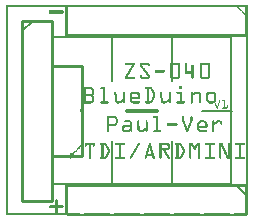
<source format=gto>
G04 MADE WITH FRITZING*
G04 WWW.FRITZING.ORG*
G04 DOUBLE SIDED*
G04 HOLES PLATED*
G04 CONTOUR ON CENTER OF CONTOUR VECTOR*
%ASAXBY*%
%FSLAX23Y23*%
%MOIN*%
%OFA0B0*%
%SFA1.0B1.0*%
%ADD10C,0.008000*%
%ADD11C,0.012000*%
%ADD12C,0.010000*%
%ADD13C,0.005000*%
%ADD14R,0.001000X0.001000*%
%LNSILK1*%
G90*
G70*
G54D10*
X553Y599D02*
X553Y449D01*
D02*
X553Y99D02*
X553Y249D01*
D02*
X353Y99D02*
X353Y249D01*
D02*
X353Y599D02*
X353Y449D01*
D02*
X753Y349D02*
X653Y349D01*
G54D11*
D02*
X503Y349D02*
X403Y349D01*
G54D12*
D02*
X253Y199D02*
X253Y499D01*
D02*
X253Y499D02*
X153Y499D01*
D02*
X153Y499D02*
X153Y199D01*
D02*
X153Y199D02*
X253Y199D01*
G54D13*
D02*
X768Y99D02*
X803Y64D01*
G54D12*
D02*
X53Y649D02*
X53Y49D01*
D02*
X53Y49D02*
X153Y49D01*
D02*
X153Y49D02*
X153Y649D01*
D02*
X153Y649D02*
X53Y649D01*
G54D13*
D02*
X53Y614D02*
X88Y649D01*
G54D14*
X0Y702D02*
X806Y702D01*
X0Y701D02*
X806Y701D01*
X0Y700D02*
X806Y700D01*
X0Y699D02*
X807Y699D01*
X0Y698D02*
X807Y698D01*
X0Y697D02*
X807Y697D01*
X0Y696D02*
X807Y696D01*
X0Y695D02*
X807Y695D01*
X0Y694D02*
X7Y694D01*
X198Y694D02*
X207Y694D01*
X770Y694D02*
X776Y694D01*
X798Y694D02*
X807Y694D01*
X0Y693D02*
X7Y693D01*
X198Y693D02*
X207Y693D01*
X771Y693D02*
X777Y693D01*
X798Y693D02*
X807Y693D01*
X0Y692D02*
X7Y692D01*
X198Y692D02*
X207Y692D01*
X772Y692D02*
X778Y692D01*
X798Y692D02*
X807Y692D01*
X0Y691D02*
X7Y691D01*
X198Y691D02*
X207Y691D01*
X773Y691D02*
X779Y691D01*
X798Y691D02*
X807Y691D01*
X0Y690D02*
X7Y690D01*
X198Y690D02*
X207Y690D01*
X774Y690D02*
X780Y690D01*
X798Y690D02*
X807Y690D01*
X0Y689D02*
X7Y689D01*
X198Y689D02*
X207Y689D01*
X775Y689D02*
X781Y689D01*
X798Y689D02*
X807Y689D01*
X0Y688D02*
X7Y688D01*
X198Y688D02*
X207Y688D01*
X776Y688D02*
X782Y688D01*
X798Y688D02*
X807Y688D01*
X0Y687D02*
X7Y687D01*
X198Y687D02*
X207Y687D01*
X777Y687D02*
X783Y687D01*
X798Y687D02*
X807Y687D01*
X0Y686D02*
X7Y686D01*
X198Y686D02*
X207Y686D01*
X778Y686D02*
X784Y686D01*
X798Y686D02*
X807Y686D01*
X0Y685D02*
X7Y685D01*
X145Y685D02*
X188Y685D01*
X198Y685D02*
X207Y685D01*
X779Y685D02*
X785Y685D01*
X798Y685D02*
X807Y685D01*
X0Y684D02*
X7Y684D01*
X144Y684D02*
X189Y684D01*
X198Y684D02*
X207Y684D01*
X780Y684D02*
X786Y684D01*
X798Y684D02*
X807Y684D01*
X0Y683D02*
X7Y683D01*
X143Y683D02*
X190Y683D01*
X198Y683D02*
X207Y683D01*
X782Y683D02*
X787Y683D01*
X798Y683D02*
X807Y683D01*
X0Y682D02*
X7Y682D01*
X143Y682D02*
X191Y682D01*
X198Y682D02*
X207Y682D01*
X783Y682D02*
X788Y682D01*
X798Y682D02*
X807Y682D01*
X0Y681D02*
X7Y681D01*
X142Y681D02*
X191Y681D01*
X198Y681D02*
X207Y681D01*
X784Y681D02*
X789Y681D01*
X798Y681D02*
X807Y681D01*
X0Y680D02*
X7Y680D01*
X142Y680D02*
X191Y680D01*
X198Y680D02*
X207Y680D01*
X785Y680D02*
X790Y680D01*
X798Y680D02*
X807Y680D01*
X0Y679D02*
X7Y679D01*
X142Y679D02*
X191Y679D01*
X198Y679D02*
X207Y679D01*
X786Y679D02*
X791Y679D01*
X798Y679D02*
X807Y679D01*
X0Y678D02*
X7Y678D01*
X142Y678D02*
X191Y678D01*
X198Y678D02*
X207Y678D01*
X787Y678D02*
X792Y678D01*
X798Y678D02*
X807Y678D01*
X0Y677D02*
X7Y677D01*
X142Y677D02*
X191Y677D01*
X198Y677D02*
X207Y677D01*
X787Y677D02*
X793Y677D01*
X798Y677D02*
X807Y677D01*
X0Y676D02*
X7Y676D01*
X142Y676D02*
X191Y676D01*
X198Y676D02*
X207Y676D01*
X788Y676D02*
X794Y676D01*
X798Y676D02*
X807Y676D01*
X0Y675D02*
X7Y675D01*
X142Y675D02*
X191Y675D01*
X198Y675D02*
X207Y675D01*
X789Y675D02*
X795Y675D01*
X798Y675D02*
X807Y675D01*
X0Y674D02*
X7Y674D01*
X143Y674D02*
X190Y674D01*
X198Y674D02*
X207Y674D01*
X790Y674D02*
X796Y674D01*
X798Y674D02*
X807Y674D01*
X0Y673D02*
X7Y673D01*
X143Y673D02*
X190Y673D01*
X198Y673D02*
X207Y673D01*
X791Y673D02*
X807Y673D01*
X0Y672D02*
X7Y672D01*
X145Y672D02*
X189Y672D01*
X198Y672D02*
X207Y672D01*
X792Y672D02*
X807Y672D01*
X0Y671D02*
X7Y671D01*
X198Y671D02*
X207Y671D01*
X793Y671D02*
X807Y671D01*
X0Y670D02*
X7Y670D01*
X198Y670D02*
X207Y670D01*
X794Y670D02*
X807Y670D01*
X0Y669D02*
X7Y669D01*
X198Y669D02*
X207Y669D01*
X795Y669D02*
X807Y669D01*
X0Y668D02*
X7Y668D01*
X198Y668D02*
X207Y668D01*
X796Y668D02*
X807Y668D01*
X0Y667D02*
X7Y667D01*
X198Y667D02*
X207Y667D01*
X797Y667D02*
X807Y667D01*
X0Y666D02*
X7Y666D01*
X198Y666D02*
X207Y666D01*
X798Y666D02*
X807Y666D01*
X0Y665D02*
X7Y665D01*
X198Y665D02*
X207Y665D01*
X798Y665D02*
X807Y665D01*
X0Y664D02*
X7Y664D01*
X198Y664D02*
X207Y664D01*
X798Y664D02*
X807Y664D01*
X0Y663D02*
X7Y663D01*
X198Y663D02*
X207Y663D01*
X798Y663D02*
X807Y663D01*
X0Y662D02*
X7Y662D01*
X198Y662D02*
X207Y662D01*
X798Y662D02*
X807Y662D01*
X0Y661D02*
X7Y661D01*
X198Y661D02*
X207Y661D01*
X798Y661D02*
X807Y661D01*
X0Y660D02*
X7Y660D01*
X198Y660D02*
X207Y660D01*
X798Y660D02*
X807Y660D01*
X0Y659D02*
X7Y659D01*
X198Y659D02*
X207Y659D01*
X798Y659D02*
X807Y659D01*
X0Y658D02*
X7Y658D01*
X198Y658D02*
X207Y658D01*
X798Y658D02*
X807Y658D01*
X0Y657D02*
X7Y657D01*
X198Y657D02*
X207Y657D01*
X798Y657D02*
X807Y657D01*
X0Y656D02*
X7Y656D01*
X198Y656D02*
X207Y656D01*
X798Y656D02*
X807Y656D01*
X0Y655D02*
X7Y655D01*
X198Y655D02*
X207Y655D01*
X798Y655D02*
X807Y655D01*
X0Y654D02*
X7Y654D01*
X198Y654D02*
X207Y654D01*
X798Y654D02*
X807Y654D01*
X0Y653D02*
X7Y653D01*
X198Y653D02*
X207Y653D01*
X798Y653D02*
X807Y653D01*
X0Y652D02*
X7Y652D01*
X198Y652D02*
X207Y652D01*
X798Y652D02*
X807Y652D01*
X0Y651D02*
X7Y651D01*
X198Y651D02*
X207Y651D01*
X798Y651D02*
X807Y651D01*
X0Y650D02*
X7Y650D01*
X198Y650D02*
X207Y650D01*
X798Y650D02*
X807Y650D01*
X0Y649D02*
X7Y649D01*
X198Y649D02*
X207Y649D01*
X798Y649D02*
X807Y649D01*
X0Y648D02*
X7Y648D01*
X198Y648D02*
X207Y648D01*
X798Y648D02*
X807Y648D01*
X0Y647D02*
X7Y647D01*
X198Y647D02*
X207Y647D01*
X798Y647D02*
X807Y647D01*
X0Y646D02*
X7Y646D01*
X198Y646D02*
X207Y646D01*
X798Y646D02*
X807Y646D01*
X0Y645D02*
X7Y645D01*
X198Y645D02*
X207Y645D01*
X798Y645D02*
X807Y645D01*
X0Y644D02*
X7Y644D01*
X198Y644D02*
X207Y644D01*
X798Y644D02*
X807Y644D01*
X0Y643D02*
X7Y643D01*
X198Y643D02*
X207Y643D01*
X798Y643D02*
X807Y643D01*
X0Y642D02*
X7Y642D01*
X198Y642D02*
X207Y642D01*
X798Y642D02*
X807Y642D01*
X0Y641D02*
X7Y641D01*
X198Y641D02*
X207Y641D01*
X798Y641D02*
X807Y641D01*
X0Y640D02*
X7Y640D01*
X198Y640D02*
X207Y640D01*
X798Y640D02*
X807Y640D01*
X0Y639D02*
X7Y639D01*
X198Y639D02*
X207Y639D01*
X798Y639D02*
X807Y639D01*
X0Y638D02*
X7Y638D01*
X198Y638D02*
X207Y638D01*
X798Y638D02*
X807Y638D01*
X0Y637D02*
X7Y637D01*
X198Y637D02*
X207Y637D01*
X798Y637D02*
X807Y637D01*
X0Y636D02*
X7Y636D01*
X198Y636D02*
X207Y636D01*
X798Y636D02*
X807Y636D01*
X0Y635D02*
X7Y635D01*
X198Y635D02*
X207Y635D01*
X798Y635D02*
X807Y635D01*
X0Y634D02*
X7Y634D01*
X198Y634D02*
X207Y634D01*
X798Y634D02*
X807Y634D01*
X0Y633D02*
X7Y633D01*
X198Y633D02*
X207Y633D01*
X798Y633D02*
X807Y633D01*
X0Y632D02*
X7Y632D01*
X198Y632D02*
X207Y632D01*
X798Y632D02*
X807Y632D01*
X0Y631D02*
X7Y631D01*
X198Y631D02*
X207Y631D01*
X798Y631D02*
X807Y631D01*
X0Y630D02*
X7Y630D01*
X198Y630D02*
X207Y630D01*
X798Y630D02*
X807Y630D01*
X0Y629D02*
X7Y629D01*
X198Y629D02*
X207Y629D01*
X798Y629D02*
X807Y629D01*
X0Y628D02*
X7Y628D01*
X198Y628D02*
X207Y628D01*
X798Y628D02*
X807Y628D01*
X0Y627D02*
X7Y627D01*
X198Y627D02*
X207Y627D01*
X798Y627D02*
X807Y627D01*
X0Y626D02*
X7Y626D01*
X198Y626D02*
X207Y626D01*
X798Y626D02*
X807Y626D01*
X0Y625D02*
X7Y625D01*
X198Y625D02*
X207Y625D01*
X798Y625D02*
X807Y625D01*
X0Y624D02*
X7Y624D01*
X198Y624D02*
X207Y624D01*
X798Y624D02*
X807Y624D01*
X0Y623D02*
X7Y623D01*
X198Y623D02*
X207Y623D01*
X798Y623D02*
X807Y623D01*
X0Y622D02*
X7Y622D01*
X198Y622D02*
X207Y622D01*
X798Y622D02*
X807Y622D01*
X0Y621D02*
X7Y621D01*
X198Y621D02*
X207Y621D01*
X798Y621D02*
X807Y621D01*
X0Y620D02*
X7Y620D01*
X198Y620D02*
X207Y620D01*
X798Y620D02*
X807Y620D01*
X0Y619D02*
X7Y619D01*
X198Y619D02*
X207Y619D01*
X798Y619D02*
X807Y619D01*
X0Y618D02*
X7Y618D01*
X198Y618D02*
X207Y618D01*
X798Y618D02*
X807Y618D01*
X0Y617D02*
X7Y617D01*
X198Y617D02*
X207Y617D01*
X798Y617D02*
X807Y617D01*
X0Y616D02*
X7Y616D01*
X198Y616D02*
X207Y616D01*
X798Y616D02*
X807Y616D01*
X0Y615D02*
X7Y615D01*
X198Y615D02*
X207Y615D01*
X798Y615D02*
X807Y615D01*
X0Y614D02*
X7Y614D01*
X198Y614D02*
X207Y614D01*
X798Y614D02*
X807Y614D01*
X0Y613D02*
X7Y613D01*
X198Y613D02*
X207Y613D01*
X798Y613D02*
X807Y613D01*
X0Y612D02*
X7Y612D01*
X198Y612D02*
X207Y612D01*
X798Y612D02*
X807Y612D01*
X0Y611D02*
X7Y611D01*
X198Y611D02*
X207Y611D01*
X798Y611D02*
X807Y611D01*
X0Y610D02*
X7Y610D01*
X198Y610D02*
X207Y610D01*
X798Y610D02*
X807Y610D01*
X0Y609D02*
X7Y609D01*
X198Y609D02*
X207Y609D01*
X798Y609D02*
X807Y609D01*
X0Y608D02*
X7Y608D01*
X198Y608D02*
X207Y608D01*
X798Y608D02*
X807Y608D01*
X0Y607D02*
X7Y607D01*
X198Y607D02*
X207Y607D01*
X798Y607D02*
X807Y607D01*
X0Y606D02*
X7Y606D01*
X198Y606D02*
X207Y606D01*
X798Y606D02*
X807Y606D01*
X0Y605D02*
X7Y605D01*
X198Y605D02*
X207Y605D01*
X798Y605D02*
X807Y605D01*
X0Y604D02*
X7Y604D01*
X198Y604D02*
X807Y604D01*
X0Y603D02*
X7Y603D01*
X198Y603D02*
X807Y603D01*
X0Y602D02*
X7Y602D01*
X198Y602D02*
X807Y602D01*
X0Y601D02*
X7Y601D01*
X198Y601D02*
X807Y601D01*
X0Y600D02*
X7Y600D01*
X198Y600D02*
X806Y600D01*
X0Y599D02*
X7Y599D01*
X153Y599D02*
X806Y599D01*
X0Y598D02*
X7Y598D01*
X153Y598D02*
X806Y598D01*
X0Y597D02*
X7Y597D01*
X153Y597D02*
X806Y597D01*
X0Y596D02*
X7Y596D01*
X153Y596D02*
X806Y596D01*
X0Y595D02*
X7Y595D01*
X153Y595D02*
X806Y595D01*
X0Y594D02*
X7Y594D01*
X153Y594D02*
X752Y594D01*
X799Y594D02*
X806Y594D01*
X0Y593D02*
X7Y593D01*
X153Y593D02*
X752Y593D01*
X799Y593D02*
X806Y593D01*
X0Y592D02*
X7Y592D01*
X153Y592D02*
X752Y592D01*
X799Y592D02*
X806Y592D01*
X0Y591D02*
X7Y591D01*
X153Y591D02*
X160Y591D01*
X745Y591D02*
X752Y591D01*
X799Y591D02*
X806Y591D01*
X0Y590D02*
X7Y590D01*
X153Y590D02*
X160Y590D01*
X745Y590D02*
X752Y590D01*
X799Y590D02*
X806Y590D01*
X0Y589D02*
X7Y589D01*
X153Y589D02*
X160Y589D01*
X745Y589D02*
X752Y589D01*
X799Y589D02*
X806Y589D01*
X0Y588D02*
X7Y588D01*
X153Y588D02*
X160Y588D01*
X745Y588D02*
X752Y588D01*
X799Y588D02*
X806Y588D01*
X0Y587D02*
X7Y587D01*
X153Y587D02*
X160Y587D01*
X745Y587D02*
X752Y587D01*
X799Y587D02*
X806Y587D01*
X0Y586D02*
X7Y586D01*
X153Y586D02*
X160Y586D01*
X745Y586D02*
X752Y586D01*
X799Y586D02*
X806Y586D01*
X0Y585D02*
X7Y585D01*
X153Y585D02*
X160Y585D01*
X745Y585D02*
X752Y585D01*
X799Y585D02*
X806Y585D01*
X0Y584D02*
X7Y584D01*
X153Y584D02*
X160Y584D01*
X745Y584D02*
X752Y584D01*
X799Y584D02*
X806Y584D01*
X0Y583D02*
X7Y583D01*
X153Y583D02*
X160Y583D01*
X745Y583D02*
X752Y583D01*
X799Y583D02*
X806Y583D01*
X0Y582D02*
X7Y582D01*
X153Y582D02*
X160Y582D01*
X745Y582D02*
X752Y582D01*
X799Y582D02*
X806Y582D01*
X0Y581D02*
X7Y581D01*
X153Y581D02*
X160Y581D01*
X745Y581D02*
X752Y581D01*
X799Y581D02*
X806Y581D01*
X0Y580D02*
X7Y580D01*
X153Y580D02*
X160Y580D01*
X745Y580D02*
X752Y580D01*
X799Y580D02*
X806Y580D01*
X0Y579D02*
X7Y579D01*
X153Y579D02*
X160Y579D01*
X745Y579D02*
X752Y579D01*
X799Y579D02*
X806Y579D01*
X0Y578D02*
X7Y578D01*
X153Y578D02*
X160Y578D01*
X745Y578D02*
X752Y578D01*
X799Y578D02*
X806Y578D01*
X0Y577D02*
X7Y577D01*
X153Y577D02*
X160Y577D01*
X745Y577D02*
X752Y577D01*
X799Y577D02*
X806Y577D01*
X0Y576D02*
X7Y576D01*
X153Y576D02*
X160Y576D01*
X745Y576D02*
X752Y576D01*
X799Y576D02*
X806Y576D01*
X0Y575D02*
X7Y575D01*
X153Y575D02*
X160Y575D01*
X745Y575D02*
X752Y575D01*
X799Y575D02*
X806Y575D01*
X0Y574D02*
X7Y574D01*
X153Y574D02*
X160Y574D01*
X745Y574D02*
X752Y574D01*
X799Y574D02*
X806Y574D01*
X0Y573D02*
X7Y573D01*
X153Y573D02*
X160Y573D01*
X745Y573D02*
X752Y573D01*
X799Y573D02*
X806Y573D01*
X0Y572D02*
X7Y572D01*
X153Y572D02*
X160Y572D01*
X745Y572D02*
X752Y572D01*
X799Y572D02*
X806Y572D01*
X0Y571D02*
X7Y571D01*
X153Y571D02*
X160Y571D01*
X745Y571D02*
X752Y571D01*
X799Y571D02*
X806Y571D01*
X0Y570D02*
X7Y570D01*
X153Y570D02*
X160Y570D01*
X745Y570D02*
X752Y570D01*
X799Y570D02*
X806Y570D01*
X0Y569D02*
X7Y569D01*
X153Y569D02*
X160Y569D01*
X745Y569D02*
X752Y569D01*
X799Y569D02*
X806Y569D01*
X0Y568D02*
X7Y568D01*
X153Y568D02*
X160Y568D01*
X745Y568D02*
X752Y568D01*
X799Y568D02*
X806Y568D01*
X0Y567D02*
X7Y567D01*
X153Y567D02*
X160Y567D01*
X745Y567D02*
X752Y567D01*
X799Y567D02*
X806Y567D01*
X0Y566D02*
X7Y566D01*
X153Y566D02*
X160Y566D01*
X745Y566D02*
X752Y566D01*
X799Y566D02*
X806Y566D01*
X0Y565D02*
X7Y565D01*
X153Y565D02*
X160Y565D01*
X745Y565D02*
X752Y565D01*
X799Y565D02*
X806Y565D01*
X0Y564D02*
X7Y564D01*
X153Y564D02*
X160Y564D01*
X745Y564D02*
X752Y564D01*
X799Y564D02*
X806Y564D01*
X0Y563D02*
X7Y563D01*
X153Y563D02*
X160Y563D01*
X745Y563D02*
X752Y563D01*
X799Y563D02*
X806Y563D01*
X0Y562D02*
X7Y562D01*
X153Y562D02*
X160Y562D01*
X745Y562D02*
X752Y562D01*
X799Y562D02*
X806Y562D01*
X0Y561D02*
X7Y561D01*
X153Y561D02*
X160Y561D01*
X745Y561D02*
X752Y561D01*
X799Y561D02*
X806Y561D01*
X0Y560D02*
X7Y560D01*
X153Y560D02*
X160Y560D01*
X745Y560D02*
X752Y560D01*
X799Y560D02*
X806Y560D01*
X0Y559D02*
X7Y559D01*
X153Y559D02*
X160Y559D01*
X745Y559D02*
X752Y559D01*
X799Y559D02*
X806Y559D01*
X0Y558D02*
X7Y558D01*
X153Y558D02*
X160Y558D01*
X745Y558D02*
X752Y558D01*
X799Y558D02*
X806Y558D01*
X0Y557D02*
X7Y557D01*
X153Y557D02*
X160Y557D01*
X745Y557D02*
X752Y557D01*
X799Y557D02*
X806Y557D01*
X0Y556D02*
X7Y556D01*
X153Y556D02*
X160Y556D01*
X745Y556D02*
X752Y556D01*
X799Y556D02*
X806Y556D01*
X0Y555D02*
X7Y555D01*
X153Y555D02*
X160Y555D01*
X745Y555D02*
X752Y555D01*
X799Y555D02*
X806Y555D01*
X0Y554D02*
X7Y554D01*
X153Y554D02*
X160Y554D01*
X745Y554D02*
X752Y554D01*
X799Y554D02*
X806Y554D01*
X0Y553D02*
X7Y553D01*
X153Y553D02*
X160Y553D01*
X745Y553D02*
X752Y553D01*
X799Y553D02*
X806Y553D01*
X0Y552D02*
X7Y552D01*
X153Y552D02*
X160Y552D01*
X745Y552D02*
X752Y552D01*
X799Y552D02*
X806Y552D01*
X0Y551D02*
X7Y551D01*
X153Y551D02*
X160Y551D01*
X745Y551D02*
X752Y551D01*
X799Y551D02*
X806Y551D01*
X0Y550D02*
X7Y550D01*
X153Y550D02*
X160Y550D01*
X745Y550D02*
X752Y550D01*
X799Y550D02*
X806Y550D01*
X0Y549D02*
X7Y549D01*
X153Y549D02*
X160Y549D01*
X745Y549D02*
X752Y549D01*
X799Y549D02*
X806Y549D01*
X0Y548D02*
X7Y548D01*
X153Y548D02*
X160Y548D01*
X745Y548D02*
X752Y548D01*
X799Y548D02*
X806Y548D01*
X0Y547D02*
X7Y547D01*
X153Y547D02*
X160Y547D01*
X745Y547D02*
X752Y547D01*
X799Y547D02*
X806Y547D01*
X0Y546D02*
X7Y546D01*
X153Y546D02*
X160Y546D01*
X745Y546D02*
X752Y546D01*
X799Y546D02*
X806Y546D01*
X0Y545D02*
X7Y545D01*
X153Y545D02*
X160Y545D01*
X745Y545D02*
X752Y545D01*
X799Y545D02*
X806Y545D01*
X0Y544D02*
X7Y544D01*
X153Y544D02*
X160Y544D01*
X745Y544D02*
X752Y544D01*
X799Y544D02*
X806Y544D01*
X0Y543D02*
X7Y543D01*
X153Y543D02*
X160Y543D01*
X745Y543D02*
X752Y543D01*
X799Y543D02*
X806Y543D01*
X0Y542D02*
X7Y542D01*
X153Y542D02*
X160Y542D01*
X745Y542D02*
X752Y542D01*
X799Y542D02*
X806Y542D01*
X0Y541D02*
X7Y541D01*
X153Y541D02*
X160Y541D01*
X745Y541D02*
X752Y541D01*
X799Y541D02*
X806Y541D01*
X0Y540D02*
X7Y540D01*
X153Y540D02*
X160Y540D01*
X745Y540D02*
X752Y540D01*
X799Y540D02*
X806Y540D01*
X0Y539D02*
X7Y539D01*
X153Y539D02*
X160Y539D01*
X745Y539D02*
X752Y539D01*
X799Y539D02*
X806Y539D01*
X0Y538D02*
X7Y538D01*
X153Y538D02*
X160Y538D01*
X745Y538D02*
X752Y538D01*
X799Y538D02*
X806Y538D01*
X0Y537D02*
X7Y537D01*
X153Y537D02*
X160Y537D01*
X745Y537D02*
X752Y537D01*
X799Y537D02*
X806Y537D01*
X0Y536D02*
X7Y536D01*
X153Y536D02*
X160Y536D01*
X745Y536D02*
X752Y536D01*
X799Y536D02*
X806Y536D01*
X0Y535D02*
X7Y535D01*
X153Y535D02*
X160Y535D01*
X745Y535D02*
X752Y535D01*
X799Y535D02*
X806Y535D01*
X0Y534D02*
X7Y534D01*
X153Y534D02*
X160Y534D01*
X745Y534D02*
X752Y534D01*
X799Y534D02*
X806Y534D01*
X0Y533D02*
X7Y533D01*
X153Y533D02*
X160Y533D01*
X745Y533D02*
X752Y533D01*
X799Y533D02*
X806Y533D01*
X0Y532D02*
X7Y532D01*
X153Y532D02*
X160Y532D01*
X745Y532D02*
X752Y532D01*
X799Y532D02*
X806Y532D01*
X0Y531D02*
X7Y531D01*
X153Y531D02*
X160Y531D01*
X745Y531D02*
X752Y531D01*
X799Y531D02*
X806Y531D01*
X0Y530D02*
X7Y530D01*
X153Y530D02*
X160Y530D01*
X745Y530D02*
X752Y530D01*
X799Y530D02*
X806Y530D01*
X0Y529D02*
X7Y529D01*
X153Y529D02*
X160Y529D01*
X745Y529D02*
X752Y529D01*
X799Y529D02*
X806Y529D01*
X0Y528D02*
X7Y528D01*
X153Y528D02*
X160Y528D01*
X745Y528D02*
X752Y528D01*
X799Y528D02*
X806Y528D01*
X0Y527D02*
X7Y527D01*
X153Y527D02*
X160Y527D01*
X745Y527D02*
X752Y527D01*
X799Y527D02*
X806Y527D01*
X0Y526D02*
X7Y526D01*
X153Y526D02*
X160Y526D01*
X745Y526D02*
X752Y526D01*
X799Y526D02*
X806Y526D01*
X0Y525D02*
X7Y525D01*
X153Y525D02*
X160Y525D01*
X745Y525D02*
X752Y525D01*
X799Y525D02*
X806Y525D01*
X0Y524D02*
X7Y524D01*
X153Y524D02*
X160Y524D01*
X745Y524D02*
X752Y524D01*
X799Y524D02*
X806Y524D01*
X0Y523D02*
X7Y523D01*
X153Y523D02*
X160Y523D01*
X745Y523D02*
X752Y523D01*
X799Y523D02*
X806Y523D01*
X0Y522D02*
X7Y522D01*
X153Y522D02*
X160Y522D01*
X745Y522D02*
X752Y522D01*
X799Y522D02*
X806Y522D01*
X0Y521D02*
X7Y521D01*
X153Y521D02*
X160Y521D01*
X745Y521D02*
X752Y521D01*
X799Y521D02*
X806Y521D01*
X0Y520D02*
X7Y520D01*
X153Y520D02*
X160Y520D01*
X745Y520D02*
X752Y520D01*
X799Y520D02*
X806Y520D01*
X0Y519D02*
X7Y519D01*
X153Y519D02*
X160Y519D01*
X745Y519D02*
X752Y519D01*
X799Y519D02*
X806Y519D01*
X0Y518D02*
X7Y518D01*
X153Y518D02*
X160Y518D01*
X745Y518D02*
X752Y518D01*
X799Y518D02*
X806Y518D01*
X0Y517D02*
X7Y517D01*
X153Y517D02*
X160Y517D01*
X745Y517D02*
X752Y517D01*
X799Y517D02*
X806Y517D01*
X0Y516D02*
X7Y516D01*
X153Y516D02*
X160Y516D01*
X745Y516D02*
X752Y516D01*
X799Y516D02*
X806Y516D01*
X0Y515D02*
X7Y515D01*
X153Y515D02*
X160Y515D01*
X745Y515D02*
X752Y515D01*
X799Y515D02*
X806Y515D01*
X0Y514D02*
X7Y514D01*
X153Y514D02*
X160Y514D01*
X745Y514D02*
X752Y514D01*
X799Y514D02*
X806Y514D01*
X0Y513D02*
X7Y513D01*
X153Y513D02*
X160Y513D01*
X745Y513D02*
X752Y513D01*
X799Y513D02*
X806Y513D01*
X0Y512D02*
X7Y512D01*
X153Y512D02*
X160Y512D01*
X745Y512D02*
X752Y512D01*
X799Y512D02*
X806Y512D01*
X0Y511D02*
X7Y511D01*
X153Y511D02*
X160Y511D01*
X745Y511D02*
X752Y511D01*
X799Y511D02*
X806Y511D01*
X0Y510D02*
X7Y510D01*
X153Y510D02*
X160Y510D01*
X745Y510D02*
X752Y510D01*
X799Y510D02*
X806Y510D01*
X0Y509D02*
X7Y509D01*
X153Y509D02*
X160Y509D01*
X397Y509D02*
X429Y509D01*
X450Y509D02*
X474Y509D01*
X549Y509D02*
X575Y509D01*
X598Y509D02*
X602Y509D01*
X649Y509D02*
X675Y509D01*
X745Y509D02*
X752Y509D01*
X799Y509D02*
X806Y509D01*
X0Y508D02*
X7Y508D01*
X153Y508D02*
X160Y508D01*
X396Y508D02*
X429Y508D01*
X448Y508D02*
X475Y508D01*
X548Y508D02*
X577Y508D01*
X598Y508D02*
X603Y508D01*
X648Y508D02*
X677Y508D01*
X745Y508D02*
X752Y508D01*
X799Y508D02*
X806Y508D01*
X0Y507D02*
X7Y507D01*
X153Y507D02*
X160Y507D01*
X396Y507D02*
X429Y507D01*
X447Y507D02*
X476Y507D01*
X547Y507D02*
X578Y507D01*
X597Y507D02*
X603Y507D01*
X647Y507D02*
X678Y507D01*
X745Y507D02*
X752Y507D01*
X799Y507D02*
X806Y507D01*
X0Y506D02*
X7Y506D01*
X153Y506D02*
X160Y506D01*
X396Y506D02*
X429Y506D01*
X447Y506D02*
X477Y506D01*
X546Y506D02*
X578Y506D01*
X597Y506D02*
X603Y506D01*
X646Y506D02*
X678Y506D01*
X745Y506D02*
X752Y506D01*
X799Y506D02*
X806Y506D01*
X0Y505D02*
X7Y505D01*
X153Y505D02*
X160Y505D01*
X396Y505D02*
X429Y505D01*
X446Y505D02*
X478Y505D01*
X546Y505D02*
X579Y505D01*
X597Y505D02*
X603Y505D01*
X646Y505D02*
X679Y505D01*
X745Y505D02*
X752Y505D01*
X799Y505D02*
X806Y505D01*
X0Y504D02*
X7Y504D01*
X153Y504D02*
X160Y504D01*
X396Y504D02*
X428Y504D01*
X446Y504D02*
X478Y504D01*
X546Y504D02*
X579Y504D01*
X597Y504D02*
X603Y504D01*
X646Y504D02*
X679Y504D01*
X745Y504D02*
X752Y504D01*
X799Y504D02*
X806Y504D01*
X0Y503D02*
X7Y503D01*
X153Y503D02*
X160Y503D01*
X398Y503D02*
X428Y503D01*
X446Y503D02*
X479Y503D01*
X545Y503D02*
X579Y503D01*
X597Y503D02*
X603Y503D01*
X619Y503D02*
X623Y503D01*
X645Y503D02*
X679Y503D01*
X745Y503D02*
X752Y503D01*
X799Y503D02*
X806Y503D01*
X0Y502D02*
X7Y502D01*
X153Y502D02*
X160Y502D01*
X420Y502D02*
X427Y502D01*
X445Y502D02*
X452Y502D01*
X472Y502D02*
X479Y502D01*
X545Y502D02*
X551Y502D01*
X573Y502D02*
X579Y502D01*
X597Y502D02*
X603Y502D01*
X618Y502D02*
X623Y502D01*
X645Y502D02*
X651Y502D01*
X673Y502D02*
X679Y502D01*
X745Y502D02*
X752Y502D01*
X799Y502D02*
X806Y502D01*
X0Y501D02*
X7Y501D01*
X153Y501D02*
X160Y501D01*
X419Y501D02*
X426Y501D01*
X446Y501D02*
X452Y501D01*
X473Y501D02*
X479Y501D01*
X545Y501D02*
X551Y501D01*
X573Y501D02*
X579Y501D01*
X597Y501D02*
X603Y501D01*
X618Y501D02*
X624Y501D01*
X645Y501D02*
X651Y501D01*
X673Y501D02*
X679Y501D01*
X745Y501D02*
X752Y501D01*
X799Y501D02*
X806Y501D01*
X0Y500D02*
X7Y500D01*
X153Y500D02*
X160Y500D01*
X419Y500D02*
X426Y500D01*
X446Y500D02*
X453Y500D01*
X473Y500D02*
X479Y500D01*
X545Y500D02*
X551Y500D01*
X573Y500D02*
X579Y500D01*
X597Y500D02*
X603Y500D01*
X618Y500D02*
X624Y500D01*
X645Y500D02*
X651Y500D01*
X673Y500D02*
X679Y500D01*
X745Y500D02*
X752Y500D01*
X799Y500D02*
X806Y500D01*
X0Y499D02*
X7Y499D01*
X153Y499D02*
X160Y499D01*
X418Y499D02*
X425Y499D01*
X446Y499D02*
X454Y499D01*
X473Y499D02*
X479Y499D01*
X545Y499D02*
X551Y499D01*
X573Y499D02*
X579Y499D01*
X597Y499D02*
X603Y499D01*
X618Y499D02*
X624Y499D01*
X645Y499D02*
X651Y499D01*
X673Y499D02*
X679Y499D01*
X745Y499D02*
X752Y499D01*
X799Y499D02*
X806Y499D01*
X0Y498D02*
X7Y498D01*
X153Y498D02*
X160Y498D01*
X418Y498D02*
X425Y498D01*
X447Y498D02*
X454Y498D01*
X474Y498D02*
X478Y498D01*
X545Y498D02*
X551Y498D01*
X573Y498D02*
X579Y498D01*
X597Y498D02*
X603Y498D01*
X618Y498D02*
X624Y498D01*
X645Y498D02*
X651Y498D01*
X673Y498D02*
X679Y498D01*
X745Y498D02*
X752Y498D01*
X799Y498D02*
X806Y498D01*
X0Y497D02*
X7Y497D01*
X153Y497D02*
X160Y497D01*
X417Y497D02*
X424Y497D01*
X447Y497D02*
X455Y497D01*
X545Y497D02*
X551Y497D01*
X573Y497D02*
X579Y497D01*
X597Y497D02*
X603Y497D01*
X618Y497D02*
X624Y497D01*
X645Y497D02*
X651Y497D01*
X673Y497D02*
X679Y497D01*
X745Y497D02*
X752Y497D01*
X799Y497D02*
X806Y497D01*
X0Y496D02*
X7Y496D01*
X153Y496D02*
X160Y496D01*
X416Y496D02*
X424Y496D01*
X448Y496D02*
X456Y496D01*
X545Y496D02*
X551Y496D01*
X573Y496D02*
X579Y496D01*
X597Y496D02*
X603Y496D01*
X618Y496D02*
X624Y496D01*
X645Y496D02*
X651Y496D01*
X673Y496D02*
X679Y496D01*
X745Y496D02*
X752Y496D01*
X799Y496D02*
X806Y496D01*
X0Y495D02*
X7Y495D01*
X153Y495D02*
X160Y495D01*
X416Y495D02*
X423Y495D01*
X449Y495D02*
X457Y495D01*
X545Y495D02*
X551Y495D01*
X573Y495D02*
X579Y495D01*
X597Y495D02*
X603Y495D01*
X618Y495D02*
X624Y495D01*
X645Y495D02*
X651Y495D01*
X673Y495D02*
X679Y495D01*
X745Y495D02*
X752Y495D01*
X799Y495D02*
X806Y495D01*
X0Y494D02*
X7Y494D01*
X153Y494D02*
X160Y494D01*
X415Y494D02*
X422Y494D01*
X449Y494D02*
X457Y494D01*
X545Y494D02*
X551Y494D01*
X573Y494D02*
X579Y494D01*
X597Y494D02*
X603Y494D01*
X618Y494D02*
X624Y494D01*
X645Y494D02*
X651Y494D01*
X673Y494D02*
X679Y494D01*
X745Y494D02*
X752Y494D01*
X799Y494D02*
X806Y494D01*
X0Y493D02*
X7Y493D01*
X153Y493D02*
X160Y493D01*
X415Y493D02*
X422Y493D01*
X450Y493D02*
X458Y493D01*
X545Y493D02*
X551Y493D01*
X573Y493D02*
X579Y493D01*
X597Y493D02*
X603Y493D01*
X618Y493D02*
X624Y493D01*
X645Y493D02*
X651Y493D01*
X673Y493D02*
X679Y493D01*
X745Y493D02*
X752Y493D01*
X799Y493D02*
X806Y493D01*
X0Y492D02*
X7Y492D01*
X153Y492D02*
X160Y492D01*
X414Y492D02*
X421Y492D01*
X451Y492D02*
X459Y492D01*
X545Y492D02*
X551Y492D01*
X573Y492D02*
X579Y492D01*
X597Y492D02*
X603Y492D01*
X618Y492D02*
X624Y492D01*
X645Y492D02*
X651Y492D01*
X673Y492D02*
X679Y492D01*
X745Y492D02*
X752Y492D01*
X799Y492D02*
X806Y492D01*
X0Y491D02*
X7Y491D01*
X153Y491D02*
X160Y491D01*
X413Y491D02*
X421Y491D01*
X452Y491D02*
X460Y491D01*
X545Y491D02*
X551Y491D01*
X573Y491D02*
X579Y491D01*
X597Y491D02*
X603Y491D01*
X618Y491D02*
X624Y491D01*
X645Y491D02*
X651Y491D01*
X673Y491D02*
X679Y491D01*
X745Y491D02*
X752Y491D01*
X799Y491D02*
X806Y491D01*
X0Y490D02*
X7Y490D01*
X153Y490D02*
X160Y490D01*
X413Y490D02*
X420Y490D01*
X453Y490D02*
X461Y490D01*
X545Y490D02*
X551Y490D01*
X573Y490D02*
X579Y490D01*
X597Y490D02*
X603Y490D01*
X618Y490D02*
X624Y490D01*
X645Y490D02*
X651Y490D01*
X673Y490D02*
X679Y490D01*
X745Y490D02*
X752Y490D01*
X799Y490D02*
X806Y490D01*
X0Y489D02*
X7Y489D01*
X153Y489D02*
X160Y489D01*
X412Y489D02*
X419Y489D01*
X453Y489D02*
X461Y489D01*
X545Y489D02*
X551Y489D01*
X573Y489D02*
X579Y489D01*
X597Y489D02*
X603Y489D01*
X618Y489D02*
X624Y489D01*
X645Y489D02*
X651Y489D01*
X673Y489D02*
X679Y489D01*
X745Y489D02*
X752Y489D01*
X799Y489D02*
X806Y489D01*
X0Y488D02*
X7Y488D01*
X153Y488D02*
X160Y488D01*
X412Y488D02*
X419Y488D01*
X454Y488D02*
X462Y488D01*
X545Y488D02*
X551Y488D01*
X573Y488D02*
X579Y488D01*
X597Y488D02*
X603Y488D01*
X618Y488D02*
X624Y488D01*
X645Y488D02*
X651Y488D01*
X673Y488D02*
X679Y488D01*
X745Y488D02*
X752Y488D01*
X799Y488D02*
X806Y488D01*
X0Y487D02*
X7Y487D01*
X153Y487D02*
X160Y487D01*
X411Y487D02*
X418Y487D01*
X455Y487D02*
X463Y487D01*
X545Y487D02*
X551Y487D01*
X573Y487D02*
X579Y487D01*
X597Y487D02*
X603Y487D01*
X618Y487D02*
X624Y487D01*
X645Y487D02*
X651Y487D01*
X673Y487D02*
X679Y487D01*
X745Y487D02*
X752Y487D01*
X799Y487D02*
X806Y487D01*
X0Y486D02*
X7Y486D01*
X153Y486D02*
X160Y486D01*
X411Y486D02*
X418Y486D01*
X456Y486D02*
X464Y486D01*
X497Y486D02*
X527Y486D01*
X545Y486D02*
X551Y486D01*
X573Y486D02*
X579Y486D01*
X597Y486D02*
X603Y486D01*
X618Y486D02*
X624Y486D01*
X645Y486D02*
X651Y486D01*
X673Y486D02*
X679Y486D01*
X745Y486D02*
X752Y486D01*
X799Y486D02*
X806Y486D01*
X0Y485D02*
X7Y485D01*
X153Y485D02*
X160Y485D01*
X410Y485D02*
X417Y485D01*
X456Y485D02*
X464Y485D01*
X496Y485D02*
X528Y485D01*
X545Y485D02*
X551Y485D01*
X573Y485D02*
X579Y485D01*
X597Y485D02*
X603Y485D01*
X618Y485D02*
X624Y485D01*
X645Y485D02*
X651Y485D01*
X673Y485D02*
X679Y485D01*
X745Y485D02*
X752Y485D01*
X799Y485D02*
X806Y485D01*
X0Y484D02*
X7Y484D01*
X153Y484D02*
X160Y484D01*
X409Y484D02*
X416Y484D01*
X457Y484D02*
X465Y484D01*
X496Y484D02*
X529Y484D01*
X545Y484D02*
X551Y484D01*
X573Y484D02*
X579Y484D01*
X597Y484D02*
X603Y484D01*
X618Y484D02*
X624Y484D01*
X645Y484D02*
X651Y484D01*
X673Y484D02*
X679Y484D01*
X745Y484D02*
X752Y484D01*
X799Y484D02*
X806Y484D01*
X0Y483D02*
X7Y483D01*
X153Y483D02*
X160Y483D01*
X409Y483D02*
X416Y483D01*
X458Y483D02*
X466Y483D01*
X495Y483D02*
X529Y483D01*
X545Y483D02*
X551Y483D01*
X573Y483D02*
X579Y483D01*
X597Y483D02*
X603Y483D01*
X618Y483D02*
X624Y483D01*
X645Y483D02*
X651Y483D01*
X673Y483D02*
X679Y483D01*
X745Y483D02*
X752Y483D01*
X799Y483D02*
X806Y483D01*
X0Y482D02*
X7Y482D01*
X153Y482D02*
X160Y482D01*
X408Y482D02*
X415Y482D01*
X459Y482D02*
X467Y482D01*
X495Y482D02*
X529Y482D01*
X545Y482D02*
X551Y482D01*
X573Y482D02*
X579Y482D01*
X597Y482D02*
X603Y482D01*
X618Y482D02*
X624Y482D01*
X645Y482D02*
X651Y482D01*
X673Y482D02*
X679Y482D01*
X745Y482D02*
X752Y482D01*
X799Y482D02*
X806Y482D01*
X0Y481D02*
X7Y481D01*
X153Y481D02*
X160Y481D01*
X408Y481D02*
X415Y481D01*
X460Y481D02*
X468Y481D01*
X495Y481D02*
X529Y481D01*
X545Y481D02*
X551Y481D01*
X573Y481D02*
X579Y481D01*
X597Y481D02*
X603Y481D01*
X618Y481D02*
X624Y481D01*
X645Y481D02*
X651Y481D01*
X673Y481D02*
X679Y481D01*
X745Y481D02*
X752Y481D01*
X799Y481D02*
X806Y481D01*
X0Y480D02*
X7Y480D01*
X153Y480D02*
X160Y480D01*
X407Y480D02*
X414Y480D01*
X460Y480D02*
X468Y480D01*
X495Y480D02*
X529Y480D01*
X545Y480D02*
X551Y480D01*
X573Y480D02*
X579Y480D01*
X597Y480D02*
X625Y480D01*
X645Y480D02*
X651Y480D01*
X673Y480D02*
X679Y480D01*
X745Y480D02*
X752Y480D01*
X799Y480D02*
X806Y480D01*
X0Y479D02*
X7Y479D01*
X153Y479D02*
X160Y479D01*
X406Y479D02*
X414Y479D01*
X461Y479D02*
X469Y479D01*
X496Y479D02*
X529Y479D01*
X545Y479D02*
X551Y479D01*
X573Y479D02*
X579Y479D01*
X597Y479D02*
X627Y479D01*
X645Y479D02*
X651Y479D01*
X673Y479D02*
X679Y479D01*
X745Y479D02*
X752Y479D01*
X799Y479D02*
X806Y479D01*
X0Y478D02*
X7Y478D01*
X153Y478D02*
X160Y478D01*
X406Y478D02*
X413Y478D01*
X462Y478D02*
X470Y478D01*
X496Y478D02*
X528Y478D01*
X545Y478D02*
X551Y478D01*
X573Y478D02*
X579Y478D01*
X597Y478D02*
X627Y478D01*
X645Y478D02*
X651Y478D01*
X673Y478D02*
X679Y478D01*
X745Y478D02*
X752Y478D01*
X799Y478D02*
X806Y478D01*
X0Y477D02*
X7Y477D01*
X153Y477D02*
X160Y477D01*
X405Y477D02*
X412Y477D01*
X463Y477D02*
X471Y477D01*
X497Y477D02*
X527Y477D01*
X545Y477D02*
X551Y477D01*
X573Y477D02*
X579Y477D01*
X597Y477D02*
X627Y477D01*
X645Y477D02*
X651Y477D01*
X673Y477D02*
X679Y477D01*
X745Y477D02*
X752Y477D01*
X799Y477D02*
X806Y477D01*
X0Y476D02*
X7Y476D01*
X153Y476D02*
X160Y476D01*
X405Y476D02*
X412Y476D01*
X463Y476D02*
X471Y476D01*
X545Y476D02*
X551Y476D01*
X573Y476D02*
X579Y476D01*
X597Y476D02*
X627Y476D01*
X645Y476D02*
X651Y476D01*
X673Y476D02*
X679Y476D01*
X745Y476D02*
X752Y476D01*
X799Y476D02*
X806Y476D01*
X0Y475D02*
X7Y475D01*
X153Y475D02*
X160Y475D01*
X404Y475D02*
X411Y475D01*
X464Y475D02*
X472Y475D01*
X545Y475D02*
X551Y475D01*
X573Y475D02*
X579Y475D01*
X597Y475D02*
X627Y475D01*
X645Y475D02*
X651Y475D01*
X673Y475D02*
X679Y475D01*
X745Y475D02*
X752Y475D01*
X799Y475D02*
X806Y475D01*
X0Y474D02*
X7Y474D01*
X153Y474D02*
X160Y474D01*
X403Y474D02*
X411Y474D01*
X465Y474D02*
X473Y474D01*
X545Y474D02*
X551Y474D01*
X573Y474D02*
X579Y474D01*
X597Y474D02*
X626Y474D01*
X645Y474D02*
X651Y474D01*
X673Y474D02*
X679Y474D01*
X745Y474D02*
X752Y474D01*
X799Y474D02*
X806Y474D01*
X0Y473D02*
X7Y473D01*
X153Y473D02*
X160Y473D01*
X403Y473D02*
X410Y473D01*
X466Y473D02*
X474Y473D01*
X545Y473D02*
X551Y473D01*
X573Y473D02*
X579Y473D01*
X618Y473D02*
X624Y473D01*
X645Y473D02*
X651Y473D01*
X673Y473D02*
X679Y473D01*
X745Y473D02*
X752Y473D01*
X799Y473D02*
X806Y473D01*
X0Y472D02*
X7Y472D01*
X153Y472D02*
X160Y472D01*
X402Y472D02*
X409Y472D01*
X467Y472D02*
X475Y472D01*
X545Y472D02*
X551Y472D01*
X573Y472D02*
X579Y472D01*
X618Y472D02*
X624Y472D01*
X645Y472D02*
X651Y472D01*
X673Y472D02*
X679Y472D01*
X745Y472D02*
X752Y472D01*
X799Y472D02*
X806Y472D01*
X0Y471D02*
X7Y471D01*
X153Y471D02*
X160Y471D01*
X402Y471D02*
X409Y471D01*
X467Y471D02*
X475Y471D01*
X545Y471D02*
X551Y471D01*
X573Y471D02*
X579Y471D01*
X618Y471D02*
X624Y471D01*
X645Y471D02*
X651Y471D01*
X673Y471D02*
X679Y471D01*
X745Y471D02*
X752Y471D01*
X799Y471D02*
X806Y471D01*
X0Y470D02*
X7Y470D01*
X153Y470D02*
X160Y470D01*
X401Y470D02*
X408Y470D01*
X468Y470D02*
X476Y470D01*
X545Y470D02*
X551Y470D01*
X573Y470D02*
X579Y470D01*
X618Y470D02*
X624Y470D01*
X645Y470D02*
X651Y470D01*
X673Y470D02*
X679Y470D01*
X745Y470D02*
X752Y470D01*
X799Y470D02*
X806Y470D01*
X0Y469D02*
X7Y469D01*
X153Y469D02*
X160Y469D01*
X401Y469D02*
X408Y469D01*
X469Y469D02*
X477Y469D01*
X545Y469D02*
X551Y469D01*
X573Y469D02*
X579Y469D01*
X618Y469D02*
X624Y469D01*
X645Y469D02*
X651Y469D01*
X673Y469D02*
X679Y469D01*
X745Y469D02*
X752Y469D01*
X799Y469D02*
X806Y469D01*
X0Y468D02*
X7Y468D01*
X153Y468D02*
X160Y468D01*
X400Y468D02*
X407Y468D01*
X447Y468D02*
X450Y468D01*
X470Y468D02*
X478Y468D01*
X545Y468D02*
X551Y468D01*
X573Y468D02*
X579Y468D01*
X618Y468D02*
X624Y468D01*
X645Y468D02*
X651Y468D01*
X673Y468D02*
X679Y468D01*
X745Y468D02*
X752Y468D01*
X799Y468D02*
X806Y468D01*
X0Y467D02*
X7Y467D01*
X153Y467D02*
X160Y467D01*
X399Y467D02*
X407Y467D01*
X446Y467D02*
X451Y467D01*
X470Y467D02*
X478Y467D01*
X545Y467D02*
X551Y467D01*
X573Y467D02*
X579Y467D01*
X618Y467D02*
X624Y467D01*
X645Y467D02*
X651Y467D01*
X673Y467D02*
X679Y467D01*
X745Y467D02*
X752Y467D01*
X799Y467D02*
X806Y467D01*
X0Y466D02*
X7Y466D01*
X153Y466D02*
X160Y466D01*
X399Y466D02*
X406Y466D01*
X446Y466D02*
X451Y466D01*
X471Y466D02*
X479Y466D01*
X545Y466D02*
X551Y466D01*
X573Y466D02*
X579Y466D01*
X618Y466D02*
X624Y466D01*
X645Y466D02*
X651Y466D01*
X673Y466D02*
X679Y466D01*
X745Y466D02*
X752Y466D01*
X799Y466D02*
X806Y466D01*
X0Y465D02*
X7Y465D01*
X153Y465D02*
X160Y465D01*
X398Y465D02*
X405Y465D01*
X445Y465D02*
X451Y465D01*
X472Y465D02*
X479Y465D01*
X545Y465D02*
X551Y465D01*
X573Y465D02*
X579Y465D01*
X618Y465D02*
X624Y465D01*
X645Y465D02*
X651Y465D01*
X673Y465D02*
X679Y465D01*
X745Y465D02*
X752Y465D01*
X799Y465D02*
X806Y465D01*
X0Y464D02*
X7Y464D01*
X153Y464D02*
X160Y464D01*
X398Y464D02*
X405Y464D01*
X446Y464D02*
X452Y464D01*
X473Y464D02*
X479Y464D01*
X545Y464D02*
X551Y464D01*
X573Y464D02*
X579Y464D01*
X618Y464D02*
X624Y464D01*
X645Y464D02*
X651Y464D01*
X673Y464D02*
X679Y464D01*
X745Y464D02*
X752Y464D01*
X799Y464D02*
X806Y464D01*
X0Y463D02*
X7Y463D01*
X153Y463D02*
X160Y463D01*
X397Y463D02*
X404Y463D01*
X446Y463D02*
X453Y463D01*
X473Y463D02*
X479Y463D01*
X545Y463D02*
X552Y463D01*
X573Y463D02*
X579Y463D01*
X618Y463D02*
X624Y463D01*
X645Y463D02*
X652Y463D01*
X673Y463D02*
X679Y463D01*
X745Y463D02*
X752Y463D01*
X799Y463D02*
X806Y463D01*
X0Y462D02*
X7Y462D01*
X153Y462D02*
X160Y462D01*
X396Y462D02*
X428Y462D01*
X446Y462D02*
X479Y462D01*
X546Y462D02*
X579Y462D01*
X618Y462D02*
X624Y462D01*
X645Y462D02*
X679Y462D01*
X745Y462D02*
X752Y462D01*
X799Y462D02*
X806Y462D01*
X0Y461D02*
X7Y461D01*
X153Y461D02*
X159Y461D01*
X396Y461D02*
X428Y461D01*
X446Y461D02*
X478Y461D01*
X546Y461D02*
X579Y461D01*
X618Y461D02*
X624Y461D01*
X646Y461D02*
X679Y461D01*
X745Y461D02*
X752Y461D01*
X799Y461D02*
X806Y461D01*
X0Y460D02*
X7Y460D01*
X153Y460D02*
X159Y460D01*
X395Y460D02*
X429Y460D01*
X447Y460D02*
X478Y460D01*
X546Y460D02*
X578Y460D01*
X618Y460D02*
X624Y460D01*
X646Y460D02*
X678Y460D01*
X745Y460D02*
X752Y460D01*
X799Y460D02*
X806Y460D01*
X0Y459D02*
X7Y459D01*
X153Y459D02*
X159Y459D01*
X395Y459D02*
X429Y459D01*
X448Y459D02*
X477Y459D01*
X547Y459D02*
X578Y459D01*
X618Y459D02*
X624Y459D01*
X647Y459D02*
X678Y459D01*
X745Y459D02*
X752Y459D01*
X799Y459D02*
X806Y459D01*
X0Y458D02*
X7Y458D01*
X153Y458D02*
X159Y458D01*
X395Y458D02*
X429Y458D01*
X449Y458D02*
X477Y458D01*
X547Y458D02*
X577Y458D01*
X618Y458D02*
X624Y458D01*
X647Y458D02*
X677Y458D01*
X745Y458D02*
X752Y458D01*
X799Y458D02*
X806Y458D01*
X0Y457D02*
X7Y457D01*
X153Y457D02*
X158Y457D01*
X395Y457D02*
X428Y457D01*
X450Y457D02*
X475Y457D01*
X549Y457D02*
X576Y457D01*
X619Y457D02*
X623Y457D01*
X649Y457D02*
X676Y457D01*
X745Y457D02*
X752Y457D01*
X799Y457D02*
X806Y457D01*
X0Y456D02*
X7Y456D01*
X153Y456D02*
X158Y456D01*
X396Y456D02*
X427Y456D01*
X453Y456D02*
X473Y456D01*
X551Y456D02*
X574Y456D01*
X620Y456D02*
X621Y456D01*
X651Y456D02*
X674Y456D01*
X745Y456D02*
X752Y456D01*
X799Y456D02*
X806Y456D01*
X0Y455D02*
X7Y455D01*
X153Y455D02*
X158Y455D01*
X745Y455D02*
X752Y455D01*
X799Y455D02*
X806Y455D01*
X0Y454D02*
X7Y454D01*
X153Y454D02*
X158Y454D01*
X745Y454D02*
X752Y454D01*
X799Y454D02*
X806Y454D01*
X0Y453D02*
X7Y453D01*
X153Y453D02*
X158Y453D01*
X745Y453D02*
X752Y453D01*
X799Y453D02*
X806Y453D01*
X0Y452D02*
X7Y452D01*
X153Y452D02*
X158Y452D01*
X745Y452D02*
X752Y452D01*
X799Y452D02*
X806Y452D01*
X0Y451D02*
X7Y451D01*
X153Y451D02*
X158Y451D01*
X745Y451D02*
X752Y451D01*
X799Y451D02*
X806Y451D01*
X0Y450D02*
X7Y450D01*
X153Y450D02*
X158Y450D01*
X745Y450D02*
X752Y450D01*
X799Y450D02*
X806Y450D01*
X0Y449D02*
X7Y449D01*
X153Y449D02*
X158Y449D01*
X745Y449D02*
X752Y449D01*
X799Y449D02*
X806Y449D01*
X0Y448D02*
X7Y448D01*
X153Y448D02*
X158Y448D01*
X745Y448D02*
X752Y448D01*
X799Y448D02*
X806Y448D01*
X0Y447D02*
X7Y447D01*
X153Y447D02*
X158Y447D01*
X745Y447D02*
X752Y447D01*
X799Y447D02*
X806Y447D01*
X0Y446D02*
X7Y446D01*
X153Y446D02*
X158Y446D01*
X745Y446D02*
X752Y446D01*
X799Y446D02*
X806Y446D01*
X0Y445D02*
X7Y445D01*
X153Y445D02*
X158Y445D01*
X745Y445D02*
X752Y445D01*
X799Y445D02*
X806Y445D01*
X0Y444D02*
X7Y444D01*
X153Y444D02*
X158Y444D01*
X745Y444D02*
X752Y444D01*
X799Y444D02*
X806Y444D01*
X0Y443D02*
X7Y443D01*
X153Y443D02*
X159Y443D01*
X745Y443D02*
X752Y443D01*
X799Y443D02*
X806Y443D01*
X0Y442D02*
X7Y442D01*
X153Y442D02*
X159Y442D01*
X745Y442D02*
X752Y442D01*
X799Y442D02*
X806Y442D01*
X0Y441D02*
X7Y441D01*
X153Y441D02*
X159Y441D01*
X745Y441D02*
X752Y441D01*
X799Y441D02*
X806Y441D01*
X0Y440D02*
X7Y440D01*
X153Y440D02*
X159Y440D01*
X745Y440D02*
X752Y440D01*
X799Y440D02*
X806Y440D01*
X0Y439D02*
X7Y439D01*
X153Y439D02*
X159Y439D01*
X745Y439D02*
X752Y439D01*
X799Y439D02*
X806Y439D01*
X0Y438D02*
X7Y438D01*
X153Y438D02*
X160Y438D01*
X745Y438D02*
X752Y438D01*
X799Y438D02*
X806Y438D01*
X0Y437D02*
X7Y437D01*
X153Y437D02*
X160Y437D01*
X745Y437D02*
X752Y437D01*
X799Y437D02*
X806Y437D01*
X0Y436D02*
X7Y436D01*
X153Y436D02*
X160Y436D01*
X745Y436D02*
X752Y436D01*
X799Y436D02*
X806Y436D01*
X0Y435D02*
X7Y435D01*
X153Y435D02*
X160Y435D01*
X745Y435D02*
X752Y435D01*
X799Y435D02*
X806Y435D01*
X0Y434D02*
X7Y434D01*
X153Y434D02*
X160Y434D01*
X745Y434D02*
X752Y434D01*
X799Y434D02*
X806Y434D01*
X0Y433D02*
X7Y433D01*
X153Y433D02*
X160Y433D01*
X745Y433D02*
X752Y433D01*
X799Y433D02*
X806Y433D01*
X0Y432D02*
X7Y432D01*
X153Y432D02*
X160Y432D01*
X745Y432D02*
X752Y432D01*
X799Y432D02*
X806Y432D01*
X0Y431D02*
X7Y431D01*
X153Y431D02*
X160Y431D01*
X577Y431D02*
X583Y431D01*
X745Y431D02*
X752Y431D01*
X799Y431D02*
X806Y431D01*
X0Y430D02*
X7Y430D01*
X153Y430D02*
X160Y430D01*
X576Y430D02*
X584Y430D01*
X745Y430D02*
X752Y430D01*
X799Y430D02*
X806Y430D01*
X0Y429D02*
X7Y429D01*
X153Y429D02*
X160Y429D01*
X575Y429D02*
X584Y429D01*
X745Y429D02*
X752Y429D01*
X799Y429D02*
X806Y429D01*
X0Y428D02*
X7Y428D01*
X153Y428D02*
X160Y428D01*
X260Y428D02*
X282Y428D01*
X316Y428D02*
X328Y428D01*
X465Y428D02*
X481Y428D01*
X575Y428D02*
X585Y428D01*
X745Y428D02*
X752Y428D01*
X799Y428D02*
X806Y428D01*
X0Y427D02*
X7Y427D01*
X153Y427D02*
X160Y427D01*
X260Y427D02*
X285Y427D01*
X315Y427D02*
X330Y427D01*
X464Y427D02*
X484Y427D01*
X575Y427D02*
X585Y427D01*
X745Y427D02*
X752Y427D01*
X799Y427D02*
X806Y427D01*
X0Y426D02*
X7Y426D01*
X153Y426D02*
X160Y426D01*
X260Y426D02*
X287Y426D01*
X314Y426D02*
X330Y426D01*
X463Y426D02*
X485Y426D01*
X575Y426D02*
X585Y426D01*
X745Y426D02*
X752Y426D01*
X799Y426D02*
X806Y426D01*
X0Y425D02*
X7Y425D01*
X153Y425D02*
X160Y425D01*
X260Y425D02*
X288Y425D01*
X314Y425D02*
X330Y425D01*
X463Y425D02*
X486Y425D01*
X575Y425D02*
X585Y425D01*
X745Y425D02*
X752Y425D01*
X799Y425D02*
X806Y425D01*
X0Y424D02*
X7Y424D01*
X153Y424D02*
X160Y424D01*
X260Y424D02*
X289Y424D01*
X314Y424D02*
X330Y424D01*
X463Y424D02*
X487Y424D01*
X575Y424D02*
X584Y424D01*
X745Y424D02*
X752Y424D01*
X799Y424D02*
X806Y424D01*
X0Y423D02*
X7Y423D01*
X153Y423D02*
X160Y423D01*
X260Y423D02*
X290Y423D01*
X314Y423D02*
X330Y423D01*
X464Y423D02*
X488Y423D01*
X576Y423D02*
X584Y423D01*
X745Y423D02*
X752Y423D01*
X799Y423D02*
X806Y423D01*
X0Y422D02*
X7Y422D01*
X153Y422D02*
X160Y422D01*
X260Y422D02*
X291Y422D01*
X315Y422D02*
X330Y422D01*
X465Y422D02*
X488Y422D01*
X577Y422D02*
X583Y422D01*
X745Y422D02*
X752Y422D01*
X799Y422D02*
X806Y422D01*
X0Y421D02*
X7Y421D01*
X153Y421D02*
X160Y421D01*
X260Y421D02*
X266Y421D01*
X282Y421D02*
X292Y421D01*
X324Y421D02*
X330Y421D01*
X470Y421D02*
X476Y421D01*
X481Y421D02*
X489Y421D01*
X745Y421D02*
X752Y421D01*
X799Y421D02*
X806Y421D01*
X0Y420D02*
X7Y420D01*
X153Y420D02*
X160Y420D01*
X260Y420D02*
X266Y420D01*
X284Y420D02*
X292Y420D01*
X324Y420D02*
X330Y420D01*
X470Y420D02*
X476Y420D01*
X482Y420D02*
X489Y420D01*
X745Y420D02*
X752Y420D01*
X799Y420D02*
X806Y420D01*
X0Y419D02*
X7Y419D01*
X153Y419D02*
X160Y419D01*
X260Y419D02*
X266Y419D01*
X285Y419D02*
X293Y419D01*
X324Y419D02*
X330Y419D01*
X470Y419D02*
X476Y419D01*
X483Y419D02*
X490Y419D01*
X745Y419D02*
X752Y419D01*
X799Y419D02*
X806Y419D01*
X0Y418D02*
X7Y418D01*
X153Y418D02*
X160Y418D01*
X260Y418D02*
X266Y418D01*
X286Y418D02*
X293Y418D01*
X324Y418D02*
X330Y418D01*
X470Y418D02*
X476Y418D01*
X483Y418D02*
X490Y418D01*
X745Y418D02*
X752Y418D01*
X799Y418D02*
X806Y418D01*
X0Y417D02*
X7Y417D01*
X153Y417D02*
X160Y417D01*
X260Y417D02*
X266Y417D01*
X287Y417D02*
X293Y417D01*
X324Y417D02*
X330Y417D01*
X470Y417D02*
X476Y417D01*
X484Y417D02*
X491Y417D01*
X745Y417D02*
X752Y417D01*
X799Y417D02*
X806Y417D01*
X0Y416D02*
X7Y416D01*
X153Y416D02*
X160Y416D01*
X260Y416D02*
X266Y416D01*
X287Y416D02*
X293Y416D01*
X324Y416D02*
X330Y416D01*
X470Y416D02*
X476Y416D01*
X484Y416D02*
X491Y416D01*
X745Y416D02*
X752Y416D01*
X799Y416D02*
X806Y416D01*
X0Y415D02*
X7Y415D01*
X153Y415D02*
X160Y415D01*
X260Y415D02*
X266Y415D01*
X287Y415D02*
X293Y415D01*
X324Y415D02*
X330Y415D01*
X470Y415D02*
X476Y415D01*
X485Y415D02*
X492Y415D01*
X745Y415D02*
X752Y415D01*
X799Y415D02*
X806Y415D01*
X0Y414D02*
X7Y414D01*
X153Y414D02*
X160Y414D01*
X260Y414D02*
X266Y414D01*
X287Y414D02*
X293Y414D01*
X324Y414D02*
X330Y414D01*
X470Y414D02*
X476Y414D01*
X485Y414D02*
X492Y414D01*
X745Y414D02*
X752Y414D01*
X799Y414D02*
X806Y414D01*
X0Y413D02*
X7Y413D01*
X153Y413D02*
X160Y413D01*
X260Y413D02*
X266Y413D01*
X287Y413D02*
X293Y413D01*
X324Y413D02*
X330Y413D01*
X363Y413D02*
X366Y413D01*
X391Y413D02*
X393Y413D01*
X422Y413D02*
X436Y413D01*
X470Y413D02*
X476Y413D01*
X486Y413D02*
X493Y413D01*
X516Y413D02*
X518Y413D01*
X543Y413D02*
X546Y413D01*
X570Y413D02*
X583Y413D01*
X617Y413D02*
X620Y413D01*
X632Y413D02*
X641Y413D01*
X676Y413D02*
X691Y413D01*
X745Y413D02*
X752Y413D01*
X799Y413D02*
X806Y413D01*
X0Y412D02*
X7Y412D01*
X153Y412D02*
X160Y412D01*
X260Y412D02*
X266Y412D01*
X287Y412D02*
X293Y412D01*
X324Y412D02*
X330Y412D01*
X362Y412D02*
X367Y412D01*
X390Y412D02*
X394Y412D01*
X420Y412D02*
X438Y412D01*
X470Y412D02*
X476Y412D01*
X486Y412D02*
X493Y412D01*
X515Y412D02*
X519Y412D01*
X542Y412D02*
X547Y412D01*
X569Y412D02*
X584Y412D01*
X616Y412D02*
X621Y412D01*
X630Y412D02*
X644Y412D01*
X674Y412D02*
X693Y412D01*
X745Y412D02*
X752Y412D01*
X799Y412D02*
X806Y412D01*
X0Y411D02*
X7Y411D01*
X153Y411D02*
X160Y411D01*
X260Y411D02*
X266Y411D01*
X287Y411D02*
X293Y411D01*
X324Y411D02*
X330Y411D01*
X361Y411D02*
X367Y411D01*
X389Y411D02*
X395Y411D01*
X418Y411D02*
X440Y411D01*
X470Y411D02*
X476Y411D01*
X487Y411D02*
X494Y411D01*
X514Y411D02*
X520Y411D01*
X542Y411D02*
X548Y411D01*
X568Y411D02*
X584Y411D01*
X616Y411D02*
X621Y411D01*
X628Y411D02*
X645Y411D01*
X673Y411D02*
X694Y411D01*
X745Y411D02*
X752Y411D01*
X799Y411D02*
X806Y411D01*
X0Y410D02*
X7Y410D01*
X153Y410D02*
X160Y410D01*
X260Y410D02*
X266Y410D01*
X287Y410D02*
X293Y410D01*
X324Y410D02*
X330Y410D01*
X361Y410D02*
X367Y410D01*
X389Y410D02*
X395Y410D01*
X417Y410D02*
X441Y410D01*
X470Y410D02*
X476Y410D01*
X487Y410D02*
X494Y410D01*
X514Y410D02*
X520Y410D01*
X542Y410D02*
X548Y410D01*
X568Y410D02*
X585Y410D01*
X616Y410D02*
X622Y410D01*
X626Y410D02*
X646Y410D01*
X671Y410D02*
X695Y410D01*
X745Y410D02*
X752Y410D01*
X799Y410D02*
X806Y410D01*
X0Y409D02*
X7Y409D01*
X153Y409D02*
X160Y409D01*
X260Y409D02*
X266Y409D01*
X287Y409D02*
X293Y409D01*
X324Y409D02*
X330Y409D01*
X361Y409D02*
X367Y409D01*
X389Y409D02*
X395Y409D01*
X416Y409D02*
X442Y409D01*
X470Y409D02*
X476Y409D01*
X488Y409D02*
X495Y409D01*
X514Y409D02*
X520Y409D01*
X542Y409D02*
X548Y409D01*
X568Y409D02*
X585Y409D01*
X616Y409D02*
X622Y409D01*
X625Y409D02*
X647Y409D01*
X670Y409D02*
X696Y409D01*
X745Y409D02*
X752Y409D01*
X799Y409D02*
X806Y409D01*
X0Y408D02*
X7Y408D01*
X153Y408D02*
X160Y408D01*
X260Y408D02*
X266Y408D01*
X286Y408D02*
X293Y408D01*
X324Y408D02*
X330Y408D01*
X361Y408D02*
X367Y408D01*
X389Y408D02*
X395Y408D01*
X415Y408D02*
X443Y408D01*
X470Y408D02*
X476Y408D01*
X488Y408D02*
X495Y408D01*
X514Y408D02*
X520Y408D01*
X542Y408D02*
X548Y408D01*
X569Y408D02*
X585Y408D01*
X616Y408D02*
X647Y408D01*
X669Y408D02*
X697Y408D01*
X745Y408D02*
X752Y408D01*
X799Y408D02*
X806Y408D01*
X0Y407D02*
X7Y407D01*
X153Y407D02*
X160Y407D01*
X260Y407D02*
X266Y407D01*
X285Y407D02*
X293Y407D01*
X324Y407D02*
X330Y407D01*
X361Y407D02*
X367Y407D01*
X389Y407D02*
X395Y407D01*
X414Y407D02*
X444Y407D01*
X470Y407D02*
X476Y407D01*
X489Y407D02*
X496Y407D01*
X514Y407D02*
X520Y407D01*
X542Y407D02*
X548Y407D01*
X570Y407D02*
X585Y407D01*
X616Y407D02*
X648Y407D01*
X668Y407D02*
X698Y407D01*
X745Y407D02*
X752Y407D01*
X799Y407D02*
X806Y407D01*
X0Y406D02*
X7Y406D01*
X153Y406D02*
X160Y406D01*
X260Y406D02*
X266Y406D01*
X284Y406D02*
X292Y406D01*
X324Y406D02*
X330Y406D01*
X361Y406D02*
X367Y406D01*
X389Y406D02*
X395Y406D01*
X414Y406D02*
X422Y406D01*
X436Y406D02*
X445Y406D01*
X470Y406D02*
X476Y406D01*
X489Y406D02*
X496Y406D01*
X514Y406D02*
X520Y406D01*
X542Y406D02*
X548Y406D01*
X579Y406D02*
X585Y406D01*
X616Y406D02*
X632Y406D01*
X641Y406D02*
X648Y406D01*
X668Y406D02*
X677Y406D01*
X690Y406D02*
X699Y406D01*
X745Y406D02*
X752Y406D01*
X799Y406D02*
X806Y406D01*
X0Y405D02*
X7Y405D01*
X153Y405D02*
X160Y405D01*
X260Y405D02*
X266Y405D01*
X282Y405D02*
X292Y405D01*
X324Y405D02*
X330Y405D01*
X361Y405D02*
X367Y405D01*
X389Y405D02*
X395Y405D01*
X413Y405D02*
X421Y405D01*
X437Y405D02*
X445Y405D01*
X470Y405D02*
X476Y405D01*
X490Y405D02*
X496Y405D01*
X514Y405D02*
X520Y405D01*
X542Y405D02*
X548Y405D01*
X579Y405D02*
X585Y405D01*
X616Y405D02*
X631Y405D01*
X642Y405D02*
X648Y405D01*
X667Y405D02*
X675Y405D01*
X692Y405D02*
X699Y405D01*
X745Y405D02*
X752Y405D01*
X799Y405D02*
X806Y405D01*
X0Y404D02*
X7Y404D01*
X153Y404D02*
X160Y404D01*
X260Y404D02*
X291Y404D01*
X324Y404D02*
X330Y404D01*
X361Y404D02*
X368Y404D01*
X389Y404D02*
X395Y404D01*
X413Y404D02*
X420Y404D01*
X438Y404D02*
X445Y404D01*
X470Y404D02*
X476Y404D01*
X490Y404D02*
X497Y404D01*
X514Y404D02*
X520Y404D01*
X542Y404D02*
X548Y404D01*
X579Y404D02*
X585Y404D01*
X616Y404D02*
X629Y404D01*
X642Y404D02*
X648Y404D01*
X667Y404D02*
X674Y404D01*
X693Y404D02*
X700Y404D01*
X745Y404D02*
X752Y404D01*
X799Y404D02*
X806Y404D01*
X0Y403D02*
X7Y403D01*
X153Y403D02*
X160Y403D01*
X260Y403D02*
X290Y403D01*
X324Y403D02*
X330Y403D01*
X362Y403D02*
X368Y403D01*
X389Y403D02*
X395Y403D01*
X412Y403D02*
X419Y403D01*
X439Y403D02*
X446Y403D01*
X470Y403D02*
X476Y403D01*
X491Y403D02*
X497Y403D01*
X514Y403D02*
X520Y403D01*
X542Y403D02*
X548Y403D01*
X579Y403D02*
X585Y403D01*
X616Y403D02*
X628Y403D01*
X642Y403D02*
X649Y403D01*
X667Y403D02*
X673Y403D01*
X693Y403D02*
X700Y403D01*
X745Y403D02*
X752Y403D01*
X799Y403D02*
X806Y403D01*
X0Y402D02*
X7Y402D01*
X153Y402D02*
X160Y402D01*
X260Y402D02*
X289Y402D01*
X324Y402D02*
X330Y402D01*
X362Y402D02*
X368Y402D01*
X389Y402D02*
X395Y402D01*
X412Y402D02*
X418Y402D01*
X440Y402D02*
X446Y402D01*
X470Y402D02*
X476Y402D01*
X491Y402D02*
X497Y402D01*
X514Y402D02*
X520Y402D01*
X542Y402D02*
X548Y402D01*
X579Y402D02*
X585Y402D01*
X616Y402D02*
X626Y402D01*
X642Y402D02*
X649Y402D01*
X667Y402D02*
X673Y402D01*
X694Y402D02*
X700Y402D01*
X745Y402D02*
X752Y402D01*
X799Y402D02*
X806Y402D01*
X0Y401D02*
X7Y401D01*
X153Y401D02*
X160Y401D01*
X260Y401D02*
X289Y401D01*
X324Y401D02*
X330Y401D01*
X362Y401D02*
X368Y401D01*
X389Y401D02*
X395Y401D01*
X412Y401D02*
X418Y401D01*
X440Y401D02*
X446Y401D01*
X470Y401D02*
X476Y401D01*
X491Y401D02*
X497Y401D01*
X514Y401D02*
X520Y401D01*
X542Y401D02*
X548Y401D01*
X579Y401D02*
X585Y401D01*
X616Y401D02*
X624Y401D01*
X643Y401D02*
X649Y401D01*
X666Y401D02*
X673Y401D01*
X694Y401D02*
X700Y401D01*
X745Y401D02*
X752Y401D01*
X799Y401D02*
X806Y401D01*
X0Y400D02*
X7Y400D01*
X153Y400D02*
X160Y400D01*
X260Y400D02*
X290Y400D01*
X324Y400D02*
X330Y400D01*
X362Y400D02*
X368Y400D01*
X389Y400D02*
X395Y400D01*
X412Y400D02*
X418Y400D01*
X440Y400D02*
X446Y400D01*
X470Y400D02*
X476Y400D01*
X491Y400D02*
X497Y400D01*
X514Y400D02*
X520Y400D01*
X542Y400D02*
X548Y400D01*
X579Y400D02*
X585Y400D01*
X616Y400D02*
X623Y400D01*
X643Y400D02*
X649Y400D01*
X666Y400D02*
X673Y400D01*
X694Y400D02*
X700Y400D01*
X745Y400D02*
X752Y400D01*
X799Y400D02*
X806Y400D01*
X0Y399D02*
X7Y399D01*
X153Y399D02*
X160Y399D01*
X260Y399D02*
X291Y399D01*
X324Y399D02*
X330Y399D01*
X362Y399D02*
X368Y399D01*
X389Y399D02*
X395Y399D01*
X412Y399D02*
X418Y399D01*
X440Y399D02*
X446Y399D01*
X470Y399D02*
X476Y399D01*
X490Y399D02*
X497Y399D01*
X514Y399D02*
X520Y399D01*
X542Y399D02*
X548Y399D01*
X579Y399D02*
X585Y399D01*
X616Y399D02*
X622Y399D01*
X643Y399D02*
X649Y399D01*
X666Y399D02*
X673Y399D01*
X694Y399D02*
X700Y399D01*
X745Y399D02*
X752Y399D01*
X799Y399D02*
X806Y399D01*
X0Y398D02*
X7Y398D01*
X153Y398D02*
X160Y398D01*
X260Y398D02*
X291Y398D01*
X324Y398D02*
X330Y398D01*
X362Y398D02*
X368Y398D01*
X389Y398D02*
X395Y398D01*
X412Y398D02*
X418Y398D01*
X440Y398D02*
X446Y398D01*
X470Y398D02*
X476Y398D01*
X490Y398D02*
X496Y398D01*
X514Y398D02*
X520Y398D01*
X542Y398D02*
X548Y398D01*
X579Y398D02*
X585Y398D01*
X616Y398D02*
X622Y398D01*
X643Y398D02*
X649Y398D01*
X666Y398D02*
X673Y398D01*
X694Y398D02*
X700Y398D01*
X745Y398D02*
X752Y398D01*
X799Y398D02*
X806Y398D01*
X0Y397D02*
X7Y397D01*
X153Y397D02*
X160Y397D01*
X260Y397D02*
X266Y397D01*
X283Y397D02*
X292Y397D01*
X324Y397D02*
X330Y397D01*
X362Y397D02*
X368Y397D01*
X389Y397D02*
X395Y397D01*
X412Y397D02*
X418Y397D01*
X440Y397D02*
X446Y397D01*
X470Y397D02*
X476Y397D01*
X490Y397D02*
X496Y397D01*
X514Y397D02*
X520Y397D01*
X542Y397D02*
X548Y397D01*
X579Y397D02*
X585Y397D01*
X616Y397D02*
X622Y397D01*
X643Y397D02*
X649Y397D01*
X666Y397D02*
X673Y397D01*
X694Y397D02*
X700Y397D01*
X745Y397D02*
X752Y397D01*
X799Y397D02*
X806Y397D01*
X0Y396D02*
X7Y396D01*
X153Y396D02*
X160Y396D01*
X260Y396D02*
X266Y396D01*
X285Y396D02*
X292Y396D01*
X324Y396D02*
X330Y396D01*
X362Y396D02*
X368Y396D01*
X389Y396D02*
X395Y396D01*
X412Y396D02*
X418Y396D01*
X440Y396D02*
X446Y396D01*
X470Y396D02*
X476Y396D01*
X489Y396D02*
X496Y396D01*
X514Y396D02*
X520Y396D01*
X542Y396D02*
X548Y396D01*
X579Y396D02*
X585Y396D01*
X616Y396D02*
X622Y396D01*
X643Y396D02*
X649Y396D01*
X666Y396D02*
X673Y396D01*
X694Y396D02*
X700Y396D01*
X745Y396D02*
X752Y396D01*
X799Y396D02*
X806Y396D01*
X0Y395D02*
X7Y395D01*
X153Y395D02*
X160Y395D01*
X260Y395D02*
X266Y395D01*
X286Y395D02*
X293Y395D01*
X324Y395D02*
X330Y395D01*
X362Y395D02*
X368Y395D01*
X389Y395D02*
X395Y395D01*
X412Y395D02*
X446Y395D01*
X470Y395D02*
X476Y395D01*
X489Y395D02*
X495Y395D01*
X514Y395D02*
X520Y395D01*
X542Y395D02*
X548Y395D01*
X579Y395D02*
X585Y395D01*
X616Y395D02*
X622Y395D01*
X643Y395D02*
X649Y395D01*
X666Y395D02*
X673Y395D01*
X694Y395D02*
X700Y395D01*
X745Y395D02*
X752Y395D01*
X799Y395D02*
X806Y395D01*
X0Y394D02*
X7Y394D01*
X153Y394D02*
X160Y394D01*
X260Y394D02*
X266Y394D01*
X286Y394D02*
X293Y394D01*
X324Y394D02*
X330Y394D01*
X362Y394D02*
X368Y394D01*
X389Y394D02*
X395Y394D01*
X412Y394D02*
X446Y394D01*
X470Y394D02*
X476Y394D01*
X488Y394D02*
X495Y394D01*
X514Y394D02*
X520Y394D01*
X542Y394D02*
X548Y394D01*
X579Y394D02*
X585Y394D01*
X616Y394D02*
X622Y394D01*
X643Y394D02*
X649Y394D01*
X666Y394D02*
X673Y394D01*
X694Y394D02*
X700Y394D01*
X745Y394D02*
X752Y394D01*
X799Y394D02*
X806Y394D01*
X0Y393D02*
X7Y393D01*
X153Y393D02*
X160Y393D01*
X260Y393D02*
X266Y393D01*
X287Y393D02*
X293Y393D01*
X324Y393D02*
X330Y393D01*
X362Y393D02*
X368Y393D01*
X389Y393D02*
X395Y393D01*
X412Y393D02*
X446Y393D01*
X470Y393D02*
X476Y393D01*
X488Y393D02*
X495Y393D01*
X514Y393D02*
X520Y393D01*
X542Y393D02*
X548Y393D01*
X579Y393D02*
X585Y393D01*
X616Y393D02*
X622Y393D01*
X643Y393D02*
X649Y393D01*
X666Y393D02*
X673Y393D01*
X694Y393D02*
X700Y393D01*
X745Y393D02*
X752Y393D01*
X799Y393D02*
X806Y393D01*
X0Y392D02*
X7Y392D01*
X153Y392D02*
X160Y392D01*
X260Y392D02*
X266Y392D01*
X287Y392D02*
X293Y392D01*
X324Y392D02*
X330Y392D01*
X362Y392D02*
X368Y392D01*
X389Y392D02*
X395Y392D01*
X412Y392D02*
X446Y392D01*
X470Y392D02*
X476Y392D01*
X487Y392D02*
X494Y392D01*
X514Y392D02*
X521Y392D01*
X542Y392D02*
X548Y392D01*
X579Y392D02*
X585Y392D01*
X616Y392D02*
X622Y392D01*
X643Y392D02*
X649Y392D01*
X666Y392D02*
X673Y392D01*
X694Y392D02*
X700Y392D01*
X745Y392D02*
X752Y392D01*
X799Y392D02*
X806Y392D01*
X0Y391D02*
X7Y391D01*
X153Y391D02*
X160Y391D01*
X260Y391D02*
X266Y391D01*
X287Y391D02*
X293Y391D01*
X324Y391D02*
X330Y391D01*
X362Y391D02*
X368Y391D01*
X389Y391D02*
X395Y391D01*
X412Y391D02*
X446Y391D01*
X470Y391D02*
X476Y391D01*
X487Y391D02*
X494Y391D01*
X514Y391D02*
X521Y391D01*
X542Y391D02*
X548Y391D01*
X579Y391D02*
X585Y391D01*
X616Y391D02*
X622Y391D01*
X643Y391D02*
X649Y391D01*
X666Y391D02*
X673Y391D01*
X694Y391D02*
X700Y391D01*
X745Y391D02*
X752Y391D01*
X799Y391D02*
X806Y391D01*
X0Y390D02*
X7Y390D01*
X153Y390D02*
X160Y390D01*
X260Y390D02*
X266Y390D01*
X287Y390D02*
X293Y390D01*
X324Y390D02*
X330Y390D01*
X362Y390D02*
X368Y390D01*
X389Y390D02*
X395Y390D01*
X412Y390D02*
X445Y390D01*
X470Y390D02*
X476Y390D01*
X486Y390D02*
X493Y390D01*
X515Y390D02*
X521Y390D01*
X542Y390D02*
X548Y390D01*
X579Y390D02*
X585Y390D01*
X616Y390D02*
X622Y390D01*
X643Y390D02*
X649Y390D01*
X666Y390D02*
X673Y390D01*
X694Y390D02*
X700Y390D01*
X745Y390D02*
X752Y390D01*
X799Y390D02*
X806Y390D01*
X0Y389D02*
X7Y389D01*
X153Y389D02*
X160Y389D01*
X260Y389D02*
X266Y389D01*
X287Y389D02*
X293Y389D01*
X324Y389D02*
X330Y389D01*
X362Y389D02*
X368Y389D01*
X389Y389D02*
X395Y389D01*
X412Y389D02*
X444Y389D01*
X470Y389D02*
X476Y389D01*
X486Y389D02*
X493Y389D01*
X515Y389D02*
X521Y389D01*
X542Y389D02*
X548Y389D01*
X579Y389D02*
X585Y389D01*
X616Y389D02*
X622Y389D01*
X643Y389D02*
X649Y389D01*
X666Y389D02*
X673Y389D01*
X694Y389D02*
X700Y389D01*
X745Y389D02*
X752Y389D01*
X799Y389D02*
X806Y389D01*
X0Y388D02*
X7Y388D01*
X153Y388D02*
X160Y388D01*
X260Y388D02*
X266Y388D01*
X287Y388D02*
X293Y388D01*
X324Y388D02*
X330Y388D01*
X362Y388D02*
X368Y388D01*
X389Y388D02*
X395Y388D01*
X412Y388D02*
X418Y388D01*
X470Y388D02*
X476Y388D01*
X485Y388D02*
X492Y388D01*
X515Y388D02*
X521Y388D01*
X541Y388D02*
X548Y388D01*
X579Y388D02*
X585Y388D01*
X616Y388D02*
X622Y388D01*
X643Y388D02*
X649Y388D01*
X666Y388D02*
X673Y388D01*
X694Y388D02*
X700Y388D01*
X745Y388D02*
X752Y388D01*
X799Y388D02*
X806Y388D01*
X0Y387D02*
X7Y387D01*
X153Y387D02*
X160Y387D01*
X260Y387D02*
X266Y387D01*
X287Y387D02*
X293Y387D01*
X324Y387D02*
X330Y387D01*
X362Y387D02*
X368Y387D01*
X387Y387D02*
X395Y387D01*
X412Y387D02*
X418Y387D01*
X470Y387D02*
X476Y387D01*
X485Y387D02*
X492Y387D01*
X515Y387D02*
X521Y387D01*
X540Y387D02*
X548Y387D01*
X579Y387D02*
X585Y387D01*
X616Y387D02*
X622Y387D01*
X643Y387D02*
X649Y387D01*
X666Y387D02*
X673Y387D01*
X694Y387D02*
X700Y387D01*
X745Y387D02*
X752Y387D01*
X799Y387D02*
X806Y387D01*
X0Y386D02*
X7Y386D01*
X153Y386D02*
X160Y386D01*
X260Y386D02*
X266Y386D01*
X287Y386D02*
X293Y386D01*
X324Y386D02*
X330Y386D01*
X362Y386D02*
X368Y386D01*
X386Y386D02*
X395Y386D01*
X412Y386D02*
X418Y386D01*
X470Y386D02*
X476Y386D01*
X484Y386D02*
X491Y386D01*
X515Y386D02*
X521Y386D01*
X538Y386D02*
X548Y386D01*
X579Y386D02*
X585Y386D01*
X616Y386D02*
X622Y386D01*
X643Y386D02*
X649Y386D01*
X667Y386D02*
X673Y386D01*
X694Y386D02*
X700Y386D01*
X745Y386D02*
X752Y386D01*
X799Y386D02*
X806Y386D01*
X0Y385D02*
X7Y385D01*
X153Y385D02*
X160Y385D01*
X260Y385D02*
X266Y385D01*
X287Y385D02*
X293Y385D01*
X324Y385D02*
X330Y385D01*
X362Y385D02*
X368Y385D01*
X384Y385D02*
X395Y385D01*
X412Y385D02*
X419Y385D01*
X470Y385D02*
X476Y385D01*
X484Y385D02*
X491Y385D01*
X515Y385D02*
X521Y385D01*
X537Y385D02*
X548Y385D01*
X579Y385D02*
X585Y385D01*
X616Y385D02*
X622Y385D01*
X643Y385D02*
X649Y385D01*
X667Y385D02*
X673Y385D01*
X694Y385D02*
X700Y385D01*
X745Y385D02*
X752Y385D01*
X799Y385D02*
X806Y385D01*
X0Y384D02*
X7Y384D01*
X153Y384D02*
X160Y384D01*
X260Y384D02*
X266Y384D01*
X286Y384D02*
X293Y384D01*
X324Y384D02*
X330Y384D01*
X362Y384D02*
X368Y384D01*
X382Y384D02*
X395Y384D01*
X412Y384D02*
X419Y384D01*
X470Y384D02*
X476Y384D01*
X483Y384D02*
X490Y384D01*
X515Y384D02*
X521Y384D01*
X535Y384D02*
X548Y384D01*
X579Y384D02*
X585Y384D01*
X616Y384D02*
X622Y384D01*
X643Y384D02*
X649Y384D01*
X667Y384D02*
X674Y384D01*
X693Y384D02*
X700Y384D01*
X709Y384D02*
X711Y384D01*
X721Y384D02*
X730Y384D01*
X745Y384D02*
X752Y384D01*
X799Y384D02*
X806Y384D01*
X0Y383D02*
X7Y383D01*
X153Y383D02*
X160Y383D01*
X260Y383D02*
X266Y383D01*
X285Y383D02*
X292Y383D01*
X324Y383D02*
X330Y383D01*
X362Y383D02*
X369Y383D01*
X381Y383D02*
X395Y383D01*
X413Y383D02*
X420Y383D01*
X470Y383D02*
X476Y383D01*
X483Y383D02*
X490Y383D01*
X515Y383D02*
X521Y383D01*
X533Y383D02*
X548Y383D01*
X579Y383D02*
X585Y383D01*
X616Y383D02*
X622Y383D01*
X643Y383D02*
X649Y383D01*
X667Y383D02*
X675Y383D01*
X692Y383D02*
X700Y383D01*
X709Y383D02*
X711Y383D01*
X721Y383D02*
X730Y383D01*
X745Y383D02*
X752Y383D01*
X799Y383D02*
X806Y383D01*
X0Y382D02*
X7Y382D01*
X153Y382D02*
X160Y382D01*
X260Y382D02*
X266Y382D01*
X284Y382D02*
X292Y382D01*
X324Y382D02*
X330Y382D01*
X362Y382D02*
X369Y382D01*
X379Y382D02*
X395Y382D01*
X413Y382D02*
X422Y382D01*
X470Y382D02*
X476Y382D01*
X482Y382D02*
X489Y382D01*
X515Y382D02*
X522Y382D01*
X532Y382D02*
X548Y382D01*
X579Y382D02*
X585Y382D01*
X616Y382D02*
X622Y382D01*
X643Y382D02*
X649Y382D01*
X667Y382D02*
X676Y382D01*
X691Y382D02*
X699Y382D01*
X709Y382D02*
X711Y382D01*
X721Y382D02*
X730Y382D01*
X745Y382D02*
X752Y382D01*
X799Y382D02*
X806Y382D01*
X0Y381D02*
X7Y381D01*
X153Y381D02*
X160Y381D01*
X260Y381D02*
X266Y381D01*
X281Y381D02*
X291Y381D01*
X324Y381D02*
X331Y381D01*
X363Y381D02*
X371Y381D01*
X378Y381D02*
X395Y381D01*
X414Y381D02*
X424Y381D01*
X470Y381D02*
X476Y381D01*
X480Y381D02*
X489Y381D01*
X515Y381D02*
X524Y381D01*
X530Y381D02*
X548Y381D01*
X578Y381D02*
X585Y381D01*
X616Y381D02*
X622Y381D01*
X643Y381D02*
X649Y381D01*
X668Y381D02*
X678Y381D01*
X689Y381D02*
X699Y381D01*
X709Y381D02*
X711Y381D01*
X727Y381D02*
X730Y381D01*
X745Y381D02*
X752Y381D01*
X799Y381D02*
X806Y381D01*
X0Y380D02*
X7Y380D01*
X153Y380D02*
X160Y380D01*
X260Y380D02*
X291Y380D01*
X315Y380D02*
X340Y380D01*
X363Y380D02*
X395Y380D01*
X414Y380D02*
X445Y380D01*
X464Y380D02*
X488Y380D01*
X516Y380D02*
X548Y380D01*
X569Y380D02*
X594Y380D01*
X616Y380D02*
X622Y380D01*
X643Y380D02*
X649Y380D01*
X669Y380D02*
X698Y380D01*
X709Y380D02*
X711Y380D01*
X728Y380D02*
X730Y380D01*
X745Y380D02*
X752Y380D01*
X799Y380D02*
X806Y380D01*
X0Y379D02*
X7Y379D01*
X153Y379D02*
X160Y379D01*
X260Y379D02*
X290Y379D01*
X314Y379D02*
X340Y379D01*
X364Y379D02*
X387Y379D01*
X389Y379D02*
X395Y379D01*
X415Y379D02*
X446Y379D01*
X463Y379D02*
X488Y379D01*
X516Y379D02*
X539Y379D01*
X542Y379D02*
X548Y379D01*
X569Y379D02*
X595Y379D01*
X616Y379D02*
X622Y379D01*
X643Y379D02*
X649Y379D01*
X670Y379D02*
X697Y379D01*
X709Y379D02*
X711Y379D01*
X728Y379D02*
X730Y379D01*
X745Y379D02*
X752Y379D01*
X799Y379D02*
X806Y379D01*
X0Y378D02*
X7Y378D01*
X153Y378D02*
X160Y378D01*
X260Y378D02*
X289Y378D01*
X314Y378D02*
X341Y378D01*
X364Y378D02*
X385Y378D01*
X389Y378D02*
X395Y378D01*
X416Y378D02*
X446Y378D01*
X463Y378D02*
X487Y378D01*
X517Y378D02*
X538Y378D01*
X542Y378D02*
X548Y378D01*
X568Y378D02*
X595Y378D01*
X616Y378D02*
X622Y378D01*
X643Y378D02*
X649Y378D01*
X671Y378D02*
X697Y378D01*
X709Y378D02*
X711Y378D01*
X728Y378D02*
X730Y378D01*
X745Y378D02*
X752Y378D01*
X799Y378D02*
X806Y378D01*
X0Y377D02*
X7Y377D01*
X153Y377D02*
X160Y377D01*
X260Y377D02*
X288Y377D01*
X314Y377D02*
X341Y377D01*
X365Y377D02*
X384Y377D01*
X389Y377D02*
X395Y377D01*
X418Y377D02*
X446Y377D01*
X463Y377D02*
X486Y377D01*
X518Y377D02*
X536Y377D01*
X542Y377D02*
X548Y377D01*
X568Y377D02*
X595Y377D01*
X616Y377D02*
X622Y377D01*
X643Y377D02*
X649Y377D01*
X672Y377D02*
X697Y377D01*
X709Y377D02*
X711Y377D01*
X728Y377D02*
X730Y377D01*
X745Y377D02*
X752Y377D01*
X799Y377D02*
X806Y377D01*
X0Y376D02*
X7Y376D01*
X153Y376D02*
X160Y376D01*
X260Y376D02*
X287Y376D01*
X314Y376D02*
X340Y376D01*
X366Y376D02*
X382Y376D01*
X389Y376D02*
X395Y376D01*
X419Y376D02*
X446Y376D01*
X463Y376D02*
X485Y376D01*
X519Y376D02*
X535Y376D01*
X542Y376D02*
X547Y376D01*
X569Y376D02*
X595Y376D01*
X616Y376D02*
X621Y376D01*
X644Y376D02*
X649Y376D01*
X673Y376D02*
X697Y376D01*
X708Y376D02*
X711Y376D01*
X728Y376D02*
X730Y376D01*
X745Y376D02*
X752Y376D01*
X799Y376D02*
X806Y376D01*
X0Y375D02*
X7Y375D01*
X153Y375D02*
X160Y375D01*
X260Y375D02*
X285Y375D01*
X315Y375D02*
X340Y375D01*
X368Y375D02*
X380Y375D01*
X390Y375D02*
X394Y375D01*
X420Y375D02*
X445Y375D01*
X464Y375D02*
X483Y375D01*
X521Y375D02*
X533Y375D01*
X543Y375D02*
X547Y375D01*
X569Y375D02*
X594Y375D01*
X617Y375D02*
X621Y375D01*
X644Y375D02*
X648Y375D01*
X675Y375D02*
X692Y375D01*
X695Y375D02*
X698Y375D01*
X708Y375D02*
X711Y375D01*
X728Y375D02*
X730Y375D01*
X745Y375D02*
X752Y375D01*
X799Y375D02*
X806Y375D01*
X0Y374D02*
X7Y374D01*
X153Y374D02*
X160Y374D01*
X260Y374D02*
X281Y374D01*
X317Y374D02*
X338Y374D01*
X371Y374D02*
X377Y374D01*
X392Y374D02*
X392Y374D01*
X424Y374D02*
X443Y374D01*
X466Y374D02*
X480Y374D01*
X524Y374D02*
X530Y374D01*
X545Y374D02*
X545Y374D01*
X571Y374D02*
X592Y374D01*
X618Y374D02*
X619Y374D01*
X646Y374D02*
X646Y374D01*
X678Y374D02*
X689Y374D01*
X695Y374D02*
X698Y374D01*
X708Y374D02*
X710Y374D01*
X728Y374D02*
X730Y374D01*
X745Y374D02*
X752Y374D01*
X799Y374D02*
X806Y374D01*
X0Y373D02*
X7Y373D01*
X153Y373D02*
X160Y373D01*
X696Y373D02*
X699Y373D01*
X707Y373D02*
X710Y373D01*
X728Y373D02*
X730Y373D01*
X745Y373D02*
X752Y373D01*
X799Y373D02*
X806Y373D01*
X0Y372D02*
X7Y372D01*
X153Y372D02*
X160Y372D01*
X696Y372D02*
X699Y372D01*
X707Y372D02*
X710Y372D01*
X728Y372D02*
X730Y372D01*
X745Y372D02*
X752Y372D01*
X799Y372D02*
X806Y372D01*
X0Y371D02*
X7Y371D01*
X153Y371D02*
X160Y371D01*
X696Y371D02*
X699Y371D01*
X706Y371D02*
X709Y371D01*
X728Y371D02*
X730Y371D01*
X745Y371D02*
X752Y371D01*
X799Y371D02*
X806Y371D01*
X0Y370D02*
X7Y370D01*
X153Y370D02*
X160Y370D01*
X697Y370D02*
X700Y370D01*
X706Y370D02*
X709Y370D01*
X728Y370D02*
X730Y370D01*
X745Y370D02*
X752Y370D01*
X799Y370D02*
X806Y370D01*
X0Y369D02*
X7Y369D01*
X153Y369D02*
X160Y369D01*
X697Y369D02*
X700Y369D01*
X706Y369D02*
X709Y369D01*
X728Y369D02*
X730Y369D01*
X736Y369D02*
X737Y369D01*
X745Y369D02*
X752Y369D01*
X799Y369D02*
X806Y369D01*
X0Y368D02*
X7Y368D01*
X153Y368D02*
X160Y368D01*
X698Y368D02*
X701Y368D01*
X705Y368D02*
X708Y368D01*
X728Y368D02*
X730Y368D01*
X735Y368D02*
X738Y368D01*
X745Y368D02*
X752Y368D01*
X799Y368D02*
X806Y368D01*
X0Y367D02*
X7Y367D01*
X153Y367D02*
X160Y367D01*
X698Y367D02*
X701Y367D01*
X705Y367D02*
X708Y367D01*
X728Y367D02*
X730Y367D01*
X735Y367D02*
X738Y367D01*
X745Y367D02*
X752Y367D01*
X799Y367D02*
X806Y367D01*
X0Y366D02*
X7Y366D01*
X153Y366D02*
X160Y366D01*
X698Y366D02*
X701Y366D01*
X704Y366D02*
X707Y366D01*
X728Y366D02*
X730Y366D01*
X735Y366D02*
X738Y366D01*
X745Y366D02*
X752Y366D01*
X799Y366D02*
X806Y366D01*
X0Y365D02*
X7Y365D01*
X153Y365D02*
X160Y365D01*
X699Y365D02*
X702Y365D01*
X704Y365D02*
X707Y365D01*
X728Y365D02*
X730Y365D01*
X735Y365D02*
X738Y365D01*
X745Y365D02*
X752Y365D01*
X799Y365D02*
X806Y365D01*
X0Y364D02*
X7Y364D01*
X153Y364D02*
X160Y364D01*
X699Y364D02*
X707Y364D01*
X728Y364D02*
X730Y364D01*
X735Y364D02*
X738Y364D01*
X745Y364D02*
X752Y364D01*
X799Y364D02*
X806Y364D01*
X0Y363D02*
X7Y363D01*
X153Y363D02*
X160Y363D01*
X700Y363D02*
X706Y363D01*
X728Y363D02*
X730Y363D01*
X735Y363D02*
X738Y363D01*
X745Y363D02*
X752Y363D01*
X799Y363D02*
X806Y363D01*
X0Y362D02*
X7Y362D01*
X153Y362D02*
X160Y362D01*
X700Y362D02*
X706Y362D01*
X728Y362D02*
X730Y362D01*
X735Y362D02*
X738Y362D01*
X745Y362D02*
X752Y362D01*
X799Y362D02*
X806Y362D01*
X0Y361D02*
X7Y361D01*
X153Y361D02*
X159Y361D01*
X700Y361D02*
X705Y361D01*
X728Y361D02*
X730Y361D01*
X735Y361D02*
X738Y361D01*
X745Y361D02*
X752Y361D01*
X799Y361D02*
X806Y361D01*
X0Y360D02*
X7Y360D01*
X153Y360D02*
X159Y360D01*
X701Y360D02*
X705Y360D01*
X722Y360D02*
X738Y360D01*
X745Y360D02*
X752Y360D01*
X799Y360D02*
X806Y360D01*
X0Y359D02*
X7Y359D01*
X153Y359D02*
X159Y359D01*
X701Y359D02*
X705Y359D01*
X721Y359D02*
X738Y359D01*
X745Y359D02*
X752Y359D01*
X799Y359D02*
X806Y359D01*
X0Y358D02*
X7Y358D01*
X153Y358D02*
X159Y358D01*
X701Y358D02*
X704Y358D01*
X721Y358D02*
X738Y358D01*
X745Y358D02*
X752Y358D01*
X799Y358D02*
X806Y358D01*
X0Y357D02*
X7Y357D01*
X153Y357D02*
X158Y357D01*
X702Y357D02*
X704Y357D01*
X721Y357D02*
X737Y357D01*
X745Y357D02*
X752Y357D01*
X799Y357D02*
X806Y357D01*
X0Y356D02*
X7Y356D01*
X153Y356D02*
X158Y356D01*
X745Y356D02*
X752Y356D01*
X799Y356D02*
X806Y356D01*
X0Y355D02*
X7Y355D01*
X153Y355D02*
X158Y355D01*
X745Y355D02*
X752Y355D01*
X799Y355D02*
X806Y355D01*
X0Y354D02*
X7Y354D01*
X152Y354D02*
X158Y354D01*
X247Y354D02*
X253Y354D01*
X745Y354D02*
X752Y354D01*
X799Y354D02*
X806Y354D01*
X0Y353D02*
X7Y353D01*
X150Y353D02*
X158Y353D01*
X247Y353D02*
X255Y353D01*
X745Y353D02*
X752Y353D01*
X799Y353D02*
X806Y353D01*
X0Y352D02*
X7Y352D01*
X149Y352D02*
X158Y352D01*
X247Y352D02*
X255Y352D01*
X745Y352D02*
X752Y352D01*
X799Y352D02*
X806Y352D01*
X0Y351D02*
X7Y351D01*
X149Y351D02*
X158Y351D01*
X247Y351D02*
X256Y351D01*
X745Y351D02*
X752Y351D01*
X799Y351D02*
X806Y351D01*
X0Y350D02*
X7Y350D01*
X149Y350D02*
X158Y350D01*
X247Y350D02*
X256Y350D01*
X745Y350D02*
X752Y350D01*
X799Y350D02*
X806Y350D01*
X0Y349D02*
X7Y349D01*
X149Y349D02*
X158Y349D01*
X247Y349D02*
X256Y349D01*
X745Y349D02*
X752Y349D01*
X799Y349D02*
X806Y349D01*
X0Y348D02*
X7Y348D01*
X150Y348D02*
X158Y348D01*
X247Y348D02*
X255Y348D01*
X745Y348D02*
X752Y348D01*
X799Y348D02*
X806Y348D01*
X0Y347D02*
X7Y347D01*
X150Y347D02*
X158Y347D01*
X247Y347D02*
X254Y347D01*
X745Y347D02*
X752Y347D01*
X799Y347D02*
X806Y347D01*
X0Y346D02*
X7Y346D01*
X153Y346D02*
X158Y346D01*
X745Y346D02*
X752Y346D01*
X799Y346D02*
X806Y346D01*
X0Y345D02*
X7Y345D01*
X153Y345D02*
X158Y345D01*
X745Y345D02*
X752Y345D01*
X799Y345D02*
X806Y345D01*
X0Y344D02*
X7Y344D01*
X153Y344D02*
X158Y344D01*
X745Y344D02*
X752Y344D01*
X799Y344D02*
X806Y344D01*
X0Y343D02*
X7Y343D01*
X153Y343D02*
X159Y343D01*
X745Y343D02*
X752Y343D01*
X799Y343D02*
X806Y343D01*
X0Y342D02*
X7Y342D01*
X153Y342D02*
X159Y342D01*
X745Y342D02*
X752Y342D01*
X799Y342D02*
X806Y342D01*
X0Y341D02*
X7Y341D01*
X153Y341D02*
X159Y341D01*
X745Y341D02*
X752Y341D01*
X799Y341D02*
X806Y341D01*
X0Y340D02*
X7Y340D01*
X153Y340D02*
X159Y340D01*
X745Y340D02*
X752Y340D01*
X799Y340D02*
X806Y340D01*
X0Y339D02*
X7Y339D01*
X153Y339D02*
X159Y339D01*
X745Y339D02*
X752Y339D01*
X799Y339D02*
X806Y339D01*
X0Y338D02*
X7Y338D01*
X153Y338D02*
X160Y338D01*
X745Y338D02*
X752Y338D01*
X799Y338D02*
X806Y338D01*
X0Y337D02*
X7Y337D01*
X153Y337D02*
X160Y337D01*
X745Y337D02*
X752Y337D01*
X799Y337D02*
X806Y337D01*
X0Y336D02*
X7Y336D01*
X153Y336D02*
X160Y336D01*
X745Y336D02*
X752Y336D01*
X799Y336D02*
X806Y336D01*
X0Y335D02*
X7Y335D01*
X153Y335D02*
X160Y335D01*
X745Y335D02*
X752Y335D01*
X799Y335D02*
X806Y335D01*
X0Y334D02*
X7Y334D01*
X153Y334D02*
X160Y334D01*
X745Y334D02*
X752Y334D01*
X799Y334D02*
X806Y334D01*
X0Y333D02*
X7Y333D01*
X153Y333D02*
X160Y333D01*
X745Y333D02*
X752Y333D01*
X799Y333D02*
X806Y333D01*
X0Y332D02*
X7Y332D01*
X153Y332D02*
X160Y332D01*
X745Y332D02*
X752Y332D01*
X799Y332D02*
X806Y332D01*
X0Y331D02*
X7Y331D01*
X153Y331D02*
X160Y331D01*
X337Y331D02*
X364Y331D01*
X492Y331D02*
X506Y331D01*
X588Y331D02*
X592Y331D01*
X616Y331D02*
X619Y331D01*
X745Y331D02*
X752Y331D01*
X799Y331D02*
X806Y331D01*
X0Y330D02*
X7Y330D01*
X153Y330D02*
X160Y330D01*
X337Y330D02*
X366Y330D01*
X491Y330D02*
X506Y330D01*
X587Y330D02*
X593Y330D01*
X615Y330D02*
X620Y330D01*
X745Y330D02*
X752Y330D01*
X799Y330D02*
X806Y330D01*
X0Y329D02*
X7Y329D01*
X153Y329D02*
X160Y329D01*
X337Y329D02*
X367Y329D01*
X490Y329D02*
X507Y329D01*
X587Y329D02*
X593Y329D01*
X615Y329D02*
X620Y329D01*
X745Y329D02*
X752Y329D01*
X799Y329D02*
X806Y329D01*
X0Y328D02*
X7Y328D01*
X153Y328D02*
X160Y328D01*
X337Y328D02*
X368Y328D01*
X490Y328D02*
X507Y328D01*
X587Y328D02*
X593Y328D01*
X614Y328D02*
X621Y328D01*
X745Y328D02*
X752Y328D01*
X799Y328D02*
X806Y328D01*
X0Y327D02*
X7Y327D01*
X153Y327D02*
X160Y327D01*
X337Y327D02*
X369Y327D01*
X491Y327D02*
X507Y327D01*
X587Y327D02*
X593Y327D01*
X614Y327D02*
X621Y327D01*
X745Y327D02*
X752Y327D01*
X799Y327D02*
X806Y327D01*
X0Y326D02*
X7Y326D01*
X153Y326D02*
X160Y326D01*
X337Y326D02*
X369Y326D01*
X491Y326D02*
X507Y326D01*
X587Y326D02*
X593Y326D01*
X614Y326D02*
X621Y326D01*
X745Y326D02*
X752Y326D01*
X799Y326D02*
X806Y326D01*
X0Y325D02*
X7Y325D01*
X153Y325D02*
X160Y325D01*
X337Y325D02*
X370Y325D01*
X494Y325D02*
X507Y325D01*
X587Y325D02*
X593Y325D01*
X614Y325D02*
X621Y325D01*
X745Y325D02*
X752Y325D01*
X799Y325D02*
X806Y325D01*
X0Y324D02*
X7Y324D01*
X153Y324D02*
X160Y324D01*
X337Y324D02*
X343Y324D01*
X363Y324D02*
X370Y324D01*
X501Y324D02*
X507Y324D01*
X587Y324D02*
X593Y324D01*
X614Y324D02*
X621Y324D01*
X745Y324D02*
X752Y324D01*
X799Y324D02*
X806Y324D01*
X0Y323D02*
X7Y323D01*
X153Y323D02*
X160Y323D01*
X337Y323D02*
X343Y323D01*
X364Y323D02*
X370Y323D01*
X501Y323D02*
X507Y323D01*
X587Y323D02*
X593Y323D01*
X614Y323D02*
X621Y323D01*
X745Y323D02*
X752Y323D01*
X799Y323D02*
X806Y323D01*
X0Y322D02*
X7Y322D01*
X153Y322D02*
X160Y322D01*
X337Y322D02*
X343Y322D01*
X364Y322D02*
X371Y322D01*
X501Y322D02*
X507Y322D01*
X587Y322D02*
X593Y322D01*
X614Y322D02*
X621Y322D01*
X745Y322D02*
X752Y322D01*
X799Y322D02*
X806Y322D01*
X0Y321D02*
X7Y321D01*
X153Y321D02*
X160Y321D01*
X337Y321D02*
X343Y321D01*
X365Y321D02*
X371Y321D01*
X501Y321D02*
X507Y321D01*
X587Y321D02*
X593Y321D01*
X614Y321D02*
X621Y321D01*
X745Y321D02*
X752Y321D01*
X799Y321D02*
X806Y321D01*
X0Y320D02*
X7Y320D01*
X153Y320D02*
X160Y320D01*
X337Y320D02*
X343Y320D01*
X365Y320D02*
X371Y320D01*
X501Y320D02*
X507Y320D01*
X587Y320D02*
X593Y320D01*
X614Y320D02*
X621Y320D01*
X745Y320D02*
X752Y320D01*
X799Y320D02*
X806Y320D01*
X0Y319D02*
X7Y319D01*
X153Y319D02*
X160Y319D01*
X337Y319D02*
X343Y319D01*
X365Y319D02*
X371Y319D01*
X501Y319D02*
X507Y319D01*
X587Y319D02*
X593Y319D01*
X614Y319D02*
X621Y319D01*
X745Y319D02*
X752Y319D01*
X799Y319D02*
X806Y319D01*
X0Y318D02*
X7Y318D01*
X153Y318D02*
X160Y318D01*
X337Y318D02*
X343Y318D01*
X365Y318D02*
X371Y318D01*
X501Y318D02*
X507Y318D01*
X587Y318D02*
X593Y318D01*
X614Y318D02*
X621Y318D01*
X745Y318D02*
X752Y318D01*
X799Y318D02*
X806Y318D01*
X0Y317D02*
X7Y317D01*
X153Y317D02*
X160Y317D01*
X337Y317D02*
X343Y317D01*
X365Y317D02*
X371Y317D01*
X396Y317D02*
X411Y317D01*
X439Y317D02*
X441Y317D01*
X467Y317D02*
X468Y317D01*
X501Y317D02*
X507Y317D01*
X587Y317D02*
X593Y317D01*
X614Y317D02*
X621Y317D01*
X648Y317D02*
X660Y317D01*
X689Y317D02*
X691Y317D01*
X703Y317D02*
X712Y317D01*
X745Y317D02*
X752Y317D01*
X799Y317D02*
X806Y317D01*
X0Y316D02*
X7Y316D01*
X153Y316D02*
X160Y316D01*
X337Y316D02*
X343Y316D01*
X365Y316D02*
X371Y316D01*
X395Y316D02*
X414Y316D01*
X438Y316D02*
X442Y316D01*
X465Y316D02*
X470Y316D01*
X501Y316D02*
X507Y316D01*
X587Y316D02*
X593Y316D01*
X614Y316D02*
X620Y316D01*
X645Y316D02*
X662Y316D01*
X688Y316D02*
X692Y316D01*
X701Y316D02*
X715Y316D01*
X745Y316D02*
X752Y316D01*
X799Y316D02*
X806Y316D01*
X0Y315D02*
X7Y315D01*
X153Y315D02*
X160Y315D01*
X337Y315D02*
X343Y315D01*
X365Y315D02*
X371Y315D01*
X394Y315D02*
X416Y315D01*
X437Y315D02*
X443Y315D01*
X465Y315D02*
X470Y315D01*
X501Y315D02*
X507Y315D01*
X587Y315D02*
X594Y315D01*
X614Y315D02*
X620Y315D01*
X643Y315D02*
X664Y315D01*
X687Y315D02*
X693Y315D01*
X700Y315D02*
X716Y315D01*
X745Y315D02*
X752Y315D01*
X799Y315D02*
X806Y315D01*
X0Y314D02*
X7Y314D01*
X153Y314D02*
X160Y314D01*
X337Y314D02*
X343Y314D01*
X365Y314D02*
X371Y314D01*
X394Y314D02*
X417Y314D01*
X437Y314D02*
X443Y314D01*
X465Y314D02*
X470Y314D01*
X501Y314D02*
X507Y314D01*
X588Y314D02*
X594Y314D01*
X613Y314D02*
X620Y314D01*
X642Y314D02*
X665Y314D01*
X687Y314D02*
X693Y314D01*
X699Y314D02*
X718Y314D01*
X745Y314D02*
X752Y314D01*
X799Y314D02*
X806Y314D01*
X0Y313D02*
X7Y313D01*
X153Y313D02*
X160Y313D01*
X337Y313D02*
X343Y313D01*
X365Y313D02*
X371Y313D01*
X394Y313D02*
X418Y313D01*
X437Y313D02*
X443Y313D01*
X465Y313D02*
X471Y313D01*
X501Y313D02*
X507Y313D01*
X588Y313D02*
X595Y313D01*
X613Y313D02*
X619Y313D01*
X641Y313D02*
X666Y313D01*
X687Y313D02*
X693Y313D01*
X698Y313D02*
X718Y313D01*
X745Y313D02*
X752Y313D01*
X799Y313D02*
X806Y313D01*
X0Y312D02*
X7Y312D01*
X153Y312D02*
X160Y312D01*
X337Y312D02*
X343Y312D01*
X365Y312D02*
X371Y312D01*
X394Y312D02*
X418Y312D01*
X437Y312D02*
X443Y312D01*
X465Y312D02*
X471Y312D01*
X501Y312D02*
X507Y312D01*
X588Y312D02*
X595Y312D01*
X612Y312D02*
X619Y312D01*
X640Y312D02*
X667Y312D01*
X687Y312D02*
X693Y312D01*
X697Y312D02*
X719Y312D01*
X745Y312D02*
X752Y312D01*
X799Y312D02*
X806Y312D01*
X0Y311D02*
X7Y311D01*
X153Y311D02*
X160Y311D01*
X337Y311D02*
X343Y311D01*
X365Y311D02*
X371Y311D01*
X395Y311D02*
X419Y311D01*
X437Y311D02*
X443Y311D01*
X465Y311D02*
X471Y311D01*
X501Y311D02*
X507Y311D01*
X589Y311D02*
X595Y311D01*
X612Y311D02*
X619Y311D01*
X639Y311D02*
X668Y311D01*
X687Y311D02*
X693Y311D01*
X696Y311D02*
X720Y311D01*
X745Y311D02*
X752Y311D01*
X799Y311D02*
X806Y311D01*
X0Y310D02*
X7Y310D01*
X153Y310D02*
X160Y310D01*
X337Y310D02*
X343Y310D01*
X365Y310D02*
X371Y310D01*
X412Y310D02*
X419Y310D01*
X437Y310D02*
X443Y310D01*
X465Y310D02*
X471Y310D01*
X501Y310D02*
X507Y310D01*
X589Y310D02*
X596Y310D01*
X612Y310D02*
X618Y310D01*
X639Y310D02*
X648Y310D01*
X659Y310D02*
X669Y310D01*
X687Y310D02*
X704Y310D01*
X712Y310D02*
X720Y310D01*
X745Y310D02*
X752Y310D01*
X799Y310D02*
X806Y310D01*
X0Y309D02*
X7Y309D01*
X153Y309D02*
X160Y309D01*
X337Y309D02*
X343Y309D01*
X365Y309D02*
X371Y309D01*
X413Y309D02*
X419Y309D01*
X437Y309D02*
X443Y309D01*
X465Y309D02*
X471Y309D01*
X501Y309D02*
X507Y309D01*
X590Y309D02*
X596Y309D01*
X611Y309D02*
X618Y309D01*
X638Y309D02*
X646Y309D01*
X662Y309D02*
X670Y309D01*
X687Y309D02*
X703Y309D01*
X714Y309D02*
X720Y309D01*
X745Y309D02*
X752Y309D01*
X799Y309D02*
X806Y309D01*
X0Y308D02*
X7Y308D01*
X153Y308D02*
X160Y308D01*
X337Y308D02*
X343Y308D01*
X364Y308D02*
X370Y308D01*
X413Y308D02*
X420Y308D01*
X437Y308D02*
X443Y308D01*
X465Y308D02*
X471Y308D01*
X501Y308D02*
X507Y308D01*
X539Y308D02*
X569Y308D01*
X590Y308D02*
X597Y308D01*
X611Y308D02*
X617Y308D01*
X638Y308D02*
X645Y308D01*
X663Y308D02*
X670Y308D01*
X687Y308D02*
X702Y308D01*
X714Y308D02*
X720Y308D01*
X745Y308D02*
X752Y308D01*
X799Y308D02*
X806Y308D01*
X0Y307D02*
X7Y307D01*
X153Y307D02*
X160Y307D01*
X337Y307D02*
X343Y307D01*
X364Y307D02*
X370Y307D01*
X413Y307D02*
X420Y307D01*
X437Y307D02*
X443Y307D01*
X465Y307D02*
X471Y307D01*
X501Y307D02*
X507Y307D01*
X538Y307D02*
X570Y307D01*
X590Y307D02*
X597Y307D01*
X610Y307D02*
X617Y307D01*
X637Y307D02*
X644Y307D01*
X664Y307D02*
X670Y307D01*
X687Y307D02*
X701Y307D01*
X714Y307D02*
X720Y307D01*
X745Y307D02*
X752Y307D01*
X799Y307D02*
X806Y307D01*
X0Y306D02*
X7Y306D01*
X153Y306D02*
X160Y306D01*
X337Y306D02*
X343Y306D01*
X363Y306D02*
X370Y306D01*
X414Y306D02*
X420Y306D01*
X437Y306D02*
X443Y306D01*
X465Y306D02*
X471Y306D01*
X501Y306D02*
X507Y306D01*
X537Y306D02*
X570Y306D01*
X591Y306D02*
X597Y306D01*
X610Y306D02*
X617Y306D01*
X637Y306D02*
X643Y306D01*
X664Y306D02*
X670Y306D01*
X687Y306D02*
X700Y306D01*
X714Y306D02*
X721Y306D01*
X745Y306D02*
X752Y306D01*
X799Y306D02*
X806Y306D01*
X0Y305D02*
X7Y305D01*
X153Y305D02*
X160Y305D01*
X337Y305D02*
X370Y305D01*
X414Y305D02*
X420Y305D01*
X437Y305D02*
X443Y305D01*
X465Y305D02*
X471Y305D01*
X501Y305D02*
X507Y305D01*
X537Y305D02*
X570Y305D01*
X591Y305D02*
X598Y305D01*
X610Y305D02*
X616Y305D01*
X637Y305D02*
X643Y305D01*
X664Y305D02*
X670Y305D01*
X687Y305D02*
X698Y305D01*
X715Y305D02*
X720Y305D01*
X745Y305D02*
X752Y305D01*
X799Y305D02*
X806Y305D01*
X0Y304D02*
X7Y304D01*
X153Y304D02*
X160Y304D01*
X337Y304D02*
X369Y304D01*
X414Y304D02*
X420Y304D01*
X437Y304D02*
X443Y304D01*
X465Y304D02*
X471Y304D01*
X501Y304D02*
X507Y304D01*
X537Y304D02*
X571Y304D01*
X592Y304D02*
X598Y304D01*
X609Y304D02*
X616Y304D01*
X637Y304D02*
X643Y304D01*
X664Y304D02*
X671Y304D01*
X687Y304D02*
X697Y304D01*
X715Y304D02*
X720Y304D01*
X745Y304D02*
X752Y304D01*
X799Y304D02*
X806Y304D01*
X0Y303D02*
X7Y303D01*
X153Y303D02*
X160Y303D01*
X337Y303D02*
X369Y303D01*
X414Y303D02*
X420Y303D01*
X437Y303D02*
X443Y303D01*
X465Y303D02*
X471Y303D01*
X501Y303D02*
X507Y303D01*
X537Y303D02*
X571Y303D01*
X592Y303D02*
X599Y303D01*
X609Y303D02*
X615Y303D01*
X637Y303D02*
X643Y303D01*
X664Y303D02*
X671Y303D01*
X687Y303D02*
X696Y303D01*
X715Y303D02*
X720Y303D01*
X745Y303D02*
X752Y303D01*
X799Y303D02*
X806Y303D01*
X0Y302D02*
X7Y302D01*
X153Y302D02*
X160Y302D01*
X337Y302D02*
X368Y302D01*
X394Y302D02*
X420Y302D01*
X437Y302D02*
X443Y302D01*
X465Y302D02*
X471Y302D01*
X501Y302D02*
X507Y302D01*
X537Y302D02*
X571Y302D01*
X592Y302D02*
X599Y302D01*
X609Y302D02*
X615Y302D01*
X637Y302D02*
X643Y302D01*
X664Y302D02*
X671Y302D01*
X687Y302D02*
X695Y302D01*
X716Y302D02*
X719Y302D01*
X745Y302D02*
X752Y302D01*
X799Y302D02*
X806Y302D01*
X0Y301D02*
X7Y301D01*
X153Y301D02*
X160Y301D01*
X337Y301D02*
X367Y301D01*
X392Y301D02*
X420Y301D01*
X437Y301D02*
X443Y301D01*
X465Y301D02*
X471Y301D01*
X501Y301D02*
X507Y301D01*
X537Y301D02*
X570Y301D01*
X593Y301D02*
X599Y301D01*
X608Y301D02*
X615Y301D01*
X637Y301D02*
X643Y301D01*
X664Y301D02*
X671Y301D01*
X687Y301D02*
X694Y301D01*
X745Y301D02*
X752Y301D01*
X799Y301D02*
X806Y301D01*
X0Y300D02*
X7Y300D01*
X153Y300D02*
X160Y300D01*
X337Y300D02*
X365Y300D01*
X391Y300D02*
X420Y300D01*
X437Y300D02*
X443Y300D01*
X465Y300D02*
X471Y300D01*
X501Y300D02*
X507Y300D01*
X538Y300D02*
X570Y300D01*
X593Y300D02*
X600Y300D01*
X608Y300D02*
X614Y300D01*
X637Y300D02*
X643Y300D01*
X664Y300D02*
X671Y300D01*
X687Y300D02*
X693Y300D01*
X745Y300D02*
X752Y300D01*
X799Y300D02*
X806Y300D01*
X0Y299D02*
X7Y299D01*
X153Y299D02*
X160Y299D01*
X337Y299D02*
X363Y299D01*
X390Y299D02*
X420Y299D01*
X437Y299D02*
X443Y299D01*
X465Y299D02*
X471Y299D01*
X501Y299D02*
X507Y299D01*
X539Y299D02*
X569Y299D01*
X594Y299D02*
X600Y299D01*
X607Y299D02*
X614Y299D01*
X637Y299D02*
X671Y299D01*
X687Y299D02*
X693Y299D01*
X745Y299D02*
X752Y299D01*
X799Y299D02*
X806Y299D01*
X0Y298D02*
X7Y298D01*
X153Y298D02*
X160Y298D01*
X337Y298D02*
X343Y298D01*
X389Y298D02*
X420Y298D01*
X437Y298D02*
X443Y298D01*
X465Y298D02*
X471Y298D01*
X501Y298D02*
X507Y298D01*
X594Y298D02*
X601Y298D01*
X607Y298D02*
X613Y298D01*
X637Y298D02*
X671Y298D01*
X687Y298D02*
X693Y298D01*
X745Y298D02*
X752Y298D01*
X799Y298D02*
X806Y298D01*
X0Y297D02*
X7Y297D01*
X153Y297D02*
X160Y297D01*
X337Y297D02*
X343Y297D01*
X388Y297D02*
X420Y297D01*
X437Y297D02*
X444Y297D01*
X465Y297D02*
X471Y297D01*
X501Y297D02*
X507Y297D01*
X594Y297D02*
X601Y297D01*
X607Y297D02*
X613Y297D01*
X637Y297D02*
X671Y297D01*
X687Y297D02*
X693Y297D01*
X745Y297D02*
X752Y297D01*
X799Y297D02*
X806Y297D01*
X0Y296D02*
X7Y296D01*
X153Y296D02*
X160Y296D01*
X337Y296D02*
X343Y296D01*
X388Y296D02*
X420Y296D01*
X438Y296D02*
X444Y296D01*
X465Y296D02*
X471Y296D01*
X501Y296D02*
X507Y296D01*
X595Y296D02*
X601Y296D01*
X606Y296D02*
X613Y296D01*
X637Y296D02*
X670Y296D01*
X687Y296D02*
X693Y296D01*
X745Y296D02*
X752Y296D01*
X799Y296D02*
X806Y296D01*
X0Y295D02*
X7Y295D01*
X153Y295D02*
X160Y295D01*
X337Y295D02*
X343Y295D01*
X387Y295D02*
X395Y295D01*
X412Y295D02*
X420Y295D01*
X438Y295D02*
X444Y295D01*
X465Y295D02*
X471Y295D01*
X501Y295D02*
X507Y295D01*
X595Y295D02*
X602Y295D01*
X606Y295D02*
X612Y295D01*
X637Y295D02*
X670Y295D01*
X687Y295D02*
X693Y295D01*
X745Y295D02*
X752Y295D01*
X799Y295D02*
X806Y295D01*
X0Y294D02*
X7Y294D01*
X153Y294D02*
X160Y294D01*
X337Y294D02*
X343Y294D01*
X387Y294D02*
X394Y294D01*
X413Y294D02*
X420Y294D01*
X438Y294D02*
X444Y294D01*
X465Y294D02*
X471Y294D01*
X501Y294D02*
X507Y294D01*
X595Y294D02*
X602Y294D01*
X605Y294D02*
X612Y294D01*
X637Y294D02*
X670Y294D01*
X687Y294D02*
X693Y294D01*
X745Y294D02*
X752Y294D01*
X799Y294D02*
X806Y294D01*
X0Y293D02*
X7Y293D01*
X153Y293D02*
X160Y293D01*
X337Y293D02*
X343Y293D01*
X387Y293D02*
X393Y293D01*
X414Y293D02*
X420Y293D01*
X438Y293D02*
X444Y293D01*
X465Y293D02*
X471Y293D01*
X501Y293D02*
X507Y293D01*
X596Y293D02*
X602Y293D01*
X605Y293D02*
X612Y293D01*
X637Y293D02*
X669Y293D01*
X687Y293D02*
X693Y293D01*
X745Y293D02*
X752Y293D01*
X799Y293D02*
X806Y293D01*
X0Y292D02*
X7Y292D01*
X153Y292D02*
X160Y292D01*
X337Y292D02*
X343Y292D01*
X387Y292D02*
X393Y292D01*
X414Y292D02*
X420Y292D01*
X438Y292D02*
X444Y292D01*
X464Y292D02*
X471Y292D01*
X501Y292D02*
X507Y292D01*
X596Y292D02*
X603Y292D01*
X605Y292D02*
X611Y292D01*
X637Y292D02*
X643Y292D01*
X687Y292D02*
X693Y292D01*
X745Y292D02*
X752Y292D01*
X799Y292D02*
X806Y292D01*
X0Y291D02*
X7Y291D01*
X153Y291D02*
X160Y291D01*
X337Y291D02*
X343Y291D01*
X387Y291D02*
X393Y291D01*
X414Y291D02*
X420Y291D01*
X438Y291D02*
X444Y291D01*
X463Y291D02*
X471Y291D01*
X501Y291D02*
X507Y291D01*
X597Y291D02*
X611Y291D01*
X637Y291D02*
X643Y291D01*
X687Y291D02*
X693Y291D01*
X745Y291D02*
X752Y291D01*
X799Y291D02*
X806Y291D01*
X0Y290D02*
X7Y290D01*
X153Y290D02*
X160Y290D01*
X337Y290D02*
X343Y290D01*
X387Y290D02*
X393Y290D01*
X414Y290D02*
X420Y290D01*
X438Y290D02*
X444Y290D01*
X461Y290D02*
X471Y290D01*
X501Y290D02*
X507Y290D01*
X597Y290D02*
X610Y290D01*
X637Y290D02*
X643Y290D01*
X687Y290D02*
X693Y290D01*
X745Y290D02*
X752Y290D01*
X799Y290D02*
X806Y290D01*
X0Y289D02*
X7Y289D01*
X153Y289D02*
X160Y289D01*
X337Y289D02*
X343Y289D01*
X387Y289D02*
X393Y289D01*
X414Y289D02*
X420Y289D01*
X438Y289D02*
X444Y289D01*
X460Y289D02*
X471Y289D01*
X501Y289D02*
X507Y289D01*
X597Y289D02*
X610Y289D01*
X637Y289D02*
X643Y289D01*
X687Y289D02*
X693Y289D01*
X745Y289D02*
X752Y289D01*
X799Y289D02*
X806Y289D01*
X0Y288D02*
X7Y288D01*
X153Y288D02*
X160Y288D01*
X337Y288D02*
X343Y288D01*
X387Y288D02*
X393Y288D01*
X412Y288D02*
X420Y288D01*
X438Y288D02*
X444Y288D01*
X458Y288D02*
X471Y288D01*
X501Y288D02*
X507Y288D01*
X598Y288D02*
X610Y288D01*
X637Y288D02*
X644Y288D01*
X687Y288D02*
X693Y288D01*
X745Y288D02*
X752Y288D01*
X799Y288D02*
X806Y288D01*
X0Y287D02*
X7Y287D01*
X153Y287D02*
X160Y287D01*
X337Y287D02*
X343Y287D01*
X387Y287D02*
X393Y287D01*
X410Y287D02*
X420Y287D01*
X438Y287D02*
X444Y287D01*
X457Y287D02*
X471Y287D01*
X501Y287D02*
X507Y287D01*
X598Y287D02*
X609Y287D01*
X637Y287D02*
X645Y287D01*
X687Y287D02*
X693Y287D01*
X745Y287D02*
X752Y287D01*
X799Y287D02*
X806Y287D01*
X0Y286D02*
X7Y286D01*
X153Y286D02*
X160Y286D01*
X337Y286D02*
X343Y286D01*
X387Y286D02*
X394Y286D01*
X409Y286D02*
X420Y286D01*
X438Y286D02*
X445Y286D01*
X455Y286D02*
X471Y286D01*
X501Y286D02*
X507Y286D01*
X599Y286D02*
X609Y286D01*
X638Y286D02*
X646Y286D01*
X687Y286D02*
X693Y286D01*
X745Y286D02*
X752Y286D01*
X799Y286D02*
X806Y286D01*
X0Y285D02*
X7Y285D01*
X153Y285D02*
X160Y285D01*
X337Y285D02*
X343Y285D01*
X388Y285D02*
X396Y285D01*
X407Y285D02*
X420Y285D01*
X438Y285D02*
X446Y285D01*
X453Y285D02*
X471Y285D01*
X500Y285D02*
X507Y285D01*
X599Y285D02*
X608Y285D01*
X638Y285D02*
X648Y285D01*
X687Y285D02*
X693Y285D01*
X745Y285D02*
X752Y285D01*
X799Y285D02*
X806Y285D01*
X0Y284D02*
X7Y284D01*
X153Y284D02*
X160Y284D01*
X337Y284D02*
X343Y284D01*
X388Y284D02*
X420Y284D01*
X439Y284D02*
X471Y284D01*
X492Y284D02*
X516Y284D01*
X599Y284D02*
X608Y284D01*
X639Y284D02*
X669Y284D01*
X687Y284D02*
X693Y284D01*
X745Y284D02*
X752Y284D01*
X799Y284D02*
X806Y284D01*
X0Y283D02*
X7Y283D01*
X153Y283D02*
X160Y283D01*
X337Y283D02*
X343Y283D01*
X388Y283D02*
X420Y283D01*
X439Y283D02*
X462Y283D01*
X465Y283D02*
X471Y283D01*
X491Y283D02*
X517Y283D01*
X600Y283D02*
X608Y283D01*
X640Y283D02*
X670Y283D01*
X687Y283D02*
X693Y283D01*
X745Y283D02*
X752Y283D01*
X799Y283D02*
X806Y283D01*
X0Y282D02*
X7Y282D01*
X153Y282D02*
X160Y282D01*
X337Y282D02*
X343Y282D01*
X389Y282D02*
X421Y282D01*
X440Y282D02*
X461Y282D01*
X465Y282D02*
X471Y282D01*
X490Y282D02*
X517Y282D01*
X600Y282D02*
X607Y282D01*
X641Y282D02*
X670Y282D01*
X687Y282D02*
X693Y282D01*
X745Y282D02*
X752Y282D01*
X799Y282D02*
X806Y282D01*
X0Y281D02*
X7Y281D01*
X153Y281D02*
X160Y281D01*
X337Y281D02*
X343Y281D01*
X390Y281D02*
X420Y281D01*
X441Y281D02*
X459Y281D01*
X465Y281D02*
X470Y281D01*
X490Y281D02*
X517Y281D01*
X601Y281D02*
X607Y281D01*
X642Y281D02*
X670Y281D01*
X687Y281D02*
X693Y281D01*
X745Y281D02*
X752Y281D01*
X799Y281D02*
X806Y281D01*
X0Y280D02*
X7Y280D01*
X153Y280D02*
X160Y280D01*
X337Y280D02*
X343Y280D01*
X391Y280D02*
X411Y280D01*
X415Y280D02*
X420Y280D01*
X442Y280D02*
X458Y280D01*
X465Y280D02*
X470Y280D01*
X491Y280D02*
X517Y280D01*
X601Y280D02*
X606Y280D01*
X643Y280D02*
X670Y280D01*
X687Y280D02*
X693Y280D01*
X745Y280D02*
X752Y280D01*
X799Y280D02*
X806Y280D01*
X0Y279D02*
X7Y279D01*
X153Y279D02*
X160Y279D01*
X338Y279D02*
X342Y279D01*
X393Y279D02*
X410Y279D01*
X415Y279D02*
X420Y279D01*
X444Y279D02*
X456Y279D01*
X465Y279D02*
X470Y279D01*
X491Y279D02*
X516Y279D01*
X602Y279D02*
X606Y279D01*
X645Y279D02*
X670Y279D01*
X688Y279D02*
X692Y279D01*
X745Y279D02*
X752Y279D01*
X799Y279D02*
X806Y279D01*
X0Y278D02*
X7Y278D01*
X153Y278D02*
X160Y278D01*
X340Y278D02*
X340Y278D01*
X396Y278D02*
X408Y278D01*
X417Y278D02*
X418Y278D01*
X446Y278D02*
X453Y278D01*
X467Y278D02*
X468Y278D01*
X493Y278D02*
X514Y278D01*
X603Y278D02*
X604Y278D01*
X648Y278D02*
X668Y278D01*
X690Y278D02*
X690Y278D01*
X745Y278D02*
X752Y278D01*
X799Y278D02*
X806Y278D01*
X0Y277D02*
X7Y277D01*
X153Y277D02*
X160Y277D01*
X745Y277D02*
X752Y277D01*
X799Y277D02*
X806Y277D01*
X0Y276D02*
X7Y276D01*
X153Y276D02*
X160Y276D01*
X745Y276D02*
X752Y276D01*
X799Y276D02*
X806Y276D01*
X0Y275D02*
X7Y275D01*
X153Y275D02*
X160Y275D01*
X745Y275D02*
X752Y275D01*
X799Y275D02*
X806Y275D01*
X0Y274D02*
X7Y274D01*
X153Y274D02*
X160Y274D01*
X745Y274D02*
X752Y274D01*
X799Y274D02*
X806Y274D01*
X0Y273D02*
X7Y273D01*
X153Y273D02*
X160Y273D01*
X745Y273D02*
X752Y273D01*
X799Y273D02*
X806Y273D01*
X0Y272D02*
X7Y272D01*
X153Y272D02*
X160Y272D01*
X745Y272D02*
X752Y272D01*
X799Y272D02*
X806Y272D01*
X0Y271D02*
X7Y271D01*
X153Y271D02*
X160Y271D01*
X745Y271D02*
X752Y271D01*
X799Y271D02*
X806Y271D01*
X0Y270D02*
X7Y270D01*
X153Y270D02*
X160Y270D01*
X745Y270D02*
X752Y270D01*
X799Y270D02*
X806Y270D01*
X0Y269D02*
X7Y269D01*
X153Y269D02*
X160Y269D01*
X745Y269D02*
X752Y269D01*
X799Y269D02*
X806Y269D01*
X0Y268D02*
X7Y268D01*
X153Y268D02*
X160Y268D01*
X745Y268D02*
X752Y268D01*
X799Y268D02*
X806Y268D01*
X0Y267D02*
X7Y267D01*
X153Y267D02*
X160Y267D01*
X745Y267D02*
X752Y267D01*
X799Y267D02*
X806Y267D01*
X0Y266D02*
X7Y266D01*
X153Y266D02*
X160Y266D01*
X745Y266D02*
X752Y266D01*
X799Y266D02*
X806Y266D01*
X0Y265D02*
X7Y265D01*
X153Y265D02*
X160Y265D01*
X745Y265D02*
X752Y265D01*
X799Y265D02*
X806Y265D01*
X0Y264D02*
X7Y264D01*
X153Y264D02*
X160Y264D01*
X745Y264D02*
X752Y264D01*
X799Y264D02*
X806Y264D01*
X0Y263D02*
X7Y263D01*
X153Y263D02*
X160Y263D01*
X745Y263D02*
X752Y263D01*
X799Y263D02*
X806Y263D01*
X0Y262D02*
X7Y262D01*
X153Y262D02*
X160Y262D01*
X745Y262D02*
X752Y262D01*
X799Y262D02*
X806Y262D01*
X0Y261D02*
X7Y261D01*
X153Y261D02*
X159Y261D01*
X745Y261D02*
X752Y261D01*
X799Y261D02*
X806Y261D01*
X0Y260D02*
X7Y260D01*
X153Y260D02*
X159Y260D01*
X745Y260D02*
X752Y260D01*
X799Y260D02*
X806Y260D01*
X0Y259D02*
X7Y259D01*
X153Y259D02*
X159Y259D01*
X745Y259D02*
X752Y259D01*
X799Y259D02*
X806Y259D01*
X0Y258D02*
X7Y258D01*
X153Y258D02*
X159Y258D01*
X745Y258D02*
X752Y258D01*
X799Y258D02*
X806Y258D01*
X0Y257D02*
X7Y257D01*
X153Y257D02*
X158Y257D01*
X745Y257D02*
X752Y257D01*
X799Y257D02*
X806Y257D01*
X0Y256D02*
X7Y256D01*
X153Y256D02*
X158Y256D01*
X745Y256D02*
X752Y256D01*
X799Y256D02*
X806Y256D01*
X0Y255D02*
X7Y255D01*
X153Y255D02*
X158Y255D01*
X745Y255D02*
X752Y255D01*
X799Y255D02*
X806Y255D01*
X0Y254D02*
X7Y254D01*
X153Y254D02*
X158Y254D01*
X745Y254D02*
X752Y254D01*
X799Y254D02*
X806Y254D01*
X0Y253D02*
X7Y253D01*
X153Y253D02*
X158Y253D01*
X745Y253D02*
X752Y253D01*
X799Y253D02*
X806Y253D01*
X0Y252D02*
X7Y252D01*
X153Y252D02*
X158Y252D01*
X745Y252D02*
X752Y252D01*
X799Y252D02*
X806Y252D01*
X0Y251D02*
X7Y251D01*
X153Y251D02*
X158Y251D01*
X745Y251D02*
X752Y251D01*
X799Y251D02*
X806Y251D01*
X0Y250D02*
X7Y250D01*
X153Y250D02*
X158Y250D01*
X745Y250D02*
X752Y250D01*
X799Y250D02*
X806Y250D01*
X0Y249D02*
X7Y249D01*
X153Y249D02*
X158Y249D01*
X745Y249D02*
X752Y249D01*
X799Y249D02*
X806Y249D01*
X0Y248D02*
X7Y248D01*
X153Y248D02*
X158Y248D01*
X745Y248D02*
X752Y248D01*
X799Y248D02*
X806Y248D01*
X0Y247D02*
X7Y247D01*
X153Y247D02*
X158Y247D01*
X745Y247D02*
X752Y247D01*
X799Y247D02*
X806Y247D01*
X0Y246D02*
X7Y246D01*
X153Y246D02*
X158Y246D01*
X745Y246D02*
X752Y246D01*
X799Y246D02*
X806Y246D01*
X0Y245D02*
X7Y245D01*
X153Y245D02*
X158Y245D01*
X745Y245D02*
X752Y245D01*
X799Y245D02*
X806Y245D01*
X0Y244D02*
X7Y244D01*
X153Y244D02*
X158Y244D01*
X745Y244D02*
X752Y244D01*
X799Y244D02*
X806Y244D01*
X0Y243D02*
X7Y243D01*
X153Y243D02*
X159Y243D01*
X745Y243D02*
X752Y243D01*
X799Y243D02*
X806Y243D01*
X0Y242D02*
X7Y242D01*
X153Y242D02*
X159Y242D01*
X262Y242D02*
X295Y242D01*
X314Y242D02*
X329Y242D01*
X364Y242D02*
X393Y242D01*
X441Y242D02*
X443Y242D01*
X477Y242D02*
X479Y242D01*
X512Y242D02*
X537Y242D01*
X564Y242D02*
X579Y242D01*
X612Y242D02*
X619Y242D01*
X637Y242D02*
X645Y242D01*
X664Y242D02*
X693Y242D01*
X712Y242D02*
X720Y242D01*
X741Y242D02*
X743Y242D01*
X745Y242D02*
X752Y242D01*
X764Y242D02*
X793Y242D01*
X799Y242D02*
X806Y242D01*
X0Y241D02*
X7Y241D01*
X153Y241D02*
X159Y241D01*
X262Y241D02*
X295Y241D01*
X312Y241D02*
X332Y241D01*
X362Y241D02*
X394Y241D01*
X440Y241D02*
X444Y241D01*
X476Y241D02*
X480Y241D01*
X511Y241D02*
X539Y241D01*
X562Y241D02*
X582Y241D01*
X611Y241D02*
X620Y241D01*
X636Y241D02*
X645Y241D01*
X662Y241D02*
X694Y241D01*
X711Y241D02*
X720Y241D01*
X740Y241D02*
X752Y241D01*
X762Y241D02*
X794Y241D01*
X799Y241D02*
X806Y241D01*
X0Y240D02*
X7Y240D01*
X153Y240D02*
X159Y240D01*
X262Y240D02*
X295Y240D01*
X312Y240D02*
X333Y240D01*
X362Y240D02*
X395Y240D01*
X439Y240D02*
X445Y240D01*
X475Y240D02*
X481Y240D01*
X511Y240D02*
X541Y240D01*
X562Y240D02*
X583Y240D01*
X611Y240D02*
X621Y240D01*
X636Y240D02*
X645Y240D01*
X662Y240D02*
X695Y240D01*
X711Y240D02*
X721Y240D01*
X739Y240D02*
X752Y240D01*
X762Y240D02*
X795Y240D01*
X799Y240D02*
X806Y240D01*
X0Y239D02*
X7Y239D01*
X153Y239D02*
X159Y239D01*
X245Y239D02*
X245Y239D01*
X262Y239D02*
X295Y239D01*
X312Y239D02*
X334Y239D01*
X362Y239D02*
X395Y239D01*
X439Y239D02*
X445Y239D01*
X475Y239D02*
X481Y239D01*
X511Y239D02*
X542Y239D01*
X562Y239D02*
X584Y239D01*
X611Y239D02*
X622Y239D01*
X635Y239D02*
X645Y239D01*
X662Y239D02*
X695Y239D01*
X711Y239D02*
X721Y239D01*
X739Y239D02*
X752Y239D01*
X762Y239D02*
X795Y239D01*
X799Y239D02*
X806Y239D01*
X0Y238D02*
X7Y238D01*
X153Y238D02*
X160Y238D01*
X245Y238D02*
X245Y238D01*
X262Y238D02*
X295Y238D01*
X312Y238D02*
X335Y238D01*
X362Y238D02*
X395Y238D01*
X438Y238D02*
X445Y238D01*
X475Y238D02*
X482Y238D01*
X511Y238D02*
X543Y238D01*
X562Y238D02*
X585Y238D01*
X611Y238D02*
X622Y238D01*
X634Y238D02*
X645Y238D01*
X662Y238D02*
X695Y238D01*
X711Y238D02*
X722Y238D01*
X739Y238D02*
X752Y238D01*
X762Y238D02*
X795Y238D01*
X799Y238D02*
X806Y238D01*
X0Y237D02*
X7Y237D01*
X153Y237D02*
X160Y237D01*
X245Y237D02*
X245Y237D01*
X262Y237D02*
X295Y237D01*
X312Y237D02*
X336Y237D01*
X362Y237D02*
X395Y237D01*
X437Y237D02*
X445Y237D01*
X475Y237D02*
X482Y237D01*
X511Y237D02*
X544Y237D01*
X562Y237D02*
X586Y237D01*
X611Y237D02*
X623Y237D01*
X634Y237D02*
X645Y237D01*
X662Y237D02*
X694Y237D01*
X711Y237D02*
X722Y237D01*
X739Y237D02*
X752Y237D01*
X762Y237D02*
X794Y237D01*
X799Y237D02*
X806Y237D01*
X0Y236D02*
X7Y236D01*
X153Y236D02*
X160Y236D01*
X244Y236D02*
X244Y236D01*
X250Y236D02*
X251Y236D01*
X262Y236D02*
X295Y236D01*
X313Y236D02*
X336Y236D01*
X363Y236D02*
X394Y236D01*
X437Y236D02*
X444Y236D01*
X474Y236D02*
X482Y236D01*
X511Y236D02*
X544Y236D01*
X563Y236D02*
X586Y236D01*
X611Y236D02*
X624Y236D01*
X633Y236D02*
X645Y236D01*
X663Y236D02*
X694Y236D01*
X711Y236D02*
X722Y236D01*
X739Y236D02*
X752Y236D01*
X763Y236D02*
X794Y236D01*
X799Y236D02*
X806Y236D01*
X0Y235D02*
X7Y235D01*
X153Y235D02*
X160Y235D01*
X249Y235D02*
X252Y235D01*
X262Y235D02*
X268Y235D01*
X275Y235D02*
X281Y235D01*
X289Y235D02*
X295Y235D01*
X318Y235D02*
X325Y235D01*
X329Y235D02*
X337Y235D01*
X375Y235D02*
X381Y235D01*
X436Y235D02*
X443Y235D01*
X474Y235D02*
X483Y235D01*
X511Y235D02*
X518Y235D01*
X537Y235D02*
X545Y235D01*
X568Y235D02*
X575Y235D01*
X579Y235D02*
X587Y235D01*
X611Y235D02*
X624Y235D01*
X632Y235D02*
X645Y235D01*
X675Y235D02*
X681Y235D01*
X711Y235D02*
X723Y235D01*
X739Y235D02*
X752Y235D01*
X775Y235D02*
X781Y235D01*
X799Y235D02*
X806Y235D01*
X0Y234D02*
X7Y234D01*
X153Y234D02*
X160Y234D01*
X248Y234D02*
X253Y234D01*
X262Y234D02*
X268Y234D01*
X275Y234D02*
X281Y234D01*
X289Y234D02*
X295Y234D01*
X318Y234D02*
X324Y234D01*
X330Y234D02*
X337Y234D01*
X375Y234D02*
X381Y234D01*
X436Y234D02*
X443Y234D01*
X474Y234D02*
X483Y234D01*
X511Y234D02*
X518Y234D01*
X538Y234D02*
X545Y234D01*
X568Y234D02*
X574Y234D01*
X580Y234D02*
X587Y234D01*
X611Y234D02*
X625Y234D01*
X631Y234D02*
X645Y234D01*
X675Y234D02*
X681Y234D01*
X711Y234D02*
X723Y234D01*
X739Y234D02*
X752Y234D01*
X775Y234D02*
X781Y234D01*
X799Y234D02*
X806Y234D01*
X0Y233D02*
X7Y233D01*
X153Y233D02*
X160Y233D01*
X247Y233D02*
X253Y233D01*
X262Y233D02*
X268Y233D01*
X275Y233D02*
X281Y233D01*
X289Y233D02*
X295Y233D01*
X318Y233D02*
X324Y233D01*
X331Y233D02*
X338Y233D01*
X375Y233D02*
X381Y233D01*
X435Y233D02*
X442Y233D01*
X473Y233D02*
X483Y233D01*
X511Y233D02*
X518Y233D01*
X539Y233D02*
X545Y233D01*
X568Y233D02*
X574Y233D01*
X581Y233D02*
X588Y233D01*
X611Y233D02*
X626Y233D01*
X631Y233D02*
X645Y233D01*
X675Y233D02*
X681Y233D01*
X711Y233D02*
X724Y233D01*
X739Y233D02*
X752Y233D01*
X775Y233D02*
X781Y233D01*
X799Y233D02*
X806Y233D01*
X0Y232D02*
X7Y232D01*
X153Y232D02*
X160Y232D01*
X246Y232D02*
X252Y232D01*
X262Y232D02*
X267Y232D01*
X275Y232D02*
X281Y232D01*
X289Y232D02*
X295Y232D01*
X318Y232D02*
X324Y232D01*
X332Y232D02*
X339Y232D01*
X375Y232D02*
X381Y232D01*
X434Y232D02*
X442Y232D01*
X473Y232D02*
X483Y232D01*
X511Y232D02*
X518Y232D01*
X539Y232D02*
X545Y232D01*
X568Y232D02*
X574Y232D01*
X582Y232D02*
X588Y232D01*
X611Y232D02*
X626Y232D01*
X630Y232D02*
X645Y232D01*
X675Y232D02*
X681Y232D01*
X711Y232D02*
X724Y232D01*
X739Y232D02*
X752Y232D01*
X775Y232D02*
X781Y232D01*
X799Y232D02*
X806Y232D01*
X0Y231D02*
X7Y231D01*
X153Y231D02*
X160Y231D01*
X245Y231D02*
X251Y231D01*
X262Y231D02*
X267Y231D01*
X275Y231D02*
X281Y231D01*
X290Y231D02*
X294Y231D01*
X318Y231D02*
X324Y231D01*
X332Y231D02*
X339Y231D01*
X375Y231D02*
X381Y231D01*
X434Y231D02*
X441Y231D01*
X473Y231D02*
X484Y231D01*
X511Y231D02*
X518Y231D01*
X539Y231D02*
X545Y231D01*
X568Y231D02*
X574Y231D01*
X582Y231D02*
X589Y231D01*
X611Y231D02*
X617Y231D01*
X620Y231D02*
X627Y231D01*
X629Y231D02*
X637Y231D01*
X639Y231D02*
X645Y231D01*
X675Y231D02*
X681Y231D01*
X711Y231D02*
X725Y231D01*
X739Y231D02*
X752Y231D01*
X775Y231D02*
X781Y231D01*
X799Y231D02*
X806Y231D01*
X0Y230D02*
X7Y230D01*
X153Y230D02*
X160Y230D01*
X244Y230D02*
X250Y230D01*
X263Y230D02*
X266Y230D01*
X275Y230D02*
X281Y230D01*
X291Y230D02*
X293Y230D01*
X318Y230D02*
X324Y230D01*
X333Y230D02*
X340Y230D01*
X375Y230D02*
X381Y230D01*
X433Y230D02*
X440Y230D01*
X473Y230D02*
X484Y230D01*
X511Y230D02*
X518Y230D01*
X539Y230D02*
X545Y230D01*
X568Y230D02*
X574Y230D01*
X583Y230D02*
X589Y230D01*
X611Y230D02*
X617Y230D01*
X620Y230D02*
X636Y230D01*
X639Y230D02*
X645Y230D01*
X675Y230D02*
X681Y230D01*
X711Y230D02*
X725Y230D01*
X739Y230D02*
X752Y230D01*
X775Y230D02*
X781Y230D01*
X799Y230D02*
X806Y230D01*
X0Y229D02*
X7Y229D01*
X153Y229D02*
X160Y229D01*
X243Y229D02*
X249Y229D01*
X275Y229D02*
X281Y229D01*
X318Y229D02*
X324Y229D01*
X333Y229D02*
X340Y229D01*
X375Y229D02*
X381Y229D01*
X433Y229D02*
X440Y229D01*
X472Y229D02*
X484Y229D01*
X511Y229D02*
X518Y229D01*
X539Y229D02*
X545Y229D01*
X568Y229D02*
X574Y229D01*
X583Y229D02*
X590Y229D01*
X611Y229D02*
X617Y229D01*
X621Y229D02*
X635Y229D01*
X639Y229D02*
X645Y229D01*
X675Y229D02*
X681Y229D01*
X711Y229D02*
X726Y229D01*
X739Y229D02*
X752Y229D01*
X775Y229D02*
X781Y229D01*
X799Y229D02*
X806Y229D01*
X0Y228D02*
X7Y228D01*
X153Y228D02*
X160Y228D01*
X242Y228D02*
X248Y228D01*
X275Y228D02*
X281Y228D01*
X318Y228D02*
X324Y228D01*
X334Y228D02*
X341Y228D01*
X375Y228D02*
X381Y228D01*
X432Y228D02*
X439Y228D01*
X472Y228D02*
X485Y228D01*
X511Y228D02*
X518Y228D01*
X539Y228D02*
X545Y228D01*
X568Y228D02*
X574Y228D01*
X584Y228D02*
X590Y228D01*
X611Y228D02*
X617Y228D01*
X622Y228D02*
X635Y228D01*
X639Y228D02*
X645Y228D01*
X675Y228D02*
X681Y228D01*
X711Y228D02*
X717Y228D01*
X719Y228D02*
X726Y228D01*
X739Y228D02*
X752Y228D01*
X775Y228D02*
X781Y228D01*
X799Y228D02*
X806Y228D01*
X0Y227D02*
X7Y227D01*
X153Y227D02*
X160Y227D01*
X241Y227D02*
X247Y227D01*
X275Y227D02*
X281Y227D01*
X318Y227D02*
X324Y227D01*
X334Y227D02*
X341Y227D01*
X375Y227D02*
X381Y227D01*
X432Y227D02*
X439Y227D01*
X472Y227D02*
X485Y227D01*
X511Y227D02*
X518Y227D01*
X539Y227D02*
X545Y227D01*
X568Y227D02*
X574Y227D01*
X584Y227D02*
X591Y227D01*
X611Y227D02*
X617Y227D01*
X622Y227D02*
X634Y227D01*
X639Y227D02*
X645Y227D01*
X675Y227D02*
X681Y227D01*
X711Y227D02*
X717Y227D01*
X720Y227D02*
X726Y227D01*
X739Y227D02*
X752Y227D01*
X775Y227D02*
X781Y227D01*
X799Y227D02*
X806Y227D01*
X0Y226D02*
X7Y226D01*
X153Y226D02*
X160Y226D01*
X240Y226D02*
X246Y226D01*
X275Y226D02*
X281Y226D01*
X318Y226D02*
X324Y226D01*
X335Y226D02*
X342Y226D01*
X375Y226D02*
X381Y226D01*
X431Y226D02*
X438Y226D01*
X471Y226D02*
X485Y226D01*
X511Y226D02*
X518Y226D01*
X538Y226D02*
X545Y226D01*
X568Y226D02*
X574Y226D01*
X585Y226D02*
X591Y226D01*
X611Y226D02*
X617Y226D01*
X623Y226D02*
X633Y226D01*
X639Y226D02*
X645Y226D01*
X675Y226D02*
X681Y226D01*
X711Y226D02*
X717Y226D01*
X720Y226D02*
X727Y226D01*
X739Y226D02*
X752Y226D01*
X775Y226D02*
X781Y226D01*
X799Y226D02*
X806Y226D01*
X0Y225D02*
X7Y225D01*
X153Y225D02*
X160Y225D01*
X239Y225D02*
X245Y225D01*
X275Y225D02*
X281Y225D01*
X318Y225D02*
X324Y225D01*
X335Y225D02*
X342Y225D01*
X375Y225D02*
X381Y225D01*
X430Y225D02*
X438Y225D01*
X471Y225D02*
X477Y225D01*
X479Y225D02*
X485Y225D01*
X511Y225D02*
X518Y225D01*
X537Y225D02*
X545Y225D01*
X568Y225D02*
X574Y225D01*
X585Y225D02*
X592Y225D01*
X611Y225D02*
X617Y225D01*
X624Y225D02*
X633Y225D01*
X639Y225D02*
X645Y225D01*
X675Y225D02*
X681Y225D01*
X711Y225D02*
X717Y225D01*
X721Y225D02*
X727Y225D01*
X739Y225D02*
X752Y225D01*
X775Y225D02*
X781Y225D01*
X799Y225D02*
X806Y225D01*
X0Y224D02*
X7Y224D01*
X153Y224D02*
X160Y224D01*
X238Y224D02*
X244Y224D01*
X275Y224D02*
X281Y224D01*
X318Y224D02*
X324Y224D01*
X336Y224D02*
X343Y224D01*
X375Y224D02*
X381Y224D01*
X430Y224D02*
X437Y224D01*
X471Y224D02*
X477Y224D01*
X479Y224D02*
X486Y224D01*
X511Y224D02*
X544Y224D01*
X568Y224D02*
X574Y224D01*
X586Y224D02*
X592Y224D01*
X611Y224D02*
X617Y224D01*
X624Y224D02*
X632Y224D01*
X639Y224D02*
X645Y224D01*
X675Y224D02*
X681Y224D01*
X711Y224D02*
X717Y224D01*
X721Y224D02*
X728Y224D01*
X739Y224D02*
X752Y224D01*
X775Y224D02*
X781Y224D01*
X799Y224D02*
X806Y224D01*
X0Y223D02*
X7Y223D01*
X153Y223D02*
X160Y223D01*
X237Y223D02*
X243Y223D01*
X275Y223D02*
X281Y223D01*
X318Y223D02*
X324Y223D01*
X336Y223D02*
X343Y223D01*
X375Y223D02*
X381Y223D01*
X429Y223D02*
X436Y223D01*
X470Y223D02*
X477Y223D01*
X480Y223D02*
X486Y223D01*
X511Y223D02*
X544Y223D01*
X568Y223D02*
X574Y223D01*
X586Y223D02*
X593Y223D01*
X611Y223D02*
X617Y223D01*
X625Y223D02*
X631Y223D01*
X639Y223D02*
X645Y223D01*
X675Y223D02*
X681Y223D01*
X711Y223D02*
X717Y223D01*
X721Y223D02*
X728Y223D01*
X739Y223D02*
X752Y223D01*
X775Y223D02*
X781Y223D01*
X799Y223D02*
X806Y223D01*
X0Y222D02*
X7Y222D01*
X153Y222D02*
X160Y222D01*
X236Y222D02*
X242Y222D01*
X275Y222D02*
X281Y222D01*
X318Y222D02*
X324Y222D01*
X337Y222D02*
X343Y222D01*
X375Y222D02*
X381Y222D01*
X429Y222D02*
X436Y222D01*
X470Y222D02*
X476Y222D01*
X480Y222D02*
X486Y222D01*
X511Y222D02*
X543Y222D01*
X568Y222D02*
X574Y222D01*
X587Y222D02*
X593Y222D01*
X611Y222D02*
X617Y222D01*
X625Y222D02*
X631Y222D01*
X639Y222D02*
X645Y222D01*
X675Y222D02*
X681Y222D01*
X711Y222D02*
X717Y222D01*
X722Y222D02*
X729Y222D01*
X739Y222D02*
X752Y222D01*
X775Y222D02*
X781Y222D01*
X799Y222D02*
X806Y222D01*
X0Y221D02*
X7Y221D01*
X153Y221D02*
X160Y221D01*
X236Y221D02*
X241Y221D01*
X275Y221D02*
X281Y221D01*
X318Y221D02*
X324Y221D01*
X337Y221D02*
X344Y221D01*
X375Y221D02*
X381Y221D01*
X428Y221D02*
X435Y221D01*
X470Y221D02*
X476Y221D01*
X480Y221D02*
X487Y221D01*
X511Y221D02*
X542Y221D01*
X568Y221D02*
X574Y221D01*
X587Y221D02*
X594Y221D01*
X611Y221D02*
X617Y221D01*
X625Y221D02*
X631Y221D01*
X639Y221D02*
X645Y221D01*
X675Y221D02*
X681Y221D01*
X711Y221D02*
X717Y221D01*
X722Y221D02*
X729Y221D01*
X739Y221D02*
X752Y221D01*
X775Y221D02*
X781Y221D01*
X799Y221D02*
X806Y221D01*
X0Y220D02*
X7Y220D01*
X153Y220D02*
X160Y220D01*
X235Y220D02*
X240Y220D01*
X275Y220D02*
X281Y220D01*
X318Y220D02*
X324Y220D01*
X338Y220D02*
X344Y220D01*
X375Y220D02*
X381Y220D01*
X427Y220D02*
X435Y220D01*
X470Y220D02*
X476Y220D01*
X481Y220D02*
X487Y220D01*
X511Y220D02*
X541Y220D01*
X568Y220D02*
X574Y220D01*
X588Y220D02*
X594Y220D01*
X611Y220D02*
X617Y220D01*
X625Y220D02*
X631Y220D01*
X639Y220D02*
X645Y220D01*
X675Y220D02*
X681Y220D01*
X711Y220D02*
X717Y220D01*
X723Y220D02*
X729Y220D01*
X739Y220D02*
X752Y220D01*
X775Y220D02*
X781Y220D01*
X799Y220D02*
X806Y220D01*
X0Y219D02*
X7Y219D01*
X153Y219D02*
X160Y219D01*
X234Y219D02*
X239Y219D01*
X275Y219D02*
X281Y219D01*
X318Y219D02*
X324Y219D01*
X338Y219D02*
X345Y219D01*
X375Y219D02*
X381Y219D01*
X427Y219D02*
X434Y219D01*
X469Y219D02*
X476Y219D01*
X481Y219D02*
X487Y219D01*
X511Y219D02*
X540Y219D01*
X568Y219D02*
X574Y219D01*
X588Y219D02*
X595Y219D01*
X611Y219D02*
X617Y219D01*
X626Y219D02*
X630Y219D01*
X639Y219D02*
X645Y219D01*
X675Y219D02*
X681Y219D01*
X711Y219D02*
X717Y219D01*
X723Y219D02*
X730Y219D01*
X739Y219D02*
X752Y219D01*
X775Y219D02*
X781Y219D01*
X799Y219D02*
X806Y219D01*
X0Y218D02*
X7Y218D01*
X153Y218D02*
X160Y218D01*
X233Y218D02*
X238Y218D01*
X275Y218D02*
X281Y218D01*
X318Y218D02*
X324Y218D01*
X339Y218D02*
X345Y218D01*
X375Y218D02*
X381Y218D01*
X426Y218D02*
X433Y218D01*
X469Y218D02*
X475Y218D01*
X481Y218D02*
X487Y218D01*
X511Y218D02*
X537Y218D01*
X568Y218D02*
X574Y218D01*
X589Y218D02*
X595Y218D01*
X611Y218D02*
X617Y218D01*
X627Y218D02*
X629Y218D01*
X639Y218D02*
X645Y218D01*
X675Y218D02*
X681Y218D01*
X711Y218D02*
X717Y218D01*
X724Y218D02*
X730Y218D01*
X739Y218D02*
X752Y218D01*
X775Y218D02*
X781Y218D01*
X799Y218D02*
X806Y218D01*
X0Y217D02*
X7Y217D01*
X153Y217D02*
X160Y217D01*
X232Y217D02*
X237Y217D01*
X275Y217D02*
X281Y217D01*
X318Y217D02*
X324Y217D01*
X339Y217D02*
X345Y217D01*
X375Y217D02*
X381Y217D01*
X426Y217D02*
X433Y217D01*
X469Y217D02*
X475Y217D01*
X481Y217D02*
X488Y217D01*
X511Y217D02*
X518Y217D01*
X524Y217D02*
X531Y217D01*
X568Y217D02*
X574Y217D01*
X589Y217D02*
X595Y217D01*
X611Y217D02*
X617Y217D01*
X639Y217D02*
X645Y217D01*
X675Y217D02*
X681Y217D01*
X711Y217D02*
X717Y217D01*
X724Y217D02*
X731Y217D01*
X739Y217D02*
X752Y217D01*
X775Y217D02*
X781Y217D01*
X799Y217D02*
X806Y217D01*
X0Y216D02*
X7Y216D01*
X153Y216D02*
X160Y216D01*
X230Y216D02*
X236Y216D01*
X275Y216D02*
X281Y216D01*
X318Y216D02*
X324Y216D01*
X339Y216D02*
X345Y216D01*
X375Y216D02*
X381Y216D01*
X425Y216D02*
X432Y216D01*
X468Y216D02*
X475Y216D01*
X482Y216D02*
X488Y216D01*
X511Y216D02*
X518Y216D01*
X524Y216D02*
X531Y216D01*
X568Y216D02*
X574Y216D01*
X589Y216D02*
X595Y216D01*
X611Y216D02*
X617Y216D01*
X639Y216D02*
X645Y216D01*
X675Y216D02*
X681Y216D01*
X711Y216D02*
X717Y216D01*
X725Y216D02*
X731Y216D01*
X739Y216D02*
X752Y216D01*
X775Y216D02*
X781Y216D01*
X799Y216D02*
X806Y216D01*
X0Y215D02*
X7Y215D01*
X153Y215D02*
X160Y215D01*
X229Y215D02*
X235Y215D01*
X275Y215D02*
X281Y215D01*
X318Y215D02*
X324Y215D01*
X339Y215D02*
X345Y215D01*
X375Y215D02*
X381Y215D01*
X425Y215D02*
X432Y215D01*
X468Y215D02*
X474Y215D01*
X482Y215D02*
X488Y215D01*
X511Y215D02*
X518Y215D01*
X525Y215D02*
X532Y215D01*
X568Y215D02*
X574Y215D01*
X589Y215D02*
X595Y215D01*
X611Y215D02*
X617Y215D01*
X639Y215D02*
X645Y215D01*
X675Y215D02*
X681Y215D01*
X711Y215D02*
X717Y215D01*
X725Y215D02*
X732Y215D01*
X739Y215D02*
X752Y215D01*
X775Y215D02*
X781Y215D01*
X799Y215D02*
X806Y215D01*
X0Y214D02*
X7Y214D01*
X153Y214D02*
X160Y214D01*
X228Y214D02*
X234Y214D01*
X275Y214D02*
X281Y214D01*
X318Y214D02*
X324Y214D01*
X339Y214D02*
X345Y214D01*
X375Y214D02*
X381Y214D01*
X424Y214D02*
X431Y214D01*
X468Y214D02*
X474Y214D01*
X482Y214D02*
X489Y214D01*
X511Y214D02*
X518Y214D01*
X525Y214D02*
X533Y214D01*
X568Y214D02*
X574Y214D01*
X589Y214D02*
X595Y214D01*
X611Y214D02*
X617Y214D01*
X639Y214D02*
X645Y214D01*
X675Y214D02*
X681Y214D01*
X711Y214D02*
X717Y214D01*
X725Y214D02*
X732Y214D01*
X739Y214D02*
X752Y214D01*
X775Y214D02*
X781Y214D01*
X799Y214D02*
X806Y214D01*
X0Y213D02*
X7Y213D01*
X153Y213D02*
X160Y213D01*
X227Y213D02*
X233Y213D01*
X275Y213D02*
X281Y213D01*
X318Y213D02*
X324Y213D01*
X339Y213D02*
X345Y213D01*
X375Y213D02*
X381Y213D01*
X423Y213D02*
X431Y213D01*
X468Y213D02*
X474Y213D01*
X483Y213D02*
X489Y213D01*
X511Y213D02*
X518Y213D01*
X526Y213D02*
X533Y213D01*
X568Y213D02*
X574Y213D01*
X589Y213D02*
X595Y213D01*
X611Y213D02*
X617Y213D01*
X639Y213D02*
X645Y213D01*
X675Y213D02*
X681Y213D01*
X711Y213D02*
X717Y213D01*
X726Y213D02*
X733Y213D01*
X739Y213D02*
X752Y213D01*
X775Y213D02*
X781Y213D01*
X799Y213D02*
X806Y213D01*
X0Y212D02*
X7Y212D01*
X153Y212D02*
X160Y212D01*
X226Y212D02*
X232Y212D01*
X275Y212D02*
X281Y212D01*
X318Y212D02*
X324Y212D01*
X338Y212D02*
X345Y212D01*
X375Y212D02*
X381Y212D01*
X423Y212D02*
X430Y212D01*
X467Y212D02*
X474Y212D01*
X483Y212D02*
X489Y212D01*
X511Y212D02*
X518Y212D01*
X527Y212D02*
X534Y212D01*
X568Y212D02*
X574Y212D01*
X588Y212D02*
X595Y212D01*
X611Y212D02*
X617Y212D01*
X639Y212D02*
X645Y212D01*
X675Y212D02*
X681Y212D01*
X711Y212D02*
X717Y212D01*
X726Y212D02*
X733Y212D01*
X739Y212D02*
X752Y212D01*
X775Y212D02*
X781Y212D01*
X799Y212D02*
X806Y212D01*
X0Y211D02*
X7Y211D01*
X153Y211D02*
X160Y211D01*
X225Y211D02*
X231Y211D01*
X275Y211D02*
X281Y211D01*
X318Y211D02*
X324Y211D01*
X338Y211D02*
X344Y211D01*
X375Y211D02*
X381Y211D01*
X422Y211D02*
X429Y211D01*
X467Y211D02*
X473Y211D01*
X483Y211D02*
X490Y211D01*
X511Y211D02*
X518Y211D01*
X527Y211D02*
X534Y211D01*
X568Y211D02*
X574Y211D01*
X588Y211D02*
X594Y211D01*
X611Y211D02*
X617Y211D01*
X639Y211D02*
X645Y211D01*
X675Y211D02*
X681Y211D01*
X711Y211D02*
X717Y211D01*
X727Y211D02*
X733Y211D01*
X739Y211D02*
X752Y211D01*
X775Y211D02*
X781Y211D01*
X799Y211D02*
X806Y211D01*
X0Y210D02*
X7Y210D01*
X153Y210D02*
X160Y210D01*
X224Y210D02*
X230Y210D01*
X275Y210D02*
X281Y210D01*
X318Y210D02*
X324Y210D01*
X337Y210D02*
X344Y210D01*
X375Y210D02*
X381Y210D01*
X422Y210D02*
X429Y210D01*
X467Y210D02*
X473Y210D01*
X484Y210D02*
X490Y210D01*
X511Y210D02*
X518Y210D01*
X528Y210D02*
X535Y210D01*
X568Y210D02*
X574Y210D01*
X587Y210D02*
X594Y210D01*
X611Y210D02*
X617Y210D01*
X639Y210D02*
X645Y210D01*
X675Y210D02*
X681Y210D01*
X711Y210D02*
X717Y210D01*
X727Y210D02*
X734Y210D01*
X739Y210D02*
X752Y210D01*
X775Y210D02*
X781Y210D01*
X799Y210D02*
X806Y210D01*
X0Y209D02*
X7Y209D01*
X153Y209D02*
X160Y209D01*
X218Y209D02*
X218Y209D01*
X223Y209D02*
X229Y209D01*
X275Y209D02*
X281Y209D01*
X318Y209D02*
X324Y209D01*
X337Y209D02*
X344Y209D01*
X375Y209D02*
X381Y209D01*
X421Y209D02*
X428Y209D01*
X466Y209D02*
X473Y209D01*
X484Y209D02*
X490Y209D01*
X511Y209D02*
X518Y209D01*
X528Y209D02*
X535Y209D01*
X568Y209D02*
X574Y209D01*
X587Y209D02*
X594Y209D01*
X611Y209D02*
X617Y209D01*
X639Y209D02*
X645Y209D01*
X675Y209D02*
X681Y209D01*
X711Y209D02*
X717Y209D01*
X728Y209D02*
X734Y209D01*
X739Y209D02*
X752Y209D01*
X775Y209D02*
X781Y209D01*
X799Y209D02*
X806Y209D01*
X0Y208D02*
X7Y208D01*
X153Y208D02*
X160Y208D01*
X215Y208D02*
X218Y208D01*
X222Y208D02*
X228Y208D01*
X275Y208D02*
X281Y208D01*
X318Y208D02*
X324Y208D01*
X336Y208D02*
X343Y208D01*
X375Y208D02*
X381Y208D01*
X420Y208D02*
X428Y208D01*
X466Y208D02*
X472Y208D01*
X484Y208D02*
X490Y208D01*
X511Y208D02*
X518Y208D01*
X529Y208D02*
X536Y208D01*
X568Y208D02*
X574Y208D01*
X586Y208D02*
X593Y208D01*
X611Y208D02*
X617Y208D01*
X639Y208D02*
X645Y208D01*
X675Y208D02*
X681Y208D01*
X711Y208D02*
X717Y208D01*
X728Y208D02*
X735Y208D01*
X739Y208D02*
X752Y208D01*
X775Y208D02*
X781Y208D01*
X799Y208D02*
X806Y208D01*
X0Y207D02*
X7Y207D01*
X153Y207D02*
X160Y207D01*
X212Y207D02*
X218Y207D01*
X221Y207D02*
X227Y207D01*
X275Y207D02*
X281Y207D01*
X318Y207D02*
X324Y207D01*
X336Y207D02*
X343Y207D01*
X375Y207D02*
X381Y207D01*
X420Y207D02*
X427Y207D01*
X466Y207D02*
X473Y207D01*
X484Y207D02*
X491Y207D01*
X511Y207D02*
X518Y207D01*
X529Y207D02*
X537Y207D01*
X568Y207D02*
X574Y207D01*
X586Y207D02*
X593Y207D01*
X611Y207D02*
X617Y207D01*
X639Y207D02*
X645Y207D01*
X675Y207D02*
X681Y207D01*
X711Y207D02*
X717Y207D01*
X728Y207D02*
X735Y207D01*
X739Y207D02*
X752Y207D01*
X775Y207D02*
X781Y207D01*
X799Y207D02*
X806Y207D01*
X0Y206D02*
X7Y206D01*
X153Y206D02*
X160Y206D01*
X212Y206D02*
X218Y206D01*
X220Y206D02*
X226Y206D01*
X275Y206D02*
X281Y206D01*
X318Y206D02*
X324Y206D01*
X335Y206D02*
X342Y206D01*
X375Y206D02*
X381Y206D01*
X419Y206D02*
X426Y206D01*
X465Y206D02*
X491Y206D01*
X511Y206D02*
X518Y206D01*
X530Y206D02*
X537Y206D01*
X568Y206D02*
X574Y206D01*
X585Y206D02*
X592Y206D01*
X611Y206D02*
X617Y206D01*
X639Y206D02*
X645Y206D01*
X675Y206D02*
X681Y206D01*
X711Y206D02*
X717Y206D01*
X729Y206D02*
X736Y206D01*
X739Y206D02*
X752Y206D01*
X775Y206D02*
X781Y206D01*
X799Y206D02*
X806Y206D01*
X0Y205D02*
X7Y205D01*
X153Y205D02*
X160Y205D01*
X212Y205D02*
X225Y205D01*
X275Y205D02*
X281Y205D01*
X318Y205D02*
X324Y205D01*
X335Y205D02*
X342Y205D01*
X375Y205D02*
X381Y205D01*
X419Y205D02*
X426Y205D01*
X465Y205D02*
X491Y205D01*
X511Y205D02*
X518Y205D01*
X531Y205D02*
X538Y205D01*
X568Y205D02*
X574Y205D01*
X585Y205D02*
X592Y205D01*
X611Y205D02*
X617Y205D01*
X639Y205D02*
X645Y205D01*
X675Y205D02*
X681Y205D01*
X711Y205D02*
X717Y205D01*
X729Y205D02*
X736Y205D01*
X739Y205D02*
X752Y205D01*
X775Y205D02*
X781Y205D01*
X799Y205D02*
X806Y205D01*
X0Y204D02*
X7Y204D01*
X153Y204D02*
X160Y204D01*
X212Y204D02*
X224Y204D01*
X275Y204D02*
X281Y204D01*
X318Y204D02*
X324Y204D01*
X334Y204D02*
X341Y204D01*
X375Y204D02*
X381Y204D01*
X418Y204D02*
X425Y204D01*
X465Y204D02*
X492Y204D01*
X511Y204D02*
X518Y204D01*
X531Y204D02*
X538Y204D01*
X568Y204D02*
X574Y204D01*
X584Y204D02*
X591Y204D01*
X611Y204D02*
X617Y204D01*
X639Y204D02*
X645Y204D01*
X675Y204D02*
X681Y204D01*
X711Y204D02*
X717Y204D01*
X730Y204D02*
X736Y204D01*
X739Y204D02*
X752Y204D01*
X775Y204D02*
X781Y204D01*
X799Y204D02*
X806Y204D01*
X0Y203D02*
X7Y203D01*
X153Y203D02*
X160Y203D01*
X212Y203D02*
X223Y203D01*
X275Y203D02*
X281Y203D01*
X318Y203D02*
X324Y203D01*
X334Y203D02*
X341Y203D01*
X375Y203D02*
X381Y203D01*
X418Y203D02*
X425Y203D01*
X465Y203D02*
X492Y203D01*
X511Y203D02*
X518Y203D01*
X532Y203D02*
X539Y203D01*
X568Y203D02*
X574Y203D01*
X584Y203D02*
X591Y203D01*
X611Y203D02*
X617Y203D01*
X639Y203D02*
X645Y203D01*
X675Y203D02*
X681Y203D01*
X711Y203D02*
X717Y203D01*
X730Y203D02*
X737Y203D01*
X739Y203D02*
X752Y203D01*
X775Y203D02*
X781Y203D01*
X799Y203D02*
X806Y203D01*
X0Y202D02*
X7Y202D01*
X153Y202D02*
X160Y202D01*
X212Y202D02*
X222Y202D01*
X275Y202D02*
X281Y202D01*
X318Y202D02*
X324Y202D01*
X333Y202D02*
X340Y202D01*
X375Y202D02*
X381Y202D01*
X417Y202D02*
X424Y202D01*
X464Y202D02*
X492Y202D01*
X511Y202D02*
X518Y202D01*
X532Y202D02*
X540Y202D01*
X568Y202D02*
X574Y202D01*
X583Y202D02*
X590Y202D01*
X611Y202D02*
X617Y202D01*
X639Y202D02*
X645Y202D01*
X675Y202D02*
X681Y202D01*
X711Y202D02*
X717Y202D01*
X731Y202D02*
X737Y202D01*
X739Y202D02*
X752Y202D01*
X775Y202D02*
X781Y202D01*
X799Y202D02*
X806Y202D01*
X0Y201D02*
X7Y201D01*
X153Y201D02*
X160Y201D01*
X212Y201D02*
X221Y201D01*
X275Y201D02*
X281Y201D01*
X318Y201D02*
X324Y201D01*
X333Y201D02*
X340Y201D01*
X375Y201D02*
X381Y201D01*
X416Y201D02*
X424Y201D01*
X464Y201D02*
X492Y201D01*
X511Y201D02*
X518Y201D01*
X533Y201D02*
X540Y201D01*
X568Y201D02*
X574Y201D01*
X583Y201D02*
X590Y201D01*
X611Y201D02*
X617Y201D01*
X639Y201D02*
X645Y201D01*
X675Y201D02*
X681Y201D01*
X711Y201D02*
X717Y201D01*
X731Y201D02*
X752Y201D01*
X775Y201D02*
X781Y201D01*
X799Y201D02*
X806Y201D01*
X0Y200D02*
X7Y200D01*
X153Y200D02*
X160Y200D01*
X212Y200D02*
X220Y200D01*
X275Y200D02*
X281Y200D01*
X318Y200D02*
X324Y200D01*
X332Y200D02*
X339Y200D01*
X375Y200D02*
X381Y200D01*
X416Y200D02*
X423Y200D01*
X464Y200D02*
X493Y200D01*
X511Y200D02*
X518Y200D01*
X534Y200D02*
X541Y200D01*
X568Y200D02*
X574Y200D01*
X582Y200D02*
X589Y200D01*
X611Y200D02*
X617Y200D01*
X639Y200D02*
X645Y200D01*
X675Y200D02*
X681Y200D01*
X711Y200D02*
X717Y200D01*
X732Y200D02*
X752Y200D01*
X775Y200D02*
X781Y200D01*
X799Y200D02*
X806Y200D01*
X0Y199D02*
X7Y199D01*
X153Y199D02*
X160Y199D01*
X212Y199D02*
X219Y199D01*
X275Y199D02*
X281Y199D01*
X318Y199D02*
X324Y199D01*
X332Y199D02*
X339Y199D01*
X375Y199D02*
X381Y199D01*
X415Y199D02*
X422Y199D01*
X463Y199D02*
X470Y199D01*
X487Y199D02*
X493Y199D01*
X511Y199D02*
X518Y199D01*
X534Y199D02*
X541Y199D01*
X568Y199D02*
X574Y199D01*
X582Y199D02*
X589Y199D01*
X611Y199D02*
X617Y199D01*
X639Y199D02*
X645Y199D01*
X675Y199D02*
X681Y199D01*
X711Y199D02*
X717Y199D01*
X732Y199D02*
X752Y199D01*
X775Y199D02*
X781Y199D01*
X799Y199D02*
X806Y199D01*
X0Y198D02*
X7Y198D01*
X153Y198D02*
X160Y198D01*
X212Y198D02*
X218Y198D01*
X275Y198D02*
X281Y198D01*
X318Y198D02*
X324Y198D01*
X331Y198D02*
X338Y198D01*
X375Y198D02*
X381Y198D01*
X415Y198D02*
X422Y198D01*
X463Y198D02*
X469Y198D01*
X487Y198D02*
X493Y198D01*
X511Y198D02*
X518Y198D01*
X535Y198D02*
X542Y198D01*
X568Y198D02*
X574Y198D01*
X581Y198D02*
X588Y198D01*
X611Y198D02*
X617Y198D01*
X639Y198D02*
X645Y198D01*
X675Y198D02*
X681Y198D01*
X711Y198D02*
X717Y198D01*
X732Y198D02*
X752Y198D01*
X775Y198D02*
X781Y198D01*
X799Y198D02*
X806Y198D01*
X0Y197D02*
X7Y197D01*
X153Y197D02*
X160Y197D01*
X212Y197D02*
X218Y197D01*
X275Y197D02*
X281Y197D01*
X318Y197D02*
X324Y197D01*
X331Y197D02*
X338Y197D01*
X375Y197D02*
X381Y197D01*
X414Y197D02*
X421Y197D01*
X463Y197D02*
X469Y197D01*
X487Y197D02*
X494Y197D01*
X511Y197D02*
X518Y197D01*
X535Y197D02*
X542Y197D01*
X568Y197D02*
X574Y197D01*
X581Y197D02*
X588Y197D01*
X611Y197D02*
X617Y197D01*
X639Y197D02*
X645Y197D01*
X675Y197D02*
X681Y197D01*
X711Y197D02*
X717Y197D01*
X733Y197D02*
X752Y197D01*
X775Y197D02*
X781Y197D01*
X799Y197D02*
X806Y197D01*
X0Y196D02*
X7Y196D01*
X153Y196D02*
X160Y196D01*
X212Y196D02*
X218Y196D01*
X275Y196D02*
X281Y196D01*
X318Y196D02*
X324Y196D01*
X330Y196D02*
X337Y196D01*
X375Y196D02*
X381Y196D01*
X413Y196D02*
X421Y196D01*
X463Y196D02*
X469Y196D01*
X488Y196D02*
X494Y196D01*
X511Y196D02*
X518Y196D01*
X536Y196D02*
X543Y196D01*
X568Y196D02*
X574Y196D01*
X580Y196D02*
X587Y196D01*
X611Y196D02*
X617Y196D01*
X639Y196D02*
X645Y196D01*
X675Y196D02*
X681Y196D01*
X711Y196D02*
X717Y196D01*
X733Y196D02*
X752Y196D01*
X775Y196D02*
X781Y196D01*
X799Y196D02*
X806Y196D01*
X0Y195D02*
X7Y195D01*
X153Y195D02*
X160Y195D01*
X212Y195D02*
X218Y195D01*
X275Y195D02*
X281Y195D01*
X314Y195D02*
X337Y195D01*
X364Y195D02*
X392Y195D01*
X413Y195D02*
X420Y195D01*
X462Y195D02*
X469Y195D01*
X488Y195D02*
X494Y195D01*
X511Y195D02*
X518Y195D01*
X536Y195D02*
X544Y195D01*
X564Y195D02*
X587Y195D01*
X611Y195D02*
X617Y195D01*
X639Y195D02*
X645Y195D01*
X664Y195D02*
X692Y195D01*
X711Y195D02*
X717Y195D01*
X734Y195D02*
X752Y195D01*
X764Y195D02*
X792Y195D01*
X799Y195D02*
X806Y195D01*
X0Y194D02*
X7Y194D01*
X153Y194D02*
X160Y194D01*
X212Y194D02*
X218Y194D01*
X275Y194D02*
X281Y194D01*
X312Y194D02*
X336Y194D01*
X362Y194D02*
X394Y194D01*
X412Y194D02*
X419Y194D01*
X462Y194D02*
X468Y194D01*
X488Y194D02*
X494Y194D01*
X511Y194D02*
X518Y194D01*
X537Y194D02*
X544Y194D01*
X562Y194D02*
X586Y194D01*
X611Y194D02*
X617Y194D01*
X639Y194D02*
X645Y194D01*
X662Y194D02*
X694Y194D01*
X711Y194D02*
X717Y194D01*
X734Y194D02*
X752Y194D01*
X762Y194D02*
X794Y194D01*
X799Y194D02*
X806Y194D01*
X0Y193D02*
X7Y193D01*
X153Y193D02*
X160Y193D01*
X212Y193D02*
X218Y193D01*
X275Y193D02*
X281Y193D01*
X312Y193D02*
X336Y193D01*
X362Y193D02*
X395Y193D01*
X412Y193D02*
X419Y193D01*
X462Y193D02*
X468Y193D01*
X489Y193D02*
X495Y193D01*
X511Y193D02*
X518Y193D01*
X538Y193D02*
X545Y193D01*
X562Y193D02*
X586Y193D01*
X611Y193D02*
X617Y193D01*
X639Y193D02*
X645Y193D01*
X662Y193D02*
X695Y193D01*
X711Y193D02*
X717Y193D01*
X735Y193D02*
X752Y193D01*
X762Y193D02*
X795Y193D01*
X799Y193D02*
X806Y193D01*
X0Y192D02*
X7Y192D01*
X153Y192D02*
X160Y192D01*
X212Y192D02*
X218Y192D01*
X275Y192D02*
X281Y192D01*
X312Y192D02*
X335Y192D01*
X362Y192D02*
X395Y192D01*
X412Y192D02*
X418Y192D01*
X461Y192D02*
X468Y192D01*
X489Y192D02*
X495Y192D01*
X511Y192D02*
X518Y192D01*
X538Y192D02*
X545Y192D01*
X562Y192D02*
X585Y192D01*
X611Y192D02*
X617Y192D01*
X639Y192D02*
X645Y192D01*
X662Y192D02*
X695Y192D01*
X711Y192D02*
X717Y192D01*
X735Y192D02*
X752Y192D01*
X762Y192D02*
X795Y192D01*
X799Y192D02*
X806Y192D01*
X0Y191D02*
X7Y191D01*
X153Y191D02*
X160Y191D01*
X212Y191D02*
X217Y191D01*
X275Y191D02*
X281Y191D01*
X312Y191D02*
X334Y191D01*
X362Y191D02*
X395Y191D01*
X412Y191D02*
X418Y191D01*
X461Y191D02*
X467Y191D01*
X489Y191D02*
X495Y191D01*
X512Y191D02*
X517Y191D01*
X539Y191D02*
X545Y191D01*
X562Y191D02*
X584Y191D01*
X612Y191D02*
X617Y191D01*
X639Y191D02*
X645Y191D01*
X662Y191D02*
X695Y191D01*
X712Y191D02*
X717Y191D01*
X735Y191D02*
X752Y191D01*
X762Y191D02*
X795Y191D01*
X799Y191D02*
X806Y191D01*
X0Y190D02*
X7Y190D01*
X153Y190D02*
X160Y190D01*
X212Y190D02*
X217Y190D01*
X276Y190D02*
X281Y190D01*
X312Y190D02*
X333Y190D01*
X362Y190D02*
X395Y190D01*
X412Y190D02*
X417Y190D01*
X462Y190D02*
X467Y190D01*
X490Y190D02*
X495Y190D01*
X512Y190D02*
X517Y190D01*
X539Y190D02*
X545Y190D01*
X562Y190D02*
X583Y190D01*
X612Y190D02*
X617Y190D01*
X640Y190D02*
X645Y190D01*
X662Y190D02*
X695Y190D01*
X712Y190D02*
X717Y190D01*
X736Y190D02*
X752Y190D01*
X762Y190D02*
X795Y190D01*
X799Y190D02*
X806Y190D01*
X0Y189D02*
X7Y189D01*
X153Y189D02*
X160Y189D01*
X213Y189D02*
X216Y189D01*
X277Y189D02*
X280Y189D01*
X313Y189D02*
X331Y189D01*
X363Y189D02*
X394Y189D01*
X413Y189D02*
X416Y189D01*
X463Y189D02*
X466Y189D01*
X490Y189D02*
X494Y189D01*
X513Y189D02*
X516Y189D01*
X540Y189D02*
X544Y189D01*
X563Y189D02*
X581Y189D01*
X613Y189D02*
X616Y189D01*
X640Y189D02*
X644Y189D01*
X663Y189D02*
X694Y189D01*
X713Y189D02*
X716Y189D01*
X736Y189D02*
X752Y189D01*
X763Y189D02*
X794Y189D01*
X799Y189D02*
X806Y189D01*
X0Y188D02*
X7Y188D01*
X153Y188D02*
X160Y188D01*
X745Y188D02*
X752Y188D01*
X799Y188D02*
X806Y188D01*
X0Y187D02*
X7Y187D01*
X153Y187D02*
X160Y187D01*
X745Y187D02*
X752Y187D01*
X799Y187D02*
X806Y187D01*
X0Y186D02*
X7Y186D01*
X153Y186D02*
X160Y186D01*
X745Y186D02*
X752Y186D01*
X799Y186D02*
X806Y186D01*
X0Y185D02*
X7Y185D01*
X153Y185D02*
X160Y185D01*
X745Y185D02*
X752Y185D01*
X799Y185D02*
X806Y185D01*
X0Y184D02*
X7Y184D01*
X153Y184D02*
X160Y184D01*
X745Y184D02*
X752Y184D01*
X799Y184D02*
X806Y184D01*
X0Y183D02*
X7Y183D01*
X153Y183D02*
X160Y183D01*
X745Y183D02*
X752Y183D01*
X799Y183D02*
X806Y183D01*
X0Y182D02*
X7Y182D01*
X153Y182D02*
X160Y182D01*
X745Y182D02*
X752Y182D01*
X799Y182D02*
X806Y182D01*
X0Y181D02*
X7Y181D01*
X153Y181D02*
X160Y181D01*
X745Y181D02*
X752Y181D01*
X799Y181D02*
X806Y181D01*
X0Y180D02*
X7Y180D01*
X153Y180D02*
X160Y180D01*
X745Y180D02*
X752Y180D01*
X799Y180D02*
X806Y180D01*
X0Y179D02*
X7Y179D01*
X153Y179D02*
X160Y179D01*
X745Y179D02*
X752Y179D01*
X799Y179D02*
X806Y179D01*
X0Y178D02*
X7Y178D01*
X153Y178D02*
X160Y178D01*
X745Y178D02*
X752Y178D01*
X799Y178D02*
X806Y178D01*
X0Y177D02*
X7Y177D01*
X153Y177D02*
X160Y177D01*
X745Y177D02*
X752Y177D01*
X799Y177D02*
X806Y177D01*
X0Y176D02*
X7Y176D01*
X153Y176D02*
X160Y176D01*
X745Y176D02*
X752Y176D01*
X799Y176D02*
X806Y176D01*
X0Y175D02*
X7Y175D01*
X153Y175D02*
X160Y175D01*
X745Y175D02*
X752Y175D01*
X799Y175D02*
X806Y175D01*
X0Y174D02*
X7Y174D01*
X153Y174D02*
X160Y174D01*
X745Y174D02*
X752Y174D01*
X799Y174D02*
X806Y174D01*
X0Y173D02*
X7Y173D01*
X153Y173D02*
X160Y173D01*
X745Y173D02*
X752Y173D01*
X799Y173D02*
X806Y173D01*
X0Y172D02*
X7Y172D01*
X153Y172D02*
X160Y172D01*
X745Y172D02*
X752Y172D01*
X799Y172D02*
X806Y172D01*
X0Y171D02*
X7Y171D01*
X153Y171D02*
X160Y171D01*
X745Y171D02*
X752Y171D01*
X799Y171D02*
X806Y171D01*
X0Y170D02*
X7Y170D01*
X153Y170D02*
X160Y170D01*
X745Y170D02*
X752Y170D01*
X799Y170D02*
X806Y170D01*
X0Y169D02*
X7Y169D01*
X153Y169D02*
X160Y169D01*
X745Y169D02*
X752Y169D01*
X799Y169D02*
X806Y169D01*
X0Y168D02*
X7Y168D01*
X153Y168D02*
X160Y168D01*
X745Y168D02*
X752Y168D01*
X799Y168D02*
X806Y168D01*
X0Y167D02*
X7Y167D01*
X153Y167D02*
X160Y167D01*
X745Y167D02*
X752Y167D01*
X799Y167D02*
X806Y167D01*
X0Y166D02*
X7Y166D01*
X153Y166D02*
X160Y166D01*
X745Y166D02*
X752Y166D01*
X799Y166D02*
X806Y166D01*
X0Y165D02*
X7Y165D01*
X153Y165D02*
X160Y165D01*
X745Y165D02*
X752Y165D01*
X799Y165D02*
X806Y165D01*
X0Y164D02*
X7Y164D01*
X153Y164D02*
X160Y164D01*
X745Y164D02*
X752Y164D01*
X799Y164D02*
X806Y164D01*
X0Y163D02*
X7Y163D01*
X153Y163D02*
X160Y163D01*
X745Y163D02*
X752Y163D01*
X799Y163D02*
X806Y163D01*
X0Y162D02*
X7Y162D01*
X153Y162D02*
X160Y162D01*
X745Y162D02*
X752Y162D01*
X799Y162D02*
X806Y162D01*
X0Y161D02*
X7Y161D01*
X153Y161D02*
X160Y161D01*
X745Y161D02*
X752Y161D01*
X799Y161D02*
X806Y161D01*
X0Y160D02*
X7Y160D01*
X153Y160D02*
X160Y160D01*
X745Y160D02*
X752Y160D01*
X799Y160D02*
X806Y160D01*
X0Y159D02*
X7Y159D01*
X153Y159D02*
X160Y159D01*
X745Y159D02*
X752Y159D01*
X799Y159D02*
X806Y159D01*
X0Y158D02*
X7Y158D01*
X153Y158D02*
X160Y158D01*
X745Y158D02*
X752Y158D01*
X799Y158D02*
X806Y158D01*
X0Y157D02*
X7Y157D01*
X153Y157D02*
X160Y157D01*
X745Y157D02*
X752Y157D01*
X799Y157D02*
X806Y157D01*
X0Y156D02*
X7Y156D01*
X153Y156D02*
X160Y156D01*
X745Y156D02*
X752Y156D01*
X799Y156D02*
X806Y156D01*
X0Y155D02*
X7Y155D01*
X153Y155D02*
X160Y155D01*
X745Y155D02*
X752Y155D01*
X799Y155D02*
X806Y155D01*
X0Y154D02*
X7Y154D01*
X153Y154D02*
X160Y154D01*
X745Y154D02*
X752Y154D01*
X799Y154D02*
X806Y154D01*
X0Y153D02*
X7Y153D01*
X153Y153D02*
X160Y153D01*
X745Y153D02*
X752Y153D01*
X799Y153D02*
X806Y153D01*
X0Y152D02*
X7Y152D01*
X153Y152D02*
X160Y152D01*
X745Y152D02*
X752Y152D01*
X799Y152D02*
X806Y152D01*
X0Y151D02*
X7Y151D01*
X153Y151D02*
X160Y151D01*
X745Y151D02*
X752Y151D01*
X799Y151D02*
X806Y151D01*
X0Y150D02*
X7Y150D01*
X153Y150D02*
X160Y150D01*
X745Y150D02*
X752Y150D01*
X799Y150D02*
X806Y150D01*
X0Y149D02*
X7Y149D01*
X153Y149D02*
X160Y149D01*
X745Y149D02*
X752Y149D01*
X799Y149D02*
X806Y149D01*
X0Y148D02*
X7Y148D01*
X153Y148D02*
X160Y148D01*
X745Y148D02*
X752Y148D01*
X799Y148D02*
X806Y148D01*
X0Y147D02*
X7Y147D01*
X153Y147D02*
X160Y147D01*
X745Y147D02*
X752Y147D01*
X799Y147D02*
X806Y147D01*
X0Y146D02*
X7Y146D01*
X153Y146D02*
X160Y146D01*
X745Y146D02*
X752Y146D01*
X799Y146D02*
X806Y146D01*
X0Y145D02*
X7Y145D01*
X153Y145D02*
X160Y145D01*
X745Y145D02*
X752Y145D01*
X799Y145D02*
X806Y145D01*
X0Y144D02*
X7Y144D01*
X153Y144D02*
X160Y144D01*
X745Y144D02*
X752Y144D01*
X799Y144D02*
X806Y144D01*
X0Y143D02*
X7Y143D01*
X153Y143D02*
X160Y143D01*
X745Y143D02*
X752Y143D01*
X799Y143D02*
X806Y143D01*
X0Y142D02*
X7Y142D01*
X153Y142D02*
X160Y142D01*
X745Y142D02*
X752Y142D01*
X799Y142D02*
X806Y142D01*
X0Y141D02*
X7Y141D01*
X153Y141D02*
X160Y141D01*
X745Y141D02*
X752Y141D01*
X799Y141D02*
X806Y141D01*
X0Y140D02*
X7Y140D01*
X153Y140D02*
X160Y140D01*
X745Y140D02*
X752Y140D01*
X799Y140D02*
X806Y140D01*
X0Y139D02*
X7Y139D01*
X153Y139D02*
X160Y139D01*
X745Y139D02*
X752Y139D01*
X799Y139D02*
X806Y139D01*
X0Y138D02*
X7Y138D01*
X153Y138D02*
X160Y138D01*
X745Y138D02*
X752Y138D01*
X799Y138D02*
X806Y138D01*
X0Y137D02*
X7Y137D01*
X153Y137D02*
X160Y137D01*
X745Y137D02*
X752Y137D01*
X799Y137D02*
X806Y137D01*
X0Y136D02*
X7Y136D01*
X153Y136D02*
X160Y136D01*
X745Y136D02*
X752Y136D01*
X799Y136D02*
X806Y136D01*
X0Y135D02*
X7Y135D01*
X153Y135D02*
X160Y135D01*
X745Y135D02*
X752Y135D01*
X799Y135D02*
X806Y135D01*
X0Y134D02*
X7Y134D01*
X153Y134D02*
X160Y134D01*
X745Y134D02*
X752Y134D01*
X799Y134D02*
X806Y134D01*
X0Y133D02*
X7Y133D01*
X153Y133D02*
X160Y133D01*
X745Y133D02*
X752Y133D01*
X799Y133D02*
X806Y133D01*
X0Y132D02*
X7Y132D01*
X153Y132D02*
X160Y132D01*
X745Y132D02*
X752Y132D01*
X799Y132D02*
X806Y132D01*
X0Y131D02*
X7Y131D01*
X153Y131D02*
X160Y131D01*
X745Y131D02*
X752Y131D01*
X799Y131D02*
X806Y131D01*
X0Y130D02*
X7Y130D01*
X153Y130D02*
X160Y130D01*
X745Y130D02*
X752Y130D01*
X799Y130D02*
X806Y130D01*
X0Y129D02*
X7Y129D01*
X153Y129D02*
X160Y129D01*
X745Y129D02*
X752Y129D01*
X799Y129D02*
X806Y129D01*
X0Y128D02*
X7Y128D01*
X153Y128D02*
X160Y128D01*
X745Y128D02*
X752Y128D01*
X799Y128D02*
X806Y128D01*
X0Y127D02*
X7Y127D01*
X153Y127D02*
X160Y127D01*
X745Y127D02*
X752Y127D01*
X799Y127D02*
X806Y127D01*
X0Y126D02*
X7Y126D01*
X153Y126D02*
X160Y126D01*
X745Y126D02*
X752Y126D01*
X799Y126D02*
X806Y126D01*
X0Y125D02*
X7Y125D01*
X153Y125D02*
X160Y125D01*
X745Y125D02*
X752Y125D01*
X799Y125D02*
X806Y125D01*
X0Y124D02*
X7Y124D01*
X153Y124D02*
X160Y124D01*
X745Y124D02*
X752Y124D01*
X799Y124D02*
X806Y124D01*
X0Y123D02*
X7Y123D01*
X153Y123D02*
X160Y123D01*
X745Y123D02*
X752Y123D01*
X799Y123D02*
X806Y123D01*
X0Y122D02*
X7Y122D01*
X153Y122D02*
X160Y122D01*
X745Y122D02*
X752Y122D01*
X799Y122D02*
X806Y122D01*
X0Y121D02*
X7Y121D01*
X153Y121D02*
X160Y121D01*
X745Y121D02*
X752Y121D01*
X799Y121D02*
X806Y121D01*
X0Y120D02*
X7Y120D01*
X153Y120D02*
X160Y120D01*
X745Y120D02*
X752Y120D01*
X799Y120D02*
X806Y120D01*
X0Y119D02*
X7Y119D01*
X153Y119D02*
X160Y119D01*
X745Y119D02*
X752Y119D01*
X799Y119D02*
X806Y119D01*
X0Y118D02*
X7Y118D01*
X153Y118D02*
X160Y118D01*
X745Y118D02*
X752Y118D01*
X799Y118D02*
X806Y118D01*
X0Y117D02*
X7Y117D01*
X153Y117D02*
X160Y117D01*
X745Y117D02*
X752Y117D01*
X799Y117D02*
X806Y117D01*
X0Y116D02*
X7Y116D01*
X153Y116D02*
X160Y116D01*
X745Y116D02*
X752Y116D01*
X799Y116D02*
X806Y116D01*
X0Y115D02*
X7Y115D01*
X153Y115D02*
X160Y115D01*
X745Y115D02*
X752Y115D01*
X799Y115D02*
X806Y115D01*
X0Y114D02*
X7Y114D01*
X153Y114D02*
X160Y114D01*
X745Y114D02*
X752Y114D01*
X799Y114D02*
X806Y114D01*
X0Y113D02*
X7Y113D01*
X153Y113D02*
X160Y113D01*
X745Y113D02*
X752Y113D01*
X799Y113D02*
X806Y113D01*
X0Y112D02*
X7Y112D01*
X153Y112D02*
X160Y112D01*
X745Y112D02*
X752Y112D01*
X799Y112D02*
X806Y112D01*
X0Y111D02*
X7Y111D01*
X153Y111D02*
X160Y111D01*
X745Y111D02*
X752Y111D01*
X799Y111D02*
X806Y111D01*
X0Y110D02*
X7Y110D01*
X153Y110D02*
X160Y110D01*
X745Y110D02*
X752Y110D01*
X799Y110D02*
X806Y110D01*
X0Y109D02*
X7Y109D01*
X153Y109D02*
X160Y109D01*
X745Y109D02*
X752Y109D01*
X799Y109D02*
X806Y109D01*
X0Y108D02*
X7Y108D01*
X153Y108D02*
X752Y108D01*
X799Y108D02*
X806Y108D01*
X0Y107D02*
X7Y107D01*
X153Y107D02*
X752Y107D01*
X799Y107D02*
X806Y107D01*
X0Y106D02*
X7Y106D01*
X153Y106D02*
X752Y106D01*
X799Y106D02*
X806Y106D01*
X0Y105D02*
X7Y105D01*
X153Y105D02*
X806Y105D01*
X0Y104D02*
X7Y104D01*
X153Y104D02*
X806Y104D01*
X0Y103D02*
X7Y103D01*
X153Y103D02*
X806Y103D01*
X0Y102D02*
X7Y102D01*
X153Y102D02*
X806Y102D01*
X0Y101D02*
X7Y101D01*
X153Y101D02*
X806Y101D01*
X0Y100D02*
X7Y100D01*
X198Y100D02*
X807Y100D01*
X0Y99D02*
X7Y99D01*
X198Y99D02*
X807Y99D01*
X0Y98D02*
X7Y98D01*
X198Y98D02*
X807Y98D01*
X0Y97D02*
X7Y97D01*
X198Y97D02*
X807Y97D01*
X0Y96D02*
X7Y96D01*
X198Y96D02*
X807Y96D01*
X0Y95D02*
X7Y95D01*
X198Y95D02*
X207Y95D01*
X798Y95D02*
X807Y95D01*
X0Y94D02*
X7Y94D01*
X198Y94D02*
X207Y94D01*
X798Y94D02*
X807Y94D01*
X0Y93D02*
X7Y93D01*
X198Y93D02*
X207Y93D01*
X798Y93D02*
X807Y93D01*
X0Y92D02*
X7Y92D01*
X198Y92D02*
X207Y92D01*
X798Y92D02*
X807Y92D01*
X0Y91D02*
X7Y91D01*
X198Y91D02*
X207Y91D01*
X798Y91D02*
X807Y91D01*
X0Y90D02*
X7Y90D01*
X198Y90D02*
X207Y90D01*
X798Y90D02*
X807Y90D01*
X0Y89D02*
X7Y89D01*
X198Y89D02*
X207Y89D01*
X798Y89D02*
X807Y89D01*
X0Y88D02*
X7Y88D01*
X198Y88D02*
X207Y88D01*
X798Y88D02*
X807Y88D01*
X0Y87D02*
X7Y87D01*
X198Y87D02*
X207Y87D01*
X798Y87D02*
X807Y87D01*
X0Y86D02*
X7Y86D01*
X198Y86D02*
X207Y86D01*
X798Y86D02*
X807Y86D01*
X0Y85D02*
X7Y85D01*
X198Y85D02*
X207Y85D01*
X798Y85D02*
X807Y85D01*
X0Y84D02*
X7Y84D01*
X198Y84D02*
X207Y84D01*
X798Y84D02*
X807Y84D01*
X0Y83D02*
X7Y83D01*
X198Y83D02*
X207Y83D01*
X798Y83D02*
X807Y83D01*
X0Y82D02*
X7Y82D01*
X198Y82D02*
X207Y82D01*
X798Y82D02*
X807Y82D01*
X0Y81D02*
X7Y81D01*
X198Y81D02*
X207Y81D01*
X798Y81D02*
X807Y81D01*
X0Y80D02*
X7Y80D01*
X198Y80D02*
X207Y80D01*
X798Y80D02*
X807Y80D01*
X0Y79D02*
X7Y79D01*
X198Y79D02*
X207Y79D01*
X798Y79D02*
X807Y79D01*
X0Y78D02*
X7Y78D01*
X198Y78D02*
X207Y78D01*
X798Y78D02*
X807Y78D01*
X0Y77D02*
X7Y77D01*
X198Y77D02*
X207Y77D01*
X798Y77D02*
X807Y77D01*
X0Y76D02*
X7Y76D01*
X198Y76D02*
X207Y76D01*
X798Y76D02*
X807Y76D01*
X0Y75D02*
X7Y75D01*
X198Y75D02*
X207Y75D01*
X798Y75D02*
X807Y75D01*
X0Y74D02*
X7Y74D01*
X198Y74D02*
X207Y74D01*
X798Y74D02*
X807Y74D01*
X0Y73D02*
X7Y73D01*
X198Y73D02*
X207Y73D01*
X798Y73D02*
X807Y73D01*
X0Y72D02*
X7Y72D01*
X198Y72D02*
X207Y72D01*
X798Y72D02*
X807Y72D01*
X0Y71D02*
X7Y71D01*
X198Y71D02*
X207Y71D01*
X798Y71D02*
X807Y71D01*
X0Y70D02*
X7Y70D01*
X198Y70D02*
X207Y70D01*
X798Y70D02*
X807Y70D01*
X0Y69D02*
X7Y69D01*
X198Y69D02*
X207Y69D01*
X798Y69D02*
X807Y69D01*
X0Y68D02*
X7Y68D01*
X198Y68D02*
X207Y68D01*
X798Y68D02*
X807Y68D01*
X0Y67D02*
X7Y67D01*
X198Y67D02*
X207Y67D01*
X798Y67D02*
X807Y67D01*
X0Y66D02*
X7Y66D01*
X198Y66D02*
X207Y66D01*
X798Y66D02*
X807Y66D01*
X0Y65D02*
X7Y65D01*
X198Y65D02*
X207Y65D01*
X798Y65D02*
X807Y65D01*
X0Y64D02*
X7Y64D01*
X198Y64D02*
X207Y64D01*
X798Y64D02*
X807Y64D01*
X0Y63D02*
X7Y63D01*
X198Y63D02*
X207Y63D01*
X798Y63D02*
X807Y63D01*
X0Y62D02*
X7Y62D01*
X198Y62D02*
X207Y62D01*
X798Y62D02*
X807Y62D01*
X0Y61D02*
X7Y61D01*
X198Y61D02*
X207Y61D01*
X798Y61D02*
X807Y61D01*
X0Y60D02*
X7Y60D01*
X198Y60D02*
X207Y60D01*
X798Y60D02*
X807Y60D01*
X0Y59D02*
X7Y59D01*
X198Y59D02*
X207Y59D01*
X798Y59D02*
X807Y59D01*
X0Y58D02*
X7Y58D01*
X198Y58D02*
X207Y58D01*
X798Y58D02*
X807Y58D01*
X0Y57D02*
X7Y57D01*
X198Y57D02*
X207Y57D01*
X798Y57D02*
X807Y57D01*
X0Y56D02*
X7Y56D01*
X198Y56D02*
X207Y56D01*
X798Y56D02*
X807Y56D01*
X0Y55D02*
X7Y55D01*
X198Y55D02*
X207Y55D01*
X798Y55D02*
X807Y55D01*
X0Y54D02*
X7Y54D01*
X165Y54D02*
X168Y54D01*
X198Y54D02*
X207Y54D01*
X798Y54D02*
X807Y54D01*
X0Y53D02*
X7Y53D01*
X164Y53D02*
X169Y53D01*
X198Y53D02*
X207Y53D01*
X798Y53D02*
X807Y53D01*
X0Y52D02*
X7Y52D01*
X163Y52D02*
X170Y52D01*
X198Y52D02*
X207Y52D01*
X798Y52D02*
X807Y52D01*
X0Y51D02*
X7Y51D01*
X162Y51D02*
X171Y51D01*
X198Y51D02*
X207Y51D01*
X798Y51D02*
X807Y51D01*
X0Y50D02*
X7Y50D01*
X162Y50D02*
X171Y50D01*
X198Y50D02*
X207Y50D01*
X798Y50D02*
X807Y50D01*
X0Y49D02*
X7Y49D01*
X162Y49D02*
X171Y49D01*
X198Y49D02*
X207Y49D01*
X798Y49D02*
X807Y49D01*
X0Y48D02*
X7Y48D01*
X162Y48D02*
X171Y48D01*
X198Y48D02*
X207Y48D01*
X798Y48D02*
X807Y48D01*
X0Y47D02*
X7Y47D01*
X162Y47D02*
X171Y47D01*
X198Y47D02*
X207Y47D01*
X798Y47D02*
X807Y47D01*
X0Y46D02*
X7Y46D01*
X162Y46D02*
X171Y46D01*
X198Y46D02*
X207Y46D01*
X798Y46D02*
X807Y46D01*
X0Y45D02*
X7Y45D01*
X162Y45D02*
X171Y45D01*
X198Y45D02*
X207Y45D01*
X798Y45D02*
X807Y45D01*
X0Y44D02*
X7Y44D01*
X162Y44D02*
X171Y44D01*
X198Y44D02*
X207Y44D01*
X798Y44D02*
X807Y44D01*
X0Y43D02*
X7Y43D01*
X162Y43D02*
X171Y43D01*
X198Y43D02*
X207Y43D01*
X798Y43D02*
X807Y43D01*
X0Y42D02*
X7Y42D01*
X162Y42D02*
X171Y42D01*
X198Y42D02*
X207Y42D01*
X798Y42D02*
X807Y42D01*
X0Y41D02*
X7Y41D01*
X162Y41D02*
X171Y41D01*
X198Y41D02*
X207Y41D01*
X798Y41D02*
X807Y41D01*
X0Y40D02*
X7Y40D01*
X162Y40D02*
X171Y40D01*
X198Y40D02*
X207Y40D01*
X798Y40D02*
X807Y40D01*
X0Y39D02*
X7Y39D01*
X162Y39D02*
X171Y39D01*
X198Y39D02*
X207Y39D01*
X798Y39D02*
X807Y39D01*
X0Y38D02*
X7Y38D01*
X162Y38D02*
X171Y38D01*
X198Y38D02*
X207Y38D01*
X798Y38D02*
X807Y38D01*
X0Y37D02*
X7Y37D01*
X162Y37D02*
X171Y37D01*
X198Y37D02*
X207Y37D01*
X798Y37D02*
X807Y37D01*
X0Y36D02*
X7Y36D01*
X162Y36D02*
X171Y36D01*
X198Y36D02*
X207Y36D01*
X798Y36D02*
X807Y36D01*
X0Y35D02*
X7Y35D01*
X162Y35D02*
X171Y35D01*
X198Y35D02*
X207Y35D01*
X798Y35D02*
X807Y35D01*
X0Y34D02*
X7Y34D01*
X145Y34D02*
X188Y34D01*
X198Y34D02*
X207Y34D01*
X798Y34D02*
X807Y34D01*
X0Y33D02*
X7Y33D01*
X143Y33D02*
X189Y33D01*
X198Y33D02*
X207Y33D01*
X798Y33D02*
X807Y33D01*
X0Y32D02*
X7Y32D01*
X143Y32D02*
X190Y32D01*
X198Y32D02*
X207Y32D01*
X798Y32D02*
X807Y32D01*
X0Y31D02*
X7Y31D01*
X142Y31D02*
X191Y31D01*
X198Y31D02*
X207Y31D01*
X798Y31D02*
X807Y31D01*
X0Y30D02*
X7Y30D01*
X142Y30D02*
X191Y30D01*
X198Y30D02*
X207Y30D01*
X798Y30D02*
X807Y30D01*
X0Y29D02*
X7Y29D01*
X142Y29D02*
X191Y29D01*
X198Y29D02*
X207Y29D01*
X798Y29D02*
X807Y29D01*
X0Y28D02*
X7Y28D01*
X142Y28D02*
X191Y28D01*
X198Y28D02*
X207Y28D01*
X798Y28D02*
X807Y28D01*
X0Y27D02*
X7Y27D01*
X143Y27D02*
X190Y27D01*
X198Y27D02*
X207Y27D01*
X798Y27D02*
X807Y27D01*
X0Y26D02*
X7Y26D01*
X144Y26D02*
X189Y26D01*
X198Y26D02*
X207Y26D01*
X798Y26D02*
X807Y26D01*
X0Y25D02*
X7Y25D01*
X145Y25D02*
X188Y25D01*
X198Y25D02*
X207Y25D01*
X798Y25D02*
X807Y25D01*
X0Y24D02*
X7Y24D01*
X162Y24D02*
X171Y24D01*
X198Y24D02*
X207Y24D01*
X798Y24D02*
X807Y24D01*
X0Y23D02*
X7Y23D01*
X162Y23D02*
X171Y23D01*
X198Y23D02*
X207Y23D01*
X798Y23D02*
X807Y23D01*
X0Y22D02*
X7Y22D01*
X162Y22D02*
X171Y22D01*
X198Y22D02*
X207Y22D01*
X798Y22D02*
X807Y22D01*
X0Y21D02*
X7Y21D01*
X162Y21D02*
X171Y21D01*
X198Y21D02*
X207Y21D01*
X798Y21D02*
X807Y21D01*
X0Y20D02*
X7Y20D01*
X162Y20D02*
X171Y20D01*
X198Y20D02*
X207Y20D01*
X798Y20D02*
X807Y20D01*
X0Y19D02*
X7Y19D01*
X162Y19D02*
X171Y19D01*
X198Y19D02*
X207Y19D01*
X798Y19D02*
X807Y19D01*
X0Y18D02*
X7Y18D01*
X162Y18D02*
X171Y18D01*
X198Y18D02*
X207Y18D01*
X798Y18D02*
X807Y18D01*
X0Y17D02*
X7Y17D01*
X162Y17D02*
X171Y17D01*
X198Y17D02*
X207Y17D01*
X798Y17D02*
X807Y17D01*
X0Y16D02*
X7Y16D01*
X162Y16D02*
X171Y16D01*
X198Y16D02*
X207Y16D01*
X798Y16D02*
X807Y16D01*
X0Y15D02*
X7Y15D01*
X162Y15D02*
X171Y15D01*
X198Y15D02*
X207Y15D01*
X798Y15D02*
X807Y15D01*
X0Y14D02*
X7Y14D01*
X162Y14D02*
X171Y14D01*
X198Y14D02*
X207Y14D01*
X798Y14D02*
X807Y14D01*
X0Y13D02*
X7Y13D01*
X162Y13D02*
X171Y13D01*
X198Y13D02*
X207Y13D01*
X798Y13D02*
X807Y13D01*
X0Y12D02*
X7Y12D01*
X162Y12D02*
X171Y12D01*
X198Y12D02*
X207Y12D01*
X798Y12D02*
X807Y12D01*
X0Y11D02*
X7Y11D01*
X162Y11D02*
X171Y11D01*
X198Y11D02*
X207Y11D01*
X798Y11D02*
X807Y11D01*
X0Y10D02*
X7Y10D01*
X162Y10D02*
X171Y10D01*
X198Y10D02*
X207Y10D01*
X798Y10D02*
X807Y10D01*
X0Y9D02*
X237Y9D01*
X268Y9D02*
X337Y9D01*
X368Y9D02*
X437Y9D01*
X468Y9D02*
X537Y9D01*
X567Y9D02*
X637Y9D01*
X667Y9D02*
X737Y9D01*
X767Y9D02*
X807Y9D01*
X0Y8D02*
X240Y8D01*
X264Y8D02*
X340Y8D01*
X364Y8D02*
X440Y8D01*
X464Y8D02*
X540Y8D01*
X564Y8D02*
X640Y8D01*
X664Y8D02*
X740Y8D01*
X764Y8D02*
X807Y8D01*
X0Y7D02*
X245Y7D01*
X259Y7D02*
X345Y7D01*
X359Y7D02*
X445Y7D01*
X459Y7D02*
X545Y7D01*
X559Y7D02*
X645Y7D01*
X659Y7D02*
X745Y7D01*
X759Y7D02*
X807Y7D01*
X0Y6D02*
X807Y6D01*
X0Y5D02*
X807Y5D01*
X0Y4D02*
X807Y4D01*
X0Y3D02*
X807Y3D01*
X0Y2D02*
X807Y2D01*
X198Y1D02*
X807Y1D01*
X203Y0D02*
X802Y0D01*
D02*
G04 End of Silk1*
M02*
</source>
